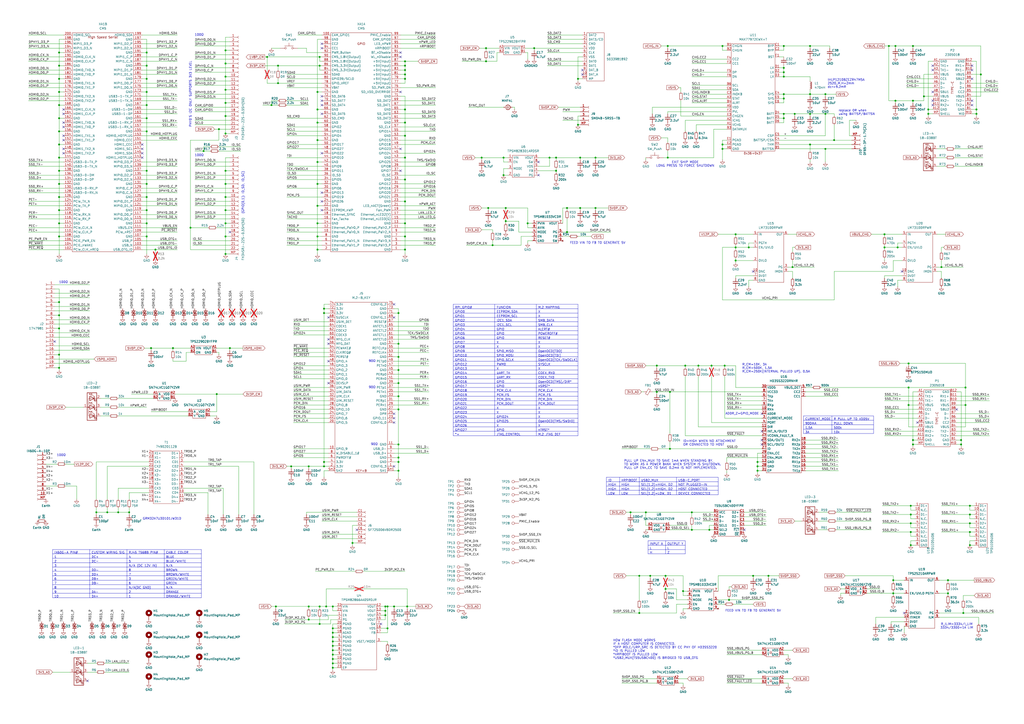
<source format=kicad_sch>
(kicad_sch (version 20250114) (generator "eeschema") (generator_version "9.0")
  (paper "A2")
  (lib_symbols
    (symbol "Connector:Conn_Coaxial_Small" (pin_numbers (hide yes)) (pin_names (offset 1.016) (hide yes))
      (property "Reference" "J" (at 0.254 3.048 0))
      (property "Value" "Conn_Coaxial_Small" (at 0 -3.81 0))
      (symbol "Conn_Coaxial_Small_1_1"
        (pin passive line (at -2.54 0 0) (length 1.27) (name "In") (number "1"))
        (pin passive line (at 2.54 0 180) (length 1.27) (name "Ext") (number "2"))
      )
    )
    (symbol "Connector:TestPoint" (pin_numbers (hide yes)) (pin_names (offset 0.762) (hide yes))
      (property "Reference" "TP" (at 0 6.858 0))
      (property "Value" "TestPoint" (at 0 5.08 0))
      (symbol "TestPoint_1_1"
        (pin passive line (at 0 0 90) (length 2.54) (name "1") (number "1"))
      )
    )
    (symbol "Device:C_Polarized_Small" (pin_numbers (hide yes)) (pin_names (offset 0.254) (hide yes))
      (property "Reference" "C" (at 0.254 1.778 0))
      (property "Value" "C_Polarized_Small" (at 0.254 -2.032 0))
      (symbol "C_Polarized_Small_1_1"
        (pin passive line (at 0 2.54 270) (length 1.8542) (name "~") (number "1"))
        (pin passive line (at 0 -2.54 90) (length 1.8542) (name "~") (number "2"))
      )
    )
    (symbol "Device:C_Small" (pin_numbers (hide yes)) (pin_names (offset 0.254) (hide yes))
      (property "Reference" "C" (at 0.254 1.778 0))
      (property "Value" "C_Small" (at 0.254 -2.032 0))
      (symbol "C_Small_1_1"
        (pin passive line (at 0 2.54 270) (length 2.032) (name "~") (number "1"))
        (pin passive line (at 0 -2.54 90) (length 2.032) (name "~") (number "2"))
      )
    )
    (symbol "Device:D_TVS_Small" (pin_numbers (hide yes)) (pin_names (offset 1.016) (hide yes))
      (property "Reference" "D" (at 0 2.54 0))
      (property "Value" "D_TVS_Small" (at 0 -2.54 0))
      (symbol "D_TVS_Small_1_1"
        (pin passive line (at -2.54 0 0) (length 1.27) (name "A1") (number "1"))
        (pin passive line (at 2.54 0 180) (length 1.27) (name "A2") (number "2"))
      )
    )
    (symbol "Device:FerriteBead_Small" (pin_numbers (hide yes)) (pin_names (offset 0))
      (property "Reference" "FB" (at 1.905 1.27 0))
      (property "Value" "FerriteBead_Small" (at 1.905 -1.27 0))
      (symbol "FerriteBead_Small_1_1"
        (pin passive line (at 0 2.54 270) (length 1.27) (name "~") (number "1"))
        (pin passive line (at 0 -2.54 90) (length 1.27) (name "~") (number "2"))
      )
    )
    (symbol "Device:L_Iron_Small" (pin_numbers (hide yes)) (pin_names (offset 0.254) (hide yes))
      (property "Reference" "L" (at 1.27 1.016 0))
      (property "Value" "L_Iron_Small" (at 1.27 -1.27 0))
      (symbol "L_Iron_Small_1_1"
        (pin passive line (at 0 2.54 270) (length 0.508) (name "~") (number "1"))
        (pin passive line (at 0 -2.54 90) (length 0.508) (name "~") (number "2"))
      )
    )
    (symbol "Device:R_Small" (pin_numbers (hide yes)) (pin_names (offset 0.254) (hide yes))
      (property "Reference" "R" (at 0 0 90))
      (property "Value" "R_Small" (at 1.778 0 90))
      (symbol "R_Small_1_1"
        (pin passive line (at 0 2.54 270) (length 0.762) (name "~") (number "1"))
        (pin passive line (at 0 -2.54 90) (length 0.762) (name "~") (number "2"))
      )
    )
    (symbol "Mechanical:MountingHole_Pad_MP" (pin_numbers (hide yes)) (pin_names (offset 1.016) (hide yes)) (in_bom no)
      (property "Reference" "H" (at 0 6.35 0))
      (property "Value" "MountingHole_Pad_MP" (at 0 4.445 0))
      (symbol "MountingHole_Pad_MP_1_1"
        (pin input line (at 0 -2.54 90) (length 2.54) (name "MP") (number "MP"))
      )
    )
    (symbol "Switch:SW_Push" (pin_numbers (hide yes)) (pin_names (offset 1.016) (hide yes))
      (property "Reference" "SW" (at 1.27 2.54 0))
      (property "Value" "SW_Push" (at 0 -1.524 0))
      (symbol "SW_Push_0_1"
        (pin passive line (at -5.08 0 0) (length 2.54) (name "1") (number "1"))
        (pin passive line (at 5.08 0 180) (length 2.54) (name "2") (number "2"))
      )
    )
    (symbol "_Library:1747981" (pin_names (offset 1.016) (hide yes))
      (property "Reference" "J" (at 1.27 0.0001 0))
      (property "Value" "1747981" (at 1.27 -2.5399 0))
      (symbol "1747981_1_1"
        (pin passive line (at -5.08 22.86 0) (length 3.81) (name "Pin_1") (number "1"))
        (pin passive line (at -5.08 20.32 0) (length 3.81) (name "Pin_2") (number "2"))
        (pin passive line (at -5.08 17.78 0) (length 3.81) (name "Pin_3") (number "3"))
        (pin passive line (at -5.08 15.24 0) (length 3.81) (name "Pin_4") (number "4"))
        (pin passive line (at -5.08 12.7 0) (length 3.81) (name "Pin_5") (number "5"))
        (pin passive line (at -5.08 10.16 0) (length 3.81) (name "Pin_6") (number "6"))
        (pin passive line (at -5.08 7.62 0) (length 3.81) (name "Pin_7") (number "7"))
        (pin passive line (at -5.08 5.08 0) (length 3.81) (name "Pin_8") (number "8"))
        (pin passive line (at -5.08 2.54 0) (length 3.81) (name "Pin_9") (number "9"))
        (pin passive line (at -5.08 0 0) (length 3.81) (name "Pin_10") (number "10"))
        (pin passive line (at -5.08 -2.54 0) (length 3.81) (name "Pin_11") (number "11"))
        (pin passive line (at -5.08 -5.08 0) (length 3.81) (name "Pin_12") (number "12"))
        (pin passive line (at -5.08 -7.62 0) (length 3.81) (name "Pin_13") (number "13"))
        (pin passive line (at -5.08 -10.16 0) (length 3.81) (name "Pin_14") (number "14"))
        (pin passive line (at -5.08 -12.7 0) (length 3.81) (name "Pin_15") (number "15"))
        (pin passive line (at -5.08 -15.24 0) (length 3.81) (name "Pin_16") (number "16"))
        (pin passive line (at -5.08 -17.78 0) (length 3.81) (name "Pin_17") (number "17"))
        (pin passive line (at -5.08 -20.32 0) (length 3.81) (name "Pin_18") (number "18"))
        (pin passive line (at -5.08 -22.86 0) (length 3.81) (name "Pin_19") (number "19"))
        (pin passive line (at -5.08 -25.4 0) (length 3.81) (name "Pin_20") (number "MP"))
      )
    )
    (symbol "_Library:18-038BT" (pin_names (offset 0) (hide yes))
      (property "Reference" "LED-3" (at 0 6.35 0))
      (property "Value" "18-038BT" (at 0 3.81 0))
      (symbol "18-038BT_0_0"
        (text "R" (at 2.032 -3.81 0) (effects (font (size 1.27 1.27))))
        (text "G" (at 2.032 -8.89 0) (effects (font (size 1.27 1.27))))
        (text "B" (at 2.032 -13.97 0) (effects (font (size 1.27 1.27))))
      )
      (symbol "18-038BT_1_1"
        (pin passive line (at -5.08 -7.62 0) (length 2.54) (name "A") (number "1"))
        (pin passive line (at 5.08 -2.54 180) (length 2.54) (name "RK") (number "2"))
        (pin passive line (at 5.08 -7.62 180) (length 2.54) (name "GK") (number "3"))
        (pin passive line (at 5.08 -12.7 180) (length 2.54) (name "BK") (number "4"))
      )
    )
    (symbol "_Library:2305018"
      (property "Reference" "P" (at 0 5.08 0))
      (property "Value" "2305018" (at 0 2.54 0))
      (symbol "2305018_0_0"
        (pin passive line (at -11.43 -1.27 0) (length 3.81) (name "GND") (number "A1"))
        (pin passive line (at -11.43 -3.81 0) (length 3.81) (name "TX1+") (number "A2"))
        (pin passive line (at -11.43 -6.35 0) (length 3.81) (name "TX1-") (number "A3"))
        (pin passive line (at -11.43 -8.89 0) (length 3.81) (name "VBUS") (number "A4"))
        (pin passive line (at -11.43 -11.43 0) (length 3.81) (name "CC1") (number "A5"))
        (pin passive line (at -11.43 -13.97 0) (length 3.81) (name "D+") (number "A6"))
        (pin passive line (at -11.43 -16.51 0) (length 3.81) (name "D-") (number "A7"))
        (pin passive line (at -11.43 -19.05 0) (length 3.81) (name "SBU1") (number "A8"))
        (pin passive line (at -11.43 -21.59 0) (length 3.81) (name "VBUS") (number "A9"))
        (pin passive line (at -11.43 -24.13 0) (length 3.81) (name "RX2-") (number "A10"))
        (pin passive line (at -11.43 -26.67 0) (length 3.81) (name "RX2+") (number "A11"))
        (pin passive line (at -11.43 -29.21 0) (length 3.81) (name "GND") (number "A12"))
        (pin passive line (at 11.43 -1.27 180) (length 3.81) (name "GND") (number "B12"))
        (pin passive line (at 11.43 -3.81 180) (length 3.81) (name "RX1+") (number "B11"))
        (pin passive line (at 11.43 -6.35 180) (length 3.81) (name "RX1-") (number "B10"))
        (pin passive line (at 11.43 -8.89 180) (length 3.81) (name "VBUS") (number "B9"))
        (pin passive line (at 11.43 -11.43 180) (length 3.81) (name "SBU2") (number "B8"))
        (pin passive line (at 11.43 -13.97 180) (length 3.81) (name "D-") (number "B7"))
        (pin passive line (at 11.43 -16.51 180) (length 3.81) (name "D+") (number "B6"))
        (pin passive line (at 11.43 -19.05 180) (length 3.81) (name "CC2") (number "B5"))
        (pin passive line (at 11.43 -21.59 180) (length 3.81) (name "VBUS") (number "B4"))
        (pin passive line (at 11.43 -24.13 180) (length 3.81) (name "TX2-") (number "B3"))
        (pin passive line (at 11.43 -26.67 180) (length 3.81) (name "TX2+") (number "B2"))
        (pin passive line (at 11.43 -29.21 180) (length 3.81) (name "GND") (number "B1"))
      )
      (symbol "2305018_1_0"
        (pin passive line (at -11.43 -31.75 0) (length 3.81) (name "SHELL") (number "MP"))
        (pin passive line (at 11.43 -31.75 180) (length 3.81) (name "MID") (number "MID"))
      )
      (symbol "2305018_1_1"
        (text "TYPE-C" (at 0 -16.51 900) (effects (font (size 1.27 1.27))))
      )
    )
    (symbol "_Library:5033981892" (pin_names (offset 1.016))
      (property "Reference" "J" (at 6.35 -12.6999 0))
      (property "Value" "5033981892" (at 6.35 -15.2399 0))
      (symbol "5033981892_1_1"
        (pin passive line (at -7.62 -1.27 0) (length 2.54) (name "DAT2") (number "1"))
        (pin passive line (at -7.62 -3.81 0) (length 2.54) (name "DAT3/CD") (number "2"))
        (pin passive line (at -7.62 -6.35 0) (length 2.54) (name "CMD") (number "3"))
        (pin passive line (at -7.62 -8.89 0) (length 2.54) (name "VDD") (number "4"))
        (pin passive line (at -7.62 -11.43 0) (length 2.54) (name "CLK") (number "5"))
        (pin passive line (at -7.62 -13.97 0) (length 2.54) (name "VSS") (number "6"))
        (pin passive line (at -7.62 -16.51 0) (length 2.54) (name "DAT0") (number "7"))
        (pin passive line (at -7.62 -19.05 0) (length 2.54) (name "DAT1") (number "8"))
        (pin passive line (at -7.62 -21.59 0) (length 2.54) (name "DAT_B") (number "9"))
        (pin passive line (at -7.62 -24.13 0) (length 2.54) (name "DAT_A") (number "10"))
        (pin passive line (at -7.62 -26.67 0) (length 2.54) (name "MP") (number "MP"))
      )
    )
    (symbol "_Library:749020112B"
      (property "Reference" "T" (at 0 5.08 0))
      (property "Value" "749020112B" (at 0 2.54 0))
      (symbol "749020112B_0_0"
        (pin passive line (at -10.16 -1.27 0) (length 2.54) (name "D1+") (number "1"))
        (pin passive line (at -10.16 -3.81 0) (length 2.54) (name "D1-") (number "2"))
        (pin passive line (at -10.16 -6.35 0) (length 2.54) (name "CD1") (number "3"))
        (pin passive line (at -10.16 -8.89 0) (length 2.54) (name "CD2") (number "4"))
        (pin passive line (at -10.16 -11.43 0) (length 2.54) (name "D2+") (number "5"))
        (pin passive line (at -10.16 -13.97 0) (length 2.54) (name "D2-") (number "6"))
        (pin passive line (at -10.16 -16.51 0) (length 2.54) (name "D3+") (number "7"))
        (pin passive line (at -10.16 -19.05 0) (length 2.54) (name "D3-") (number "8"))
        (pin passive line (at -10.16 -21.59 0) (length 2.54) (name "CD3") (number "9"))
        (pin passive line (at -10.16 -24.13 0) (length 2.54) (name "CD4") (number "10"))
        (pin passive line (at -10.16 -26.67 0) (length 2.54) (name "D4+") (number "11"))
        (pin passive line (at -10.16 -29.21 0) (length 2.54) (name "D4-") (number "12"))
        (pin passive line (at 10.16 -1.27 180) (length 2.54) (name "X1+") (number "24"))
        (pin passive line (at 10.16 -3.81 180) (length 2.54) (name "X1-") (number "23"))
        (pin passive line (at 10.16 -6.35 180) (length 2.54) (name "CX1") (number "22"))
        (pin passive line (at 10.16 -8.89 180) (length 2.54) (name "CX2") (number "21"))
        (pin passive line (at 10.16 -11.43 180) (length 2.54) (name "X2+") (number "20"))
        (pin passive line (at 10.16 -13.97 180) (length 2.54) (name "X2-") (number "19"))
        (pin passive line (at 10.16 -16.51 180) (length 2.54) (name "X3+") (number "18"))
        (pin passive line (at 10.16 -19.05 180) (length 2.54) (name "X3-") (number "17"))
        (pin passive line (at 10.16 -21.59 180) (length 2.54) (name "CX3") (number "16"))
        (pin passive line (at 10.16 -24.13 180) (length 2.54) (name "CX4") (number "15"))
        (pin passive line (at 10.16 -26.67 180) (length 2.54) (name "X4+") (number "14"))
        (pin passive line (at 10.16 -29.21 180) (length 2.54) (name "X4-") (number "13"))
      )
    )
    (symbol "_Library:CM5"
      (property "Reference" "XA" (at 0 5.08 0))
      (property "Value" "CM5" (at 0 2.54 0))
      (symbol "CM5_1_0"
        (text "GPIO" (at 0 -6.35 0) (effects (font (size 1.27 1.27))))
      )
      (symbol "CM5_1_1"
        (pin passive line (at -22.86 -1.27 0) (length 5.08) (name "CAM_GPIO1") (number "100"))
        (pin passive line (at -22.86 -3.81 0) (length 5.08) (name "GND") (number "98"))
        (pin passive line (at -22.86 -6.35 0) (length 5.08) (name "CC2") (number "96"))
        (pin passive line (at -22.86 -8.89 0) (length 5.08) (name "CC1") (number "94"))
        (pin passive line (at -22.86 -11.43 0) (length 5.08) (name "PWR_Button") (number "92"))
        (pin passive line (at -22.86 -13.97 0) (length 5.08) (name "CM5_1.8V(Output)") (number "90"))
        (pin passive line (at -22.86 -16.51 0) (length 5.08) (name "CM5_1.8V(Output)") (number "88"))
        (pin passive line (at -22.86 -19.05 0) (length 5.08) (name "CM5_3.3V(Output)") (number "86"))
        (pin passive line (at -22.86 -21.59 0) (length 5.08) (name "CM5_3.3V(Output)") (number "84"))
        (pin passive line (at -22.86 -24.13 0) (length 5.08) (name "SDA0") (number "82"))
        (pin passive line (at -22.86 -26.67 0) (length 5.08) (name "GPIO39/SCL0") (number "80"))
        (pin passive line (at -22.86 -29.21 0) (length 5.08) (name "GPIO_VREF") (number "78"))
        (pin passive line (at -22.86 -31.75 0) (length 5.08) (name "VBAT") (number "76"))
        (pin passive line (at -22.86 -34.29 0) (length 5.08) (name "GND") (number "74"))
        (pin passive line (at -22.86 -36.83 0) (length 5.08) (name "SD_DAT6") (number "72"))
        (pin passive line (at -22.86 -39.37 0) (length 5.08) (name "SD_DAT7") (number "70"))
        (pin passive line (at -22.86 -41.91 0) (length 5.08) (name "SD_DAT4") (number "68"))
        (pin passive line (at -22.86 -44.45 0) (length 5.08) (name "GND") (number "66"))
        (pin passive line (at -22.86 -46.99 0) (length 5.08) (name "SD_DAT5") (number "64"))
        (pin passive line (at -22.86 -49.53 0) (length 5.08) (name "SD_CMD") (number "62"))
        (pin passive line (at -22.86 -52.07 0) (length 5.08) (name "GND") (number "60"))
        (pin passive line (at -22.86 -54.61 0) (length 5.08) (name "GPIO2") (number "58"))
        (pin passive line (at -22.86 -57.15 0) (length 5.08) (name "GPIO3") (number "56"))
        (pin passive line (at -22.86 -59.69 0) (length 5.08) (name "GPIO4") (number "54"))
        (pin passive line (at -22.86 -62.23 0) (length 5.08) (name "GND") (number "52"))
        (pin passive line (at -22.86 -64.77 0) (length 5.08) (name "GPIO17") (number "50"))
        (pin passive line (at -22.86 -67.31 0) (length 5.08) (name "GPIO27") (number "48"))
        (pin passive line (at -22.86 -69.85 0) (length 5.08) (name "GPIO22") (number "46"))
        (pin passive line (at -22.86 -72.39 0) (length 5.08) (name "GPIO10") (number "44"))
        (pin passive line (at -22.86 -74.93 0) (length 5.08) (name "GND") (number "42"))
        (pin passive line (at -22.86 -77.47 0) (length 5.08) (name "GPIO9") (number "40"))
        (pin passive line (at -22.86 -80.01 0) (length 5.08) (name "GPIO11") (number "38"))
        (pin passive line (at -22.86 -82.55 0) (length 5.08) (name "ID_SD") (number "36"))
        (pin passive line (at -22.86 -85.09 0) (length 5.08) (name "GPIO5") (number "34"))
        (pin passive line (at -22.86 -87.63 0) (length 5.08) (name "GND") (number "32"))
        (pin passive line (at -22.86 -90.17 0) (length 5.08) (name "GPIO6") (number "30"))
        (pin passive line (at -22.86 -92.71 0) (length 5.08) (name "GPIO13") (number "28"))
        (pin passive line (at -22.86 -95.25 0) (length 5.08) (name "GPIO19") (number "26"))
        (pin passive line (at -22.86 -97.79 0) (length 5.08) (name "GPIO26") (number "24"))
        (pin passive line (at -22.86 -100.33 0) (length 5.08) (name "GND") (number "22"))
        (pin passive line (at -22.86 -102.87 0) (length 5.08) (name "EEPROM_nWP") (number "20"))
        (pin passive line (at -22.86 -105.41 0) (length 5.08) (name "Ethernet_SYNC") (number "18"))
        (pin passive line (at -22.86 -107.95 0) (length 5.08) (name "Fan_Tacho") (number "16"))
        (pin passive line (at -22.86 -110.49 0) (length 5.08) (name "GND") (number "14"))
        (pin passive line (at -22.86 -113.03 0) (length 5.08) (name "Ethernet_Pair0_P") (number "12"))
        (pin passive line (at -22.86 -115.57 0) (length 5.08) (name "Ethernet_Pair0_N") (number "10"))
        (pin passive line (at -22.86 -118.11 0) (length 5.08) (name "GND") (number "8"))
        (pin passive line (at -22.86 -120.65 0) (length 5.08) (name "Ethernet_Pair1_N") (number "6"))
        (pin passive line (at -22.86 -123.19 0) (length 5.08) (name "Ethernet_Pair1_P") (number "4"))
        (pin passive line (at -22.86 -125.73 0) (length 5.08) (name "GND") (number "2"))
        (pin passive line (at 22.86 -1.27 180) (length 5.08) (name "PMIC_Enable") (number "99"))
        (pin passive line (at 22.86 -3.81 180) (length 5.08) (name "CAM_GPIO0") (number "97"))
        (pin passive line (at 22.86 -6.35 180) (length 5.08) (name "LED_nPWR") (number "95"))
        (pin passive line (at 22.86 -8.89 180) (length 5.08) (name "nRPIBOOT") (number "93"))
        (pin passive line (at 22.86 -11.43 180) (length 5.08) (name "BT_nDisable") (number "91"))
        (pin passive line (at 22.86 -13.97 180) (length 5.08) (name "WL_nDisable") (number "89"))
        (pin passive line (at 22.86 -16.51 180) (length 5.08) (name "+5V(Input)") (number "87"))
        (pin passive line (at 22.86 -19.05 180) (length 5.08) (name "+5V(Input)") (number "85"))
        (pin passive line (at 22.86 -21.59 180) (length 5.08) (name "+5V(Input)") (number "83"))
        (pin passive line (at 22.86 -24.13 180) (length 5.08) (name "+5V(Input)") (number "81"))
        (pin passive line (at 22.86 -26.67 180) (length 5.08) (name "+5V(Input)") (number "79"))
        (pin passive line (at 22.86 -29.21 180) (length 5.08) (name "+5V(Input)") (number "77"))
        (pin passive line (at 22.86 -31.75 180) (length 5.08) (name "SD_PWR_ON") (number "75"))
        (pin passive line (at 22.86 -34.29 180) (length 5.08) (name "SD_VDD_OVERRIDE") (number "73"))
        (pin passive line (at 22.86 -36.83 180) (length 5.08) (name "GND") (number "71"))
        (pin passive line (at 22.86 -39.37 180) (length 5.08) (name "SD_DAT2") (number "69"))
        (pin passive line (at 22.86 -41.91 180) (length 5.08) (name "SD_DAT1") (number "67"))
        (pin passive line (at 22.86 -44.45 180) (length 5.08) (name "GND") (number "65"))
        (pin passive line (at 22.86 -46.99 180) (length 5.08) (name "SD_DAT0") (number "63"))
        (pin passive line (at 22.86 -49.53 180) (length 5.08) (name "SD_DAT3") (number "61"))
        (pin passive line (at 22.86 -52.07 180) (length 5.08) (name "GND") (number "59"))
        (pin passive line (at 22.86 -54.61 180) (length 5.08) (name "SD_CLK") (number "57"))
        (pin passive line (at 22.86 -57.15 180) (length 5.08) (name "GPIO14") (number "55"))
        (pin passive line (at 22.86 -59.69 180) (length 5.08) (name "GND") (number "53"))
        (pin passive line (at 22.86 -62.23 180) (length 5.08) (name "GPIO15") (number "51"))
        (pin passive line (at 22.86 -64.77 180) (length 5.08) (name "GPIO18") (number "49"))
        (pin passive line (at 22.86 -67.31 180) (length 5.08) (name "GPIO23") (number "47"))
        (pin passive line (at 22.86 -69.85 180) (length 5.08) (name "GPIO24") (number "45"))
        (pin passive line (at 22.86 -72.39 180) (length 5.08) (name "GND") (number "43"))
        (pin passive line (at 22.86 -74.93 180) (length 5.08) (name "GPIO25") (number "41"))
        (pin passive line (at 22.86 -77.47 180) (length 5.08) (name "GPIO8") (number "39"))
        (pin passive line (at 22.86 -80.01 180) (length 5.08) (name "GPIO7") (number "37"))
        (pin passive line (at 22.86 -82.55 180) (length 5.08) (name "ID_SC") (number "35"))
        (pin passive line (at 22.86 -85.09 180) (length 5.08) (name "GND") (number "33"))
        (pin passive line (at 22.86 -87.63 180) (length 5.08) (name "GPIO12") (number "31"))
        (pin passive line (at 22.86 -90.17 180) (length 5.08) (name "GPIO16") (number "29"))
        (pin passive line (at 22.86 -92.71 180) (length 5.08) (name "GPIO20") (number "27"))
        (pin passive line (at 22.86 -95.25 180) (length 5.08) (name "GPIO21") (number "25"))
        (pin passive line (at 22.86 -97.79 180) (length 5.08) (name "GND") (number "23"))
        (pin passive line (at 22.86 -100.33 180) (length 5.08) (name "LED_nACT(Green)") (number "21"))
        (pin passive line (at 22.86 -102.87 180) (length 5.08) (name "Fan_PWM") (number "19"))
        (pin passive line (at 22.86 -105.41 180) (length 5.08) (name "Ethernet_nLED2(Y)") (number "17"))
        (pin passive line (at 22.86 -107.95 180) (length 5.08) (name "Ethernet_nLED3(G)") (number "15"))
        (pin passive line (at 22.86 -110.49 180) (length 5.08) (name "GND") (number "13"))
        (pin passive line (at 22.86 -113.03 180) (length 5.08) (name "Ethernet_Pair2_P") (number "11"))
        (pin passive line (at 22.86 -115.57 180) (length 5.08) (name "Ethernet_Pair2_N") (number "9"))
        (pin passive line (at 22.86 -118.11 180) (length 5.08) (name "GND") (number "7"))
        (pin passive line (at 22.86 -120.65 180) (length 5.08) (name "Ethernet_Pair3_N") (number "5"))
        (pin passive line (at 22.86 -123.19 180) (length 5.08) (name "Ethernet_Pair3_P") (number "3"))
        (pin passive line (at 22.86 -125.73 180) (length 5.08) (name "GND") (number "1"))
      )
      (symbol "CM5_2_1"
        (text "High Speed Serial" (at 0 -2.54 0) (effects (font (size 1.27 1.27))))
        (pin passive line (at -22.86 -1.27 0) (length 5.08) (name "HDMI0_SCL") (number "200"))
        (pin passive line (at -22.86 -3.81 0) (length 5.08) (name "GND") (number "198"))
        (pin passive line (at -22.86 -6.35 0) (length 5.08) (name "MIPI1_D3_P") (number "196"))
        (pin passive line (at -22.86 -8.89 0) (length 5.08) (name "MIPI1_D3_N") (number "194"))
        (pin passive line (at -22.86 -11.43 0) (length 5.08) (name "GND") (number "192"))
        (pin passive line (at -22.86 -13.97 0) (length 5.08) (name "HDMI0_CLK_N") (number "190"))
        (pin passive line (at -22.86 -16.51 0) (length 5.08) (name "HDMI0_CLK_P") (number "188"))
        (pin passive line (at -22.86 -19.05 0) (length 5.08) (name "GND") (number "186"))
        (pin passive line (at -22.86 -21.59 0) (length 5.08) (name "HDMI0_TX0_N") (number "184"))
        (pin passive line (at -22.86 -24.13 0) (length 5.08) (name "HDMI0_TX0_P") (number "182"))
        (pin passive line (at -22.86 -26.67 0) (length 5.08) (name "GND") (number "180"))
        (pin passive line (at -22.86 -29.21 0) (length 5.08) (name "HDMI0_TX1_N") (number "178"))
        (pin passive line (at -22.86 -31.75 0) (length 5.08) (name "HDMI0_TX1_P") (number "176"))
        (pin passive line (at -22.86 -34.29 0) (length 5.08) (name "GND") (number "174"))
        (pin passive line (at -22.86 -36.83 0) (length 5.08) (name "HDMI0_TX2_N") (number "172"))
        (pin passive line (at -22.86 -39.37 0) (length 5.08) (name "HDMI0_TX2_P") (number "170"))
        (pin passive line (at -22.86 -41.91 0) (length 5.08) (name "GND") (number "168"))
        (pin passive line (at -22.86 -44.45 0) (length 5.08) (name "HDMI1_CLK_N") (number "166"))
        (pin passive line (at -22.86 -46.99 0) (length 5.08) (name "HDMI1_CLK_P") (number "164"))
        (pin passive line (at -22.86 -49.53 0) (length 5.08) (name "GND") (number "162"))
        (pin passive line (at -22.86 -52.07 0) (length 5.08) (name "HDMI1_TX0_N") (number "160"))
        (pin passive line (at -22.86 -54.61 0) (length 5.08) (name "HDMI1_TX0_P") (number "158"))
        (pin passive line (at -22.86 -57.15 0) (length 5.08) (name "GND") (number "156"))
        (pin passive line (at -22.86 -59.69 0) (length 5.08) (name "HDMI1_TX1_N") (number "154"))
        (pin passive line (at -22.86 -62.23 0) (length 5.08) (name "HDMI1_TX1_P") (number "152"))
        (pin passive line (at -22.86 -64.77 0) (length 5.08) (name "GND") (number "150"))
        (pin passive line (at -22.86 -67.31 0) (length 5.08) (name "HDMI1_TX2_N") (number "148"))
        (pin passive line (at -22.86 -69.85 0) (length 5.08) (name "HDMI1_TX2_P") (number "146"))
        (pin passive line (at -22.86 -72.39 0) (length 5.08) (name "GND") (number "144"))
        (pin passive line (at -22.86 -74.93 0) (length 5.08) (name "USB3-0-TX_P") (number "142"))
        (pin passive line (at -22.86 -77.47 0) (length 5.08) (name "USB3-0-TX_N") (number "140"))
        (pin passive line (at -22.86 -80.01 0) (length 5.08) (name "GND") (number "138"))
        (pin passive line (at -22.86 -82.55 0) (length 5.08) (name "USB3-0-DM") (number "136"))
        (pin passive line (at -22.86 -85.09 0) (length 5.08) (name "USB3-0-DP") (number "134"))
        (pin passive line (at -22.86 -87.63 0) (length 5.08) (name "GND") (number "132"))
        (pin passive line (at -22.86 -90.17 0) (length 5.08) (name "USB3-0-RX_P") (number "130"))
        (pin passive line (at -22.86 -92.71 0) (length 5.08) (name "USB3-0-RX_N") (number "128"))
        (pin passive line (at -22.86 -95.25 0) (length 5.08) (name "GND") (number "126"))
        (pin passive line (at -22.86 -97.79 0) (length 5.08) (name "PCIe_TX_N") (number "124"))
        (pin passive line (at -22.86 -100.33 0) (length 5.08) (name "PCIe_TX_P") (number "122"))
        (pin passive line (at -22.86 -102.87 0) (length 5.08) (name "GND") (number "120"))
        (pin passive line (at -22.86 -105.41 0) (length 5.08) (name "PCIe_RX_N") (number "118"))
        (pin passive line (at -22.86 -107.95 0) (length 5.08) (name "PCIe_RX_P") (number "116"))
        (pin passive line (at -22.86 -110.49 0) (length 5.08) (name "GND") (number "114"))
        (pin passive line (at -22.86 -113.03 0) (length 5.08) (name "PCIe_CLK_N") (number "112"))
        (pin passive line (at -22.86 -115.57 0) (length 5.08) (name "PCIe_CLK_P") (number "110"))
        (pin passive line (at -22.86 -118.11 0) (length 5.08) (name "GND") (number "108"))
        (pin passive line (at -22.86 -120.65 0) (length 5.08) (name "PCIE_PWR_EN") (number "106"))
        (pin passive line (at -22.86 -123.19 0) (length 5.08) (name "PCIE_nWAKE") (number "104"))
        (pin passive line (at -22.86 -125.73 0) (length 5.08) (name "PCIe_CLK_nREQ") (number "102"))
        (pin passive line (at 22.86 -1.27 180) (length 5.08) (name "HDMI0_SDA") (number "199"))
        (pin passive line (at 22.86 -3.81 180) (length 5.08) (name "GND") (number "197"))
        (pin passive line (at 22.86 -6.35 180) (length 5.08) (name "MIPI1_D2_P") (number "195"))
        (pin passive line (at 22.86 -8.89 180) (length 5.08) (name "MIPI1_D2_N") (number "193"))
        (pin passive line (at 22.86 -11.43 180) (length 5.08) (name "GND") (number "191"))
        (pin passive line (at 22.86 -13.97 180) (length 5.08) (name "MIPI1_C_P") (number "189"))
        (pin passive line (at 22.86 -16.51 180) (length 5.08) (name "MIPI1_C_N") (number "187"))
        (pin passive line (at 22.86 -19.05 180) (length 5.08) (name "GND") (number "185"))
        (pin passive line (at 22.86 -21.59 180) (length 5.08) (name "MIPI1_D1_P") (number "183"))
        (pin passive line (at 22.86 -24.13 180) (length 5.08) (name "MIPI1_D1_N") (number "181"))
        (pin passive line (at 22.86 -26.67 180) (length 5.08) (name "GND") (number "179"))
        (pin passive line (at 22.86 -29.21 180) (length 5.08) (name "MIPI1_D0_P") (number "177"))
        (pin passive line (at 22.86 -31.75 180) (length 5.08) (name "MIPI1_D0_N") (number "175"))
        (pin passive line (at 22.86 -34.29 180) (length 5.08) (name "GND") (number "173"))
        (pin passive line (at 22.86 -36.83 180) (length 5.08) (name "USB3-1-TX_P") (number "171"))
        (pin passive line (at 22.86 -39.37 180) (length 5.08) (name "USB3-1-TX_N") (number "169"))
        (pin passive line (at 22.86 -41.91 180) (length 5.08) (name "GND") (number "167"))
        (pin passive line (at 22.86 -44.45 180) (length 5.08) (name "USB3-1-DM") (number "165"))
        (pin passive line (at 22.86 -46.99 180) (length 5.08) (name "USB3-1-DP") (number "163"))
        (pin passive line (at 22.86 -49.53 180) (length 5.08) (name "GND") (number "161"))
        (pin passive line (at 22.86 -52.07 180) (length 5.08) (name "USB3-1-RX_P") (number "159"))
        (pin passive line (at 22.86 -54.61 180) (length 5.08) (name "USB3-1-RX_N") (number "157"))
        (pin passive line (at 22.86 -57.15 180) (length 5.08) (name "GND") (number "155"))
        (pin passive line (at 22.86 -59.69 180) (length 5.08) (name "HDMI0_HOTPLUG") (number "153"))
        (pin passive line (at 22.86 -62.23 180) (length 5.08) (name "HDMI0_CEC") (number "151"))
        (pin passive line (at 22.86 -64.77 180) (length 5.08) (name "HDMI1_CEC") (number "149"))
        (pin passive line (at 22.86 -67.31 180) (length 5.08) (name "HDMI1_SCL") (number "147"))
        (pin passive line (at 22.86 -69.85 180) (length 5.08) (name "HDMI1_SDA") (number "145"))
        (pin passive line (at 22.86 -72.39 180) (length 5.08) (name "HDMI1_HOTPLUG") (number "143"))
        (pin passive line (at 22.86 -74.93 180) (length 5.08) (name "MIPI0_D3_P") (number "141"))
        (pin passive line (at 22.86 -77.47 180) (length 5.08) (name "MIPI0_D3_N") (number "139"))
        (pin passive line (at 22.86 -80.01 180) (length 5.08) (name "GND") (number "137"))
        (pin passive line (at 22.86 -82.55 180) (length 5.08) (name "MIPI0_D2_P") (number "135"))
        (pin passive line (at 22.86 -85.09 180) (length 5.08) (name "MIPI0_D2_N") (number "133"))
        (pin passive line (at 22.86 -87.63 180) (length 5.08) (name "GND") (number "131"))
        (pin passive line (at 22.86 -90.17 180) (length 5.08) (name "MIPI0_C_P") (number "129"))
        (pin passive line (at 22.86 -92.71 180) (length 5.08) (name "MIPI0_C_N") (number "127"))
        (pin passive line (at 22.86 -95.25 180) (length 5.08) (name "GND") (number "125"))
        (pin passive line (at 22.86 -97.79 180) (length 5.08) (name "MIPI0_D1_P") (number "123"))
        (pin passive line (at 22.86 -100.33 180) (length 5.08) (name "MIPI0_D1_N") (number "121"))
        (pin passive line (at 22.86 -102.87 180) (length 5.08) (name "GND") (number "119"))
        (pin passive line (at 22.86 -105.41 180) (length 5.08) (name "MIPI0_D0_P") (number "117"))
        (pin passive line (at 22.86 -107.95 180) (length 5.08) (name "MIPI0_D0_N") (number "115"))
        (pin passive line (at 22.86 -110.49 180) (length 5.08) (name "GND") (number "113"))
        (pin passive line (at 22.86 -113.03 180) (length 5.08) (name "VBUS_EN") (number "111"))
        (pin passive line (at 22.86 -115.57 180) (length 5.08) (name "PCIe_nRST") (number "109"))
        (pin passive line (at 22.86 -118.11 180) (length 5.08) (name "GND") (number "107"))
        (pin passive line (at 22.86 -120.65 180) (length 5.08) (name "USB_P") (number "105"))
        (pin passive line (at 22.86 -123.19 180) (length 5.08) (name "USB_N") (number "103"))
        (pin passive line (at 22.86 -125.73 180) (length 5.08) (name "USB_OTG_ID") (number "101"))
      )
    )
    (symbol "_Library:DF65-3P-1.7V(21)" (pin_names (offset 1.016) (hide yes))
      (property "Reference" "J" (at 1.27 0.0001 0))
      (property "Value" "DF65-3P-1.7V(21)" (at 1.27 -2.5399 0))
      (symbol "DF65-3P-1.7V(21)_1_1"
        (pin passive line (at -5.08 2.54 0) (length 3.81) (name "Pin_1") (number "1"))
        (pin passive line (at -5.08 0 0) (length 3.81) (name "Pin_2") (number "2"))
        (pin passive line (at -5.08 -2.54 0) (length 3.81) (name "Pin_3") (number "3"))
        (pin passive line (at -5.08 -5.08 0) (length 3.81) (name "MP") (number "MP"))
      )
    )
    (symbol "_Library:FH34SRJ-22S-0.5SH(50)" (pin_names (offset 1.016) (hide yes))
      (property "Reference" "J3" (at 1.27 1.2701 0))
      (property "Value" "FH34SRJ-22S-0.5SH(50)" (at 1.27 -1.2699 0))
      (symbol "FH34SRJ-22S-0.5SH(50)_1_1"
        (pin passive line (at -5.08 27.94 0) (length 3.81) (name "Pin_1") (number "1"))
        (pin passive line (at -5.08 25.4 0) (length 3.81) (name "Pin_2") (number "2"))
        (pin passive line (at -5.08 22.86 0) (length 3.81) (name "Pin_3") (number "3"))
        (pin passive line (at -5.08 20.32 0) (length 3.81) (name "Pin_4") (number "4"))
        (pin passive line (at -5.08 17.78 0) (length 3.81) (name "Pin_5") (number "5"))
        (pin passive line (at -5.08 15.24 0) (length 3.81) (name "Pin_6") (number "6"))
        (pin passive line (at -5.08 12.7 0) (length 3.81) (name "Pin_7") (number "7"))
        (pin passive line (at -5.08 10.16 0) (length 3.81) (name "Pin_8") (number "8"))
        (pin passive line (at -5.08 7.62 0) (length 3.81) (name "Pin_9") (number "9"))
        (pin passive line (at -5.08 5.08 0) (length 3.81) (name "Pin_10") (number "10"))
        (pin passive line (at -5.08 2.54 0) (length 3.81) (name "Pin_11") (number "11"))
        (pin passive line (at -5.08 0 0) (length 3.81) (name "Pin_12") (number "12"))
        (pin passive line (at -5.08 -2.54 0) (length 3.81) (name "Pin_13") (number "13"))
        (pin passive line (at -5.08 -5.08 0) (length 3.81) (name "Pin_14") (number "14"))
        (pin passive line (at -5.08 -7.62 0) (length 3.81) (name "Pin_15") (number "15"))
        (pin passive line (at -5.08 -10.16 0) (length 3.81) (name "Pin_16") (number "16"))
        (pin passive line (at -5.08 -12.7 0) (length 3.81) (name "Pin_17") (number "17"))
        (pin passive line (at -5.08 -15.24 0) (length 3.81) (name "Pin_18") (number "18"))
        (pin passive line (at -5.08 -17.78 0) (length 3.81) (name "Pin_19") (number "19"))
        (pin passive line (at -5.08 -20.32 0) (length 3.81) (name "Pin_20") (number "20"))
        (pin passive line (at -5.08 -22.86 0) (length 3.81) (name "Pin_21") (number "21"))
        (pin passive line (at -5.08 -25.4 0) (length 3.81) (name "Pin_22") (number "22"))
        (pin passive line (at -5.08 -27.94 0) (length 3.81) (name "Pin_23") (number "MP"))
      )
    )
    (symbol "_Library:HD3SS3220RNHR"
      (property "Reference" "U" (at 0 5.08 0))
      (property "Value" "HD3SS3220RNHR" (at 0 2.54 0))
      (symbol "HD3SS3220RNHR_0_0"
        (pin passive line (at -12.7 -1.27 0) (length 2.54) (name "VDD5") (number "30"))
        (pin passive line (at -12.7 -3.81 0) (length 2.54) (name "VCC33") (number "8"))
        (pin passive line (at -12.7 -6.35 0) (length 2.54) (name "TXp") (number "6"))
        (pin passive line (at -12.7 -8.89 0) (length 2.54) (name "TXn") (number "7"))
        (pin passive line (at -12.7 -11.43 0) (length 2.54) (name "RXp") (number "9"))
        (pin passive line (at -12.7 -13.97 0) (length 2.54) (name "RXn") (number "10"))
        (pin passive line (at -12.7 -16.51 0) (length 2.54) (name "ADDR") (number "22"))
        (pin passive line (at -12.7 -19.05 0) (length 2.54) (name "CURRENT_MODE") (number "3"))
        (pin passive line (at -12.7 -21.59 0) (length 2.54) (name "PORT") (number "4"))
        (pin passive line (at -12.7 -24.13 0) (length 2.54) (name "DIR") (number "11"))
        (pin passive line (at -12.7 -26.67 0) (length 2.54) (name "INT_N/OUT3") (number "23"))
        (pin passive line (at -12.7 -29.21 0) (length 2.54) (name "VCONN_FAULT_N") (number "24"))
        (pin passive line (at -12.7 -31.75 0) (length 2.54) (name "SDA/OUT1") (number "25"))
        (pin passive line (at -12.7 -34.29 0) (length 2.54) (name "SCL/OUT2") (number "26"))
        (pin passive line (at -12.7 -36.83 0) (length 2.54) (name "ID") (number "27"))
        (pin passive line (at -12.7 -39.37 0) (length 2.54) (name "ENn_CC") (number "29"))
        (pin passive line (at -12.7 -41.91 0) (length 2.54) (name "ENn_MUX") (number "12"))
        (pin passive line (at -12.7 -44.45 0) (length 2.54) (name "GND") (number "13"))
        (pin passive line (at -12.7 -46.99 0) (length 2.54) (name "GND") (number "28"))
        (pin passive line (at -12.7 -49.53 0) (length 2.54) (name "EP") (number "31"))
        (pin passive line (at 12.7 -1.27 180) (length 2.54) (name "VBUS_DET") (number "5"))
        (pin passive line (at 12.7 -3.81 180) (length 2.54) (name "CC2") (number "1"))
        (pin passive line (at 12.7 -6.35 180) (length 2.54) (name "CC1") (number "2"))
        (pin passive line (at 12.7 -31.75 180) (length 2.54) (name "RX2n") (number "18"))
        (pin passive line (at 12.7 -34.29 180) (length 2.54) (name "RX2p") (number "19"))
        (pin passive line (at 12.7 -36.83 180) (length 2.54) (name "TX2n") (number "20"))
        (pin passive line (at 12.7 -39.37 180) (length 2.54) (name "TX2p") (number "21"))
        (pin passive line (at 12.7 -41.91 180) (length 2.54) (name "RX1n") (number "14"))
        (pin passive line (at 12.7 -44.45 180) (length 2.54) (name "RX1p") (number "15"))
        (pin passive line (at 12.7 -46.99 180) (length 2.54) (name "TX1n") (number "16"))
        (pin passive line (at 12.7 -49.53 180) (length 2.54) (name "TX1p") (number "17"))
      )
    )
    (symbol "_Library:IX60G-A-10P" (pin_names (offset 1.016) (hide yes))
      (property "Reference" "J" (at 1.27 1.2701 0))
      (property "Value" "IX60G-A-10P" (at 1.27 -1.2699 0))
      (symbol "IX60G-A-10P_1_1"
        (pin passive line (at -5.08 12.7 0) (length 3.81) (name "Pin_1") (number "1"))
        (pin passive line (at -5.08 10.16 0) (length 3.81) (name "Pin_2") (number "2"))
        (pin passive line (at -5.08 7.62 0) (length 3.81) (name "Pin_3") (number "3"))
        (pin passive line (at -5.08 5.08 0) (length 3.81) (name "Pin_4") (number "4"))
        (pin passive line (at -5.08 2.54 0) (length 3.81) (name "Pin_5") (number "5"))
        (pin passive line (at -5.08 0 0) (length 3.81) (name "Pin_6") (number "6"))
        (pin passive line (at -5.08 -2.54 0) (length 3.81) (name "Pin_7") (number "7"))
        (pin passive line (at -5.08 -5.08 0) (length 3.81) (name "Pin_8") (number "8"))
        (pin passive line (at -5.08 -7.62 0) (length 3.81) (name "Pin_9") (number "9"))
        (pin passive line (at -5.08 -10.16 0) (length 3.81) (name "Pin_10") (number "10"))
        (pin passive line (at -5.08 -12.7 0) (length 3.81) (name "Pin_11") (number "MP"))
      )
    )
    (symbol "_Library:LM73100RPWR"
      (property "Reference" "U" (at 0 5.08 0))
      (property "Value" "LM73100RPWR" (at 0 2.54 0))
      (symbol "LM73100RPWR_0_0"
        (pin passive line (at -10.16 -1.27 0) (length 2.54) (name "IN") (number "5"))
        (pin passive line (at -10.16 -6.35 0) (length 2.54) (name "PGTH") (number "4"))
        (pin passive line (at -10.16 -8.89 0) (length 2.54) (name "EN/UVLO") (number "1"))
        (pin passive line (at -10.16 -16.51 0) (length 2.54) (name "OVLO") (number "2"))
        (pin passive line (at -10.16 -22.86 0) (length 2.54) (name "DNC") (number "10"))
        (pin passive line (at -10.16 -25.4 0) (length 2.54) (name "DVDT") (number "7"))
        (pin passive line (at -10.16 -27.94 0) (length 2.54) (name "GND") (number "8"))
        (pin passive line (at 10.16 -1.27 180) (length 2.54) (name "OUT") (number "6"))
        (pin passive line (at 10.16 -20.32 180) (length 2.54) (name "PG") (number "3"))
        (pin passive line (at 10.16 -22.86 180) (length 2.54) (name "IMON") (number "9"))
      )
    )
    (symbol "_Library:M.2-B_KEY"
      (property "Reference" "J" (at 0 5.08 0))
      (property "Value" "M.2-B_KEY" (at 0 2.54 0))
      (symbol "M.2-B_KEY_0_0"
        (pin passive line (at -19.05 -1.27 0) (length 3.81) (name "3.3V") (number "74"))
        (pin passive line (at -19.05 -3.81 0) (length 3.81) (name "3.3V") (number "72"))
        (pin passive line (at -19.05 -92.71 0) (length 3.81) (name "3.3V") (number "4"))
        (pin passive line (at -19.05 -95.25 0) (length 3.81) (name "3.3V") (number "2"))
        (pin passive line (at 19.05 -24.13 180) (length 3.81) (name "GND") (number "57"))
        (pin passive line (at 19.05 -31.75 180) (length 3.81) (name "GND") (number "51"))
        (pin passive line (at 19.05 -39.37 180) (length 3.81) (name "GND") (number "45"))
        (pin passive line (at 19.05 -46.99 180) (length 3.81) (name "GND") (number "39"))
        (pin passive line (at 19.05 -54.61 180) (length 3.81) (name "GND") (number "33"))
      )
      (symbol "M.2-B_KEY_1_0"
        (pin passive line (at -19.05 -6.35 0) (length 3.81) (name "3.3V") (number "70"))
        (pin passive line (at -19.05 -8.89 0) (length 3.81) (name "SUSCLK") (number "68"))
        (pin passive line (at -19.05 -11.43 0) (length 3.81) (name "USIM_DET") (number "66"))
        (pin passive line (at -19.05 -13.97 0) (length 3.81) (name "COEX1") (number "64"))
        (pin passive line (at -19.05 -16.51 0) (length 3.81) (name "COEX2") (number "62"))
        (pin passive line (at -19.05 -19.05 0) (length 3.81) (name "COEX3") (number "60"))
        (pin passive line (at -19.05 -21.59 0) (length 3.81) (name "MFG_CLK") (number "58"))
        (pin passive line (at -19.05 -24.13 0) (length 3.81) (name "MFG_DAT") (number "56"))
        (pin passive line (at -19.05 -26.67 0) (length 3.81) (name "PEWAKE#") (number "54"))
        (pin passive line (at -19.05 -29.21 0) (length 3.81) (name "CLKREQ#") (number "52"))
        (pin passive line (at -19.05 -31.75 0) (length 3.81) (name "PERST#") (number "50"))
        (pin passive line (at -19.05 -34.29 0) (length 3.81) (name "GPIO_4") (number "48"))
        (pin passive line (at -19.05 -36.83 0) (length 3.81) (name "GPIO_3") (number "46"))
        (pin passive line (at -19.05 -39.37 0) (length 3.81) (name "GPIO_2") (number "44"))
        (pin passive line (at -19.05 -41.91 0) (length 3.81) (name "GPIO_1") (number "42"))
        (pin passive line (at -19.05 -44.45 0) (length 3.81) (name "GPIO_0") (number "40"))
        (pin passive line (at -19.05 -46.99 0) (length 3.81) (name "DEVSLP") (number "38"))
        (pin passive line (at -19.05 -49.53 0) (length 3.81) (name "UIM_PWR") (number "36"))
        (pin passive line (at -19.05 -52.07 0) (length 3.81) (name "UIM_DATA") (number "34"))
        (pin passive line (at -19.05 -54.61 0) (length 3.81) (name "UIM_CLK") (number "32"))
        (pin passive line (at -19.05 -57.15 0) (length 3.81) (name "UIM_RESET") (number "30"))
        (pin passive line (at -19.05 -59.69 0) (length 3.81) (name "GPIO_8") (number "28"))
        (pin passive line (at -19.05 -62.23 0) (length 3.81) (name "GPIO_10") (number "26"))
        (pin passive line (at -19.05 -64.77 0) (length 3.81) (name "GPIO_7") (number "24"))
        (pin passive line (at -19.05 -67.31 0) (length 3.81) (name "GPIO_6") (number "22"))
        (pin passive line (at -19.05 -69.85 0) (length 3.81) (name "GPIO_5") (number "20"))
        (pin passive line (at -19.05 -85.09 0) (length 3.81) (name "GPIO_9") (number "10"))
        (pin passive line (at -19.05 -87.63 0) (length 3.81) (name "W_DISABLE_1#") (number "8"))
        (pin passive line (at -19.05 -90.17 0) (length 3.81) (name "PWROFF#") (number "6"))
        (pin passive line (at -19.05 -97.79 0) (length 3.81) (name "SH2") (number "SH2"))
        (pin passive line (at 19.05 -1.27 180) (length 3.81) (name "CONFIG_2") (number "75"))
        (pin passive line (at 19.05 -3.81 180) (length 3.81) (name "GND") (number "73"))
        (pin passive line (at 19.05 -6.35 180) (length 3.81) (name "GND") (number "71"))
        (pin passive line (at 19.05 -8.89 180) (length 3.81) (name "CONFIG_1") (number "69"))
        (pin passive line (at 19.05 -11.43 180) (length 3.81) (name "RESET#") (number "67"))
        (pin passive line (at 19.05 -13.97 180) (length 3.81) (name "ANTCTL3") (number "65"))
        (pin passive line (at 19.05 -16.51 180) (length 3.81) (name "ANTCTL2") (number "63"))
        (pin passive line (at 19.05 -19.05 180) (length 3.81) (name "ANTCTL1") (number "61"))
        (pin passive line (at 19.05 -21.59 180) (length 3.81) (name "ANTCTL0") (number "59"))
        (pin passive line (at 19.05 -26.67 180) (length 3.81) (name "REFCLKp") (number "55"))
        (pin passive line (at 19.05 -29.21 180) (length 3.81) (name "REFCLKn") (number "53"))
        (pin passive line (at 19.05 -34.29 180) (length 3.81) (name "PETp0") (number "49"))
        (pin passive line (at 19.05 -36.83 180) (length 3.81) (name "PETn0") (number "47"))
        (pin passive line (at 19.05 -41.91 180) (length 3.81) (name "PERp0") (number "43"))
        (pin passive line (at 19.05 -44.45 180) (length 3.81) (name "PERn0") (number "41"))
        (pin passive line (at 19.05 -49.53 180) (length 3.81) (name "PETp1") (number "37"))
        (pin passive line (at 19.05 -52.07 180) (length 3.81) (name "PETn1") (number "35"))
        (pin passive line (at 19.05 -57.15 180) (length 3.81) (name "PERp1") (number "31"))
        (pin passive line (at 19.05 -59.69 180) (length 3.81) (name "PERn1") (number "29"))
        (pin passive line (at 19.05 -62.23 180) (length 3.81) (name "GND") (number "27"))
        (pin passive line (at 19.05 -64.77 180) (length 3.81) (name "DPR") (number "25"))
        (pin passive line (at 19.05 -67.31 180) (length 3.81) (name "GPIO_11") (number "23"))
        (pin passive line (at 19.05 -69.85 180) (length 3.81) (name "CONFIG_0") (number "21"))
        (pin passive line (at 19.05 -82.55 180) (length 3.81) (name "GND") (number "11"))
        (pin passive line (at 19.05 -85.09 180) (length 3.81) (name "USB_D-") (number "9"))
        (pin passive line (at 19.05 -87.63 180) (length 3.81) (name "USB_D+") (number "7"))
        (pin passive line (at 19.05 -90.17 180) (length 3.81) (name "GND") (number "5"))
        (pin passive line (at 19.05 -92.71 180) (length 3.81) (name "GND") (number "3"))
        (pin passive line (at 19.05 -95.25 180) (length 3.81) (name "CONFIG_3") (number "1"))
        (pin passive line (at 19.05 -97.79 180) (length 3.81) (name "SH1") (number "SH1"))
      )
      (symbol "M.2-B_KEY_1_1"
        (text "KEY=B" (at 0 -97.79 0) (effects (font (size 1.27 1.27))))
      )
    )
    (symbol "_Library:MAX77972EWX+T"
      (property "Reference" "U" (at 0 5.08 0))
      (property "Value" "MAX77972EWX+T" (at 0 2.54 0))
      (symbol "MAX77972EWX+T_0_0"
        (pin passive line (at -15.24 -1.27 0) (length 2.54) (name "CHGIN") (number "B1"))
        (pin passive line (at -15.24 -3.81 0) (length 2.54) (name "CHGIN") (number "B2"))
        (pin passive line (at -15.24 -8.89 0) (length 2.54) (name "CC2") (number "F4"))
        (pin passive line (at -15.24 -11.43 0) (length 2.54) (name "CC1") (number "F3"))
        (pin passive line (at -15.24 -16.51 0) (length 2.54) (name "DP") (number "F5"))
        (pin passive line (at -15.24 -19.05 0) (length 2.54) (name "DN") (number "F6"))
        (pin passive line (at -15.24 -24.13 0) (length 2.54) (name "SCL") (number "B6"))
        (pin passive line (at -15.24 -26.67 0) (length 2.54) (name "SDA") (number "C6"))
        (pin passive line (at -15.24 -29.21 0) (length 2.54) (name "INOKB") (number "C3"))
        (pin passive line (at -15.24 -31.75 0) (length 2.54) (name "STAT") (number "A3"))
        (pin passive line (at -15.24 -34.29 0) (length 2.54) (name "ALRT") (number "B4"))
        (pin passive line (at -15.24 -36.83 0) (length 2.54) (name "VDD") (number "A5"))
        (pin passive line (at -15.24 -39.37 0) (length 2.54) (name "PVL") (number "F2"))
        (pin passive line (at -15.24 -41.91 0) (length 2.54) (name "CHGEN") (number "E3"))
        (pin passive line (at -15.24 -44.45 0) (length 2.54) (name "ICHG") (number "A2"))
        (pin passive line (at -15.24 -46.99 0) (length 2.54) (name "VCHG") (number "A1"))
        (pin passive line (at -15.24 -49.53 0) (length 2.54) (name "DATAMUX") (number "B3"))
        (pin passive line (at -15.24 -55.88 0) (length 2.54) (name "PGND") (number "E1"))
        (pin passive line (at -15.24 -58.42 0) (length 2.54) (name "PGND") (number "E2"))
        (pin passive line (at -15.24 -60.96 0) (length 2.54) (name "GND") (number "A6"))
        (pin passive line (at 15.24 -1.27 180) (length 2.54) (name "BYP") (number "C1"))
        (pin passive line (at 15.24 -3.81 180) (length 2.54) (name "BYP") (number "C2"))
        (pin passive line (at 15.24 -7.62 180) (length 2.54) (name "BST") (number "F1"))
        (pin passive line (at 15.24 -13.97 180) (length 2.54) (name "LX") (number "D1"))
        (pin passive line (at 15.24 -16.51 180) (length 2.54) (name "LX") (number "D2"))
        (pin passive line (at 15.24 -19.05 180) (length 2.54) (name "LX") (number "D3"))
        (pin passive line (at 15.24 -29.21 180) (length 2.54) (name "SYS") (number "E4"))
        (pin passive line (at 15.24 -31.75 180) (length 2.54) (name "SYS") (number "E5"))
        (pin passive line (at 15.24 -34.29 180) (length 2.54) (name "SYS") (number "E6"))
        (pin passive line (at 15.24 -40.64 180) (length 2.54) (name "BATT") (number "D4"))
        (pin passive line (at 15.24 -43.18 180) (length 2.54) (name "BATT") (number "D5"))
        (pin passive line (at 15.24 -45.72 180) (length 2.54) (name "BATT") (number "D6"))
        (pin passive line (at 15.24 -53.34 180) (length 2.54) (name "CSP") (number "C5"))
        (pin passive line (at 15.24 -55.88 180) (length 2.54) (name "BATTSP/CSN") (number "C4"))
        (pin passive line (at 15.24 -58.42 180) (length 2.54) (name "THM") (number "A4"))
        (pin passive line (at 15.24 -60.96 180) (length 2.54) (name "BATTSN") (number "B5"))
      )
      (symbol "MAX77972EWX+T_1_1"
        (text "0x36+0x37" (at 0 -63.5 0) (effects (font (size 1.27 1.27))))
      )
    )
    (symbol "_Library:SF72S006VBDR2500" (pin_names (offset 1.016) (hide yes))
      (property "Reference" "J" (at 1.27 0.0001 0))
      (property "Value" "SF72S006VBDR2500" (at 1.27 -2.5399 0))
      (symbol "SF72S006VBDR2500_1_1"
        (pin passive line (at -5.08 7.62 0) (length 3.81) (name "VCC") (number "C1"))
        (pin passive line (at -5.08 5.08 0) (length 3.81) (name "RST") (number "C2"))
        (pin passive line (at -5.08 2.54 0) (length 3.81) (name "CLK") (number "C3"))
        (pin passive line (at -5.08 0 0) (length 3.81) (name "GND") (number "C5"))
        (pin passive line (at -5.08 -2.54 0) (length 3.81) (name "NC") (number "C6"))
        (pin passive line (at -5.08 -5.08 0) (length 3.81) (name "DATA") (number "C7"))
        (pin passive line (at -5.08 -7.62 0) (length 3.81) (name "SW") (number "C8"))
        (pin passive line (at -5.08 -10.16 0) (length 3.81) (name "MP") (number "MP"))
      )
    )
    (symbol "_Library:SM04B-SRSS-TB" (pin_names (offset 1.016) (hide yes))
      (property "Reference" "J" (at 1.27 1.2701 0))
      (property "Value" "SM04B-SRSS-TB" (at 1.27 -1.2699 0))
      (symbol "SM04B-SRSS-TB_1_1"
        (pin passive line (at -5.08 5.08 0) (length 3.81) (name "Pin_1") (number "1"))
        (pin passive line (at -5.08 2.54 0) (length 3.81) (name "Pin_2") (number "2"))
        (pin passive line (at -5.08 0 0) (length 3.81) (name "Pin_3") (number "3"))
        (pin passive line (at -5.08 -2.54 0) (length 3.81) (name "Pin_4") (number "4"))
        (pin passive line (at -5.08 -5.08 0) (length 3.81) (name "MP") (number "MP"))
      )
    )
    (symbol "_Library:SN74LVC1G06YZVR"
      (property "Reference" "U" (at 0 5.08 0))
      (property "Value" "SN74LVC1G06YZVR" (at 0 2.54 0))
      (symbol "SN74LVC1G06YZVR_0_0"
        (pin passive line (at -6.35 -1.27 0) (length 2.54) (name "A") (number "A1"))
        (pin passive line (at 6.35 -1.27 180) (length 2.54) (name "VDD") (number "A2"))
      )
      (symbol "SN74LVC1G06YZVR_1_0"
        (pin passive inverted (at -6.35 -3.81 0) (length 2.54) (name "~{Y}") (number "B2"))
        (pin passive line (at 6.35 -3.81 180) (length 2.54) (name "GND") (number "B1"))
      )
    )
    (symbol "_Library:SN74LVC1G07YZVR"
      (property "Reference" "U" (at 0 3.81 0))
      (property "Value" "SN74LVC1G07YZVR" (at 0 1.27 0))
      (symbol "SN74LVC1G07YZVR_0_0"
        (pin passive line (at -6.35 -1.27 0) (length 2.54) (name "A") (number "A1"))
        (pin passive line (at 6.35 -1.27 180) (length 2.54) (name "VDD") (number "A2"))
      )
      (symbol "SN74LVC1G07YZVR_1_0"
        (pin passive line (at -6.35 -3.81 0) (length 2.54) (name "Y") (number "B2"))
        (pin passive line (at 6.35 -3.81 180) (length 2.54) (name "GND") (number "B1"))
      )
    )
    (symbol "_Library:TPD1E05U06"
      (property "Reference" "U" (at 0 5.08 0))
      (property "Value" "TPD1E05U06" (at 0 2.54 0))
      (symbol "TPD1E05U06_0_0"
        (pin passive line (at -5.08 -1.27 0) (length 2.54) (name "D1+") (number "1"))
        (pin passive line (at -5.08 -3.81 0) (length 2.54) (name "N.C.") (number "10"))
        (pin passive line (at -5.08 -6.35 0) (length 2.54) (name "D1-") (number "2"))
        (pin passive line (at -5.08 -8.89 0) (length 2.54) (name "N.C.") (number "9"))
        (pin passive line (at -5.08 -11.43 0) (length 2.54) (name "D2+") (number "4"))
        (pin passive line (at -5.08 -13.97 0) (length 2.54) (name "N.C.") (number "7"))
        (pin passive line (at -5.08 -16.51 0) (length 2.54) (name "D2-") (number "5"))
        (pin passive line (at -5.08 -19.05 0) (length 2.54) (name "N.C.") (number "6"))
        (pin passive line (at -5.08 -21.59 0) (length 2.54) (name "GND") (number "3"))
        (pin passive line (at -5.08 -24.13 0) (length 2.54) (name "GND") (number "8"))
      )
    )
    (symbol "_Library:TPS22902BYFPR"
      (property "Reference" "U" (at 0 5.08 0))
      (property "Value" "TPS22902BYFPR" (at 0 2.54 0))
      (symbol "TPS22902BYFPR_0_0"
        (pin passive line (at -7.62 -1.27 0) (length 2.54) (name "VIN") (number "A2"))
        (pin passive line (at -7.62 -3.81 0) (length 2.54) (name "ON") (number "B2"))
        (pin passive line (at 7.62 -1.27 180) (length 2.54) (name "VOUT") (number "A1"))
        (pin passive line (at 7.62 -3.81 180) (length 2.54) (name "GND") (number "B1"))
      )
    )
    (symbol "_Library:TPS25210ARPWR"
      (property "Reference" "U" (at 0 5.08 0))
      (property "Value" "TPS25210ARPWR" (at 0 2.54 0))
      (symbol "TPS25210ARPWR_0_0"
        (pin passive line (at -10.16 -1.27 0) (length 2.54) (name "IN") (number "5"))
        (pin passive line (at -10.16 -8.89 0) (length 2.54) (name "EN/UVLO") (number "1"))
        (pin passive line (at -10.16 -20.32 0) (length 2.54) (name "OVCSEL") (number "2"))
        (pin passive line (at -10.16 -22.86 0) (length 2.54) (name "ITIMER") (number "10"))
        (pin passive line (at -10.16 -25.4 0) (length 2.54) (name "DVDT") (number "7"))
        (pin passive line (at -10.16 -27.94 0) (length 2.54) (name "GND") (number "8"))
        (pin passive line (at 10.16 -1.27 180) (length 2.54) (name "OUT") (number "6"))
        (pin passive line (at 10.16 -8.89 180) (length 2.54) (name "PGTH") (number "4"))
        (pin passive line (at 10.16 -20.32 180) (length 2.54) (name "PG") (number "3"))
        (pin passive line (at 10.16 -22.86 180) (length 2.54) (name "ILM") (number "9"))
      )
    )
    (symbol "_Library:TPSM81033VCDR"
      (property "Reference" "U" (at 0 5.08 0))
      (property "Value" "TPSM81033VCDR" (at 0 2.54 0))
      (symbol "TPSM81033VCDR_0_0"
        (pin passive line (at -8.89 -1.27 0) (length 2.54) (name "PVIN") (number "1"))
        (pin passive line (at -8.89 -3.81 0) (length 2.54) (name "AVIN") (number "8"))
        (pin passive line (at -8.89 -6.35 0) (length 2.54) (name "MODE") (number "4"))
        (pin passive line (at -8.89 -8.89 0) (length 2.54) (name "EN") (number "3"))
        (pin passive line (at -8.89 -11.43 0) (length 2.54) (name "GND") (number "2"))
        (pin passive line (at 8.89 -1.27 180) (length 2.54) (name "VOUT") (number "7"))
        (pin passive line (at 8.89 -6.35 180) (length 2.54) (name "PG") (number "5"))
        (pin passive line (at 8.89 -8.89 180) (length 2.54) (name "FB") (number "6"))
      )
      (symbol "TPSM81033VCDR_1_0"
        (pin no_connect line (at 8.89 -11.43 180) (length 2.54) (name "SW") (number "9"))
      )
    )
    (symbol "_Library:TPSM828301ARDSR"
      (property "Reference" "U" (at 0 5.08 0))
      (property "Value" "TPSM828301ARDSR" (at 0 2.54 0))
      (symbol "TPSM828301ARDSR_0_0"
        (pin passive line (at -8.89 -1.27 0) (length 2.54) (name "VIN") (number "1"))
        (pin passive line (at -8.89 -3.81 0) (length 2.54) (name "EN") (number "9"))
        (pin passive line (at -8.89 -7.62 0) (length 2.54) (name "MODE") (number "3"))
        (pin passive line (at -8.89 -11.43 0) (length 2.54) (name "GND") (number "2"))
        (pin passive line (at 8.89 -1.27 180) (length 2.54) (name "VOUT") (number "6"))
        (pin passive line (at 8.89 -3.81 180) (length 2.54) (name "SW") (number "8"))
        (pin passive line (at 8.89 -6.35 180) (length 2.54) (name "VOS") (number "5"))
        (pin passive line (at 8.89 -8.89 180) (length 2.54) (name "FB") (number "4"))
        (pin passive line (at 8.89 -11.43 180) (length 2.54) (name "PG") (number "7"))
      )
    )
    (symbol "_Library:TPSM82866AA0SRDJR"
      (property "Reference" "U" (at 0 5.08 0))
      (property "Value" "TPSM82866AA0SRDJR" (at 0 2.54 0))
      (symbol "TPSM82866AA0SRDJR_0_0"
        (pin passive line (at -12.7 -1.27 0) (length 2.54) (name "VIN") (number "22"))
        (pin passive line (at -12.7 -3.81 0) (length 2.54) (name "VIN") (number "21"))
        (pin passive line (at -12.7 -6.35 0) (length 2.54) (name "EN") (number "1"))
        (pin passive line (at -12.7 -8.89 0) (length 2.54) (name "PG") (number "2"))
        (pin passive line (at -12.7 -11.43 0) (length 2.54) (name "PGND") (number "20"))
        (pin passive line (at -12.7 -13.97 0) (length 2.54) (name "PGND") (number "19"))
        (pin passive line (at -12.7 -16.51 0) (length 2.54) (name "AGND") (number "18"))
        (pin passive line (at -12.7 -19.05 0) (length 2.54) (name "PGND") (number "4"))
        (pin passive line (at -12.7 -21.59 0) (length 2.54) (name "PGND") (number "5"))
        (pin passive line (at -12.7 -24.13 0) (length 2.54) (name "PGND") (number "6"))
        (pin passive line (at -12.7 -26.67 0) (length 2.54) (name "PGND") (number "8"))
        (pin passive line (at -12.7 -29.21 0) (length 2.54) (name "PGND") (number "9"))
        (pin passive line (at -12.7 -31.75 0) (length 2.54) (name "PGND") (number "10"))
        (pin passive line (at -12.7 -34.29 0) (length 2.54) (name "PGND") (number "11"))
        (pin passive line (at -12.7 -36.83 0) (length 2.54) (name "EP") (number "23"))
        (pin passive line (at 12.7 -1.27 180) (length 2.54) (name "VOUT") (number "12"))
        (pin passive line (at 12.7 -3.81 180) (length 2.54) (name "VOUT") (number "13"))
        (pin passive line (at 12.7 -6.35 180) (length 2.54) (name "VOUT") (number "14"))
        (pin passive line (at 12.7 -8.89 180) (length 2.54) (name "VOUT") (number "15"))
        (pin passive line (at 12.7 -11.43 180) (length 2.54) (name "SW") (number "7"))
        (pin passive line (at 12.7 -13.97 180) (length 2.54) (name "VOS") (number "16"))
        (pin passive line (at 12.7 -16.51 180) (length 2.54) (name "FB") (number "17"))
        (pin passive line (at 12.7 -21.59 180) (length 2.54) (name "VSET/MODE") (number "3"))
      )
    )
    (symbol "_Library:TS5USBC400YFPR"
      (property "Reference" "U" (at 0 5.08 0))
      (property "Value" "TS5USBC400YFPR" (at 0 2.54 0))
      (symbol "TS5USBC400YFPR_0_0"
        (pin passive line (at -8.89 -1.27 0) (length 2.54) (name "VCC") (number "B1"))
        (pin passive line (at -8.89 -3.81 0) (length 2.54) (name "D+") (number "A2"))
        (pin passive line (at -8.89 -6.35 0) (length 2.54) (name "D-") (number "A3"))
        (pin passive line (at -8.89 -8.89 0) (length 2.54) (name "SEL1") (number "A1"))
        (pin passive line (at -8.89 -11.43 0) (length 2.54) (name "SEL2") (number "B2"))
        (pin passive line (at -8.89 -13.97 0) (length 2.54) (name "GND") (number "B3"))
        (pin passive line (at 8.89 -1.27 180) (length 2.54) (name "D2+") (number "C1"))
        (pin passive line (at 8.89 -3.81 180) (length 2.54) (name "D2-") (number "C2"))
        (pin passive line (at 8.89 -6.35 180) (length 2.54) (name "D1+") (number "C3"))
        (pin passive line (at 8.89 -8.89 180) (length 2.54) (name "D1-") (number "C4"))
        (pin passive line (at 8.89 -11.43 180) (length 2.54) (name "~{FLT}") (number "A4"))
        (pin passive line (at 8.89 -13.97 180) (length 2.54) (name "~{OE}") (number "B4"))
      )
    )
    (symbol "power:Earth" (power) (pin_numbers (hide yes)) (pin_names (offset 0) (hide yes))
      (property "Value" "Earth" (at 0 -3.81 0))
      (symbol "Earth_1_1"
        (pin power_in line (at 0 0 270) (length 0) (name "~") (number "1"))
      )
    )
    (symbol "power:GND" (power) (pin_numbers (hide yes)) (pin_names (offset 0) (hide yes))
      (property "Value" "GND" (at 0 -3.81 0))
      (symbol "GND_1_1"
        (pin power_in line (at 0 0 270) (length 0) (name "~") (number "1"))
      )
    )
  )
  (text "ADDR_Z=GPIO_MODE" (at 430.53 240.03 0) (effects (font (size 1.27 1.27))))
  (text "100Ω" (at 35.56 264.16 0) (effects (font (size 1.27 1.27))))
  (text "R_ILIM=3334/I_LIM\n3334/3300=1A LIM" (at 554.99 363.22 0) (effects (font (size 1.27 1.27))))
  (text "replace 0R when \nusing BATTSP/BATTSN" (at 486.41 63.5 0) (effects (font (size 1.27 1.27)) (justify left top)))
  (text "HOW FLASH MODE WORKS\nIF A HOST COMPUTER IS CONNECTED, \n*DFP ROLE/URP_SRC IS DETECTED BY CC PHY OF HD3SS3220\n*ID IS PULLED LOW\n*nRPIBOOT IS PULLED LOW\n*USB2_MUX(TS5USBC400) IS BRIDGED TO USB_OTG" (at 355.6 370.84 0) (effects (font (size 1.27 1.27)) (justify left top)))
  (text "R_CM=10K, 3A\nR_CM=500K, 1.5A\nR_CM=250K(INTERNAL PULLED UP), 0.5A" (at 430.53 210.82 0) (effects (font (size 1.27 1.27)) (justify left top)))
  (text "GRM32A7U3D101JW31D" (at 93.98 300.99 0) (effects (font (size 1.27 1.27))))
  (text "100Ω" (at 36.83 163.83 0) (effects (font (size 1.27 1.27))))
  (text "100Ω" (at 115.57 90.17 0) (effects (font (size 1.27 1.27))))
  (text "FEED VIN TO FB TO GENERATE 5V" (at 346.71 140.97 0) (effects (font (size 1.27 1.27))))
  (text "90Ω" (at 217.17 257.81 0) (effects (font (size 1.27 1.27))))
  (text "PHY0'S I2C ONLY SUPPORTS 3V3 LEVEL" (at 110.49 54.61 90) (effects (font (size 1.27 1.27))))
  (text "IHLP1210BZEZR47M5A\n2520_M,H=2mm\ndcr=9.2mR" (at 480.06 45.72 0) (effects (font (size 1.27 1.27)) (justify left top)))
  (text "90Ω" (at 215.9 209.55 0) (effects (font (size 1.27 1.27))))
  (text "FEED VIN TO FB TO GENERATE 5V" (at 436.88 354.33 0) (effects (font (size 1.27 1.27))))
  (text "EXIT SHIP MODE\nLONG PRESS TO FORCE SHUTDOWN" (at 397.51 95.25 0) (effects (font (size 1.27 1.27))))
  (text "100Ω" (at 115.57 20.32 0) (effects (font (size 1.27 1.27))))
  (text "(GPIO[0,1]: ID_SD, ID_SC)" (at 140.97 111.76 90) (effects (font (size 1.27 1.27))))
  (text "ID=HIGH WHEN NO ATTACHMENT\nOR CONNECTED TO HOST" (at 396.24 255.27 0) (effects (font (size 1.27 1.27)) (justify left top)))
  (text "90Ω" (at 215.9 224.79 0) (effects (font (size 1.27 1.27))))
  (text "PULL UP ENn_MUX TO SAVE 1mA WHEN STANDING BY,\nTO WORK AS A POWER BANK WHEN SYSTEM IS SHUTDOWN.\nPULL UP ENn_CC TO SAVE 0.2mA IS NOT IMPLEMENTED." (at 361.95 266.7 0) (effects (font (size 1.27 1.27)) (justify left top)))
  (junction (at 454.66 68.58))
  (junction (at 529.59 255.27))
  (junction (at 187.96 179.07))
  (junction (at 439.42 270.51))
  (junction (at 34.29 121.92))
  (junction (at 118.11 87.63))
  (junction (at 529.59 26.67))
  (junction (at 85.09 121.92))
  (junction (at 231.14 267.97))
  (junction (at 160.02 351.79))
  (junction (at 426.72 135.89))
  (junction (at 130.81 29.21))
  (junction (at 469.9 66.04))
  (junction (at 365.76 297.18))
  (junction (at 454.66 57.15))
  (junction (at 85.09 99.06))
  (junction (at 231.14 207.01))
  (junction (at 478.79 86.36))
  (junction (at 469.9 26.67))
  (junction (at 562.61 308.61))
  (junction (at 345.44 120.65))
  (junction (at 187.96 181.61))
  (junction (at 335.28 72.39))
  (junction (at 193.04 384.81))
  (junction (at 454.66 66.04))
  (junction (at 62.23 297.18))
  (junction (at 381 212.09))
  (junction (at 236.22 351.79))
  (junction (at 234.95 40.64))
  (junction (at 560.07 224.79))
  (junction (at 90.17 144.78))
  (junction (at 228.6 351.79))
  (junction (at 454.66 54.61))
  (junction (at 388.62 260.35))
  (junction (at 386.08 334.01))
  (junction (at 292.1 91.44))
  (junction (at 557.53 255.27))
  (junction (at 234.95 35.56))
  (junction (at 528.32 293.37))
  (junction (at 370.84 355.6))
  (junction (at 336.55 120.65))
  (junction (at 396.24 342.9))
  (junction (at 85.09 129.54))
  (junction (at 34.29 30.48))
  (junction (at 322.58 91.44))
  (junction (at 193.04 369.57))
  (junction (at 454.66 41.91))
  (junction (at 34.29 137.16))
  (junction (at 513.08 143.51))
  (junction (at 345.44 91.44))
  (junction (at 293.37 128.27))
  (junction (at 34.29 38.1))
  (junction (at 420.37 212.09))
  (junction (at 130.81 52.07))
  (junction (at 223.52 351.79))
  (junction (at 184.15 53.34))
  (junction (at 231.14 222.25))
  (junction (at 528.32 303.53))
  (junction (at 459.74 154.94))
  (junction (at 234.95 104.14))
  (junction (at 224.79 364.49))
  (junction (at 234.95 116.84))
  (junction (at 529.59 257.81))
  (junction (at 184.15 81.28))
  (junction (at 422.91 347.98))
  (junction (at 528.32 308.61))
  (junction (at 306.07 129.54))
  (junction (at 130.81 106.68))
  (junction (at 279.4 91.44))
  (junction (at 85.09 30.48))
  (junction (at 568.96 43.18))
  (junction (at 130.81 44.45))
  (junction (at 558.8 355.6))
  (junction (at 322.58 99.06))
  (junction (at 231.14 265.43))
  (junction (at 374.65 297.18))
  (junction (at 529.59 58.42))
  (junction (at 549.91 344.17))
  (junction (at 224.79 351.79))
  (junction (at 285.75 142.24))
  (junction (at 85.09 38.1))
  (junction (at 234.95 71.12))
  (junction (at 130.81 36.83))
  (junction (at 34.29 175.26))
  (junction (at 130.81 147.32))
  (junction (at 520.7 143.51))
  (junction (at 130.81 99.06))
  (junction (at 401.32 297.18))
  (junction (at 204.47 314.96))
  (junction (at 436.88 334.01))
  (junction (at 85.09 137.16))
  (junction (at 168.91 270.51))
  (junction (at 74.93 297.18))
  (junction (at 161.29 48.26))
  (junction (at 130.81 137.16))
  (junction (at 419.1 83.82))
  (junction (at 562.61 303.53))
  (junction (at 193.04 379.73))
  (junction (at 234.95 137.16))
  (junction (at 231.14 214.63))
  (junction (at 34.29 129.54))
  (junction (at 426.72 151.13))
  (junction (at 179.07 359.41))
  (junction (at 434.34 143.51))
  (junction (at 34.29 76.2))
  (junction (at 397.51 212.09))
  (junction (at 234.95 78.74))
  (junction (at 193.04 377.19))
  (junction (at 469.9 54.61))
  (junction (at 234.95 63.5))
  (junction (at 184.15 144.78))
  (junction (at 519.43 58.42))
  (junction (at 566.42 66.04))
  (junction (at 130.81 121.92))
  (junction (at 370.84 334.01))
  (junction (at 454.66 26.67))
  (junction (at 454.66 39.37))
  (junction (at 519.43 26.67))
  (junction (at 513.08 135.89))
  (junction (at 234.95 91.44))
  (junction (at 528.32 316.23))
  (junction (at 34.29 60.96))
  (junction (at 179.07 351.79))
  (junction (at 518.16 336.55))
  (junction (at 184.15 119.38))
  (junction (at 125.73 228.6))
  (junction (at 527.05 224.79))
  (junction (at 483.87 81.28))
  (junction (at 34.29 213.36))
  (junction (at 133.35 201.93))
  (junction (at 562.61 293.37))
  (junction (at 184.15 106.68))
  (junction (at 185.42 361.95))
  (junction (at 318.77 91.44))
  (junction (at 68.58 297.18))
  (junction (at 562.61 298.45))
  (junction (at 34.29 182.88))
  (junction (at 231.14 181.61))
  (junction (at 293.37 120.65))
  (junction (at 34.29 45.72))
  (junction (at 234.95 45.72))
  (junction (at 184.15 63.5))
  (junction (at 85.09 45.72))
  (junction (at 34.29 83.82))
  (junction (at 85.09 60.96))
  (junction (at 189.23 351.79))
  (junction (at 193.04 382.27))
  (junction (at 387.35 91.44))
  (junction (at 223.52 356.87))
  (junction (at 193.04 387.35))
  (junction (at 34.29 68.58))
  (junction (at 419.1 86.36))
  (junction (at 549.91 336.55))
  (junction (at 566.42 63.5))
  (junction (at 184.15 71.12))
  (junction (at 130.81 114.3))
  (junction (at 185.42 38.1))
  (junction (at 518.16 344.17))
  (junction (at 478.79 66.04))
  (junction (at 454.66 44.45))
  (junction (at 412.75 212.09))
  (junction (at 381 227.33))
  (junction (at 388.62 227.33))
  (junction (at 527.05 210.82))
  (junction (at 469.9 83.82))
  (junction (at 34.29 53.34))
  (junction (at 562.61 316.23))
  (junction (at 157.48 60.96))
  (junction (at 85.09 68.58))
  (junction (at 100.33 201.93))
  (junction (at 193.04 372.11))
  (junction (at 193.04 351.79))
  (junction (at 234.95 144.78))
  (junction (at 283.21 120.65))
  (junction (at 546.1 154.94))
  (junction (at 187.96 267.97))
  (junction (at 34.29 91.44))
  (junction (at 55.88 297.18))
  (junction (at 335.28 45.72))
  (junction (at 187.96 270.51))
  (junction (at 439.42 267.97))
  (junction (at 34.29 190.5))
  (junction (at 560.07 234.95))
  (junction (at 557.53 257.81))
  (junction (at 461.01 66.04))
  (junction (at 184.15 93.98))
  (junction (at 223.52 354.33))
  (junction (at 234.95 43.18))
  (junction (at 161.29 38.1))
  (junction (at 515.62 26.67))
  (junction (at 110.49 132.08))
  (junction (at 185.42 351.79))
  (junction (at 184.15 137.16))
  (junction (at 387.35 26.67))
  (junction (at 328.93 134.62))
  (junction (at 130.81 67.31))
  (junction (at 234.95 129.54))
  (junction (at 154.94 33.02))
  (junction (at 85.09 114.3))
  (junction (at 478.79 54.61))
  (junction (at 231.14 229.87))
  (junction (at 445.77 334.01))
  (junction (at 231.14 237.49))
  (junction (at 185.42 33.02))
  (junction (at 184.15 129.54))
  (junction (at 281.94 35.56))
  (junction (at 85.09 106.68))
  (junction (at 527.05 234.95))
  (junction (at 528.32 298.45))
  (junction (at 411.48 307.34))
  (junction (at 234.95 38.1))
  (junction (at 130.81 129.54))
  (junction (at 231.14 199.39))
  (junction (at 179.07 270.51))
  (junction (at 85.09 53.34))
  (junction (at 130.81 59.69))
  (junction (at 419.1 26.67))
  (junction (at 405.13 212.09))
  (junction (at 231.14 257.81))
  (junction (at 538.48 63.5))
  (junction (at 292.1 101.6))
  (junction (at 127 74.93))
  (junction (at 34.29 99.06))
  (junction (at 426.72 143.51))
  (junction (at 193.04 374.65))
  (junction (at 401.32 307.34))
  (junction (at 34.29 114.3))
  (junction (at 377.19 334.01))
  (junction (at 34.29 205.74))
  (junction (at 386.08 341.63))
  (junction (at 538.48 66.04))
  (junction (at 328.93 120.65))
  (junction (at 281.94 27.94))
  (junction (at 87.63 201.93))
  (junction (at 535.94 55.88))
  (junction (at 130.81 77.47))
  (junction (at 309.88 27.94))
  (junction (at 439.42 273.05))
  (junction (at 193.04 364.49))
  (junction (at 231.14 273.05))
  (junction (at 193.04 367.03))
  (junction (at 34.29 106.68))
  (junction (at 336.55 91.44))
  (junction (at 85.09 76.2))
  (no_connect (at 190.5 196.85))
  (no_connect (at 190.5 209.55))
  (no_connect (at 228.6 245.11))
  (no_connect (at 31.75 198.12))
  (no_connect (at 232.41 30.48))
  (no_connect (at 50.8 394.97))
  (no_connect (at 541.02 40.64))
  (no_connect (at 232.41 86.36))
  (no_connect (at 36.83 88.9))
  (no_connect (at 312.42 101.6))
  (no_connect (at 541.02 38.1))
  (no_connect (at 186.69 66.04))
  (no_connect (at 337.82 40.64))
  (no_connect (at 82.55 86.36))
  (no_connect (at 186.69 116.84))
  (no_connect (at 563.88 60.96))
  (no_connect (at 36.83 86.36))
  (no_connect (at 232.41 53.34))
  (no_connect (at 190.5 199.39))
  (no_connect (at 436.88 157.48))
  (no_connect (at 232.41 99.06))
  (no_connect (at 186.69 25.4))
  (no_connect (at 36.83 78.74))
  (no_connect (at 554.99 237.49))
  (no_connect (at 36.83 66.04))
  (no_connect (at 228.6 176.53))
  (no_connect (at 36.83 63.5))
  (no_connect (at 220.98 361.95))
  (no_connect (at 186.69 60.96))
  (no_connect (at 441.96 255.27))
  (no_connect (at 541.02 58.42))
  (no_connect (at 232.41 33.02))
  (no_connect (at 524.51 355.6))
  (no_connect (at 228.6 184.15))
  (no_connect (at 82.55 83.82))
  (no_connect (at 541.02 53.34))
  (no_connect (at 36.83 71.12))
  (no_connect (at 541.02 60.96))
  (no_connect (at 186.69 55.88))
  (no_connect (at 82.55 91.44))
  (no_connect (at 186.69 88.9))
  (no_connect (at 207.01 307.34))
  (no_connect (at 190.5 222.25))
  (no_connect (at 228.6 240.03))
  (no_connect (at 563.88 58.42))
  (no_connect (at 563.88 45.72))
  (no_connect (at 523.24 157.48))
  (no_connect (at 133.35 134.62))
  (no_connect (at 431.8 307.34))
  (no_connect (at 532.13 245.11))
  (no_connect (at 441.96 257.81))
  (no_connect (at 186.69 121.92))
  (no_connect (at 82.55 88.9))
  (no_connect (at 441.96 240.03))
  (no_connect (at 186.69 111.76))
  (no_connect (at 186.69 58.42))
  (no_connect (at 228.6 242.57))
  (no_connect (at 36.83 73.66))
  (no_connect (at 337.82 43.18))
  (no_connect (at 36.83 81.28))
  (no_connect (at 312.42 93.98))
  (no_connect (at 190.5 184.15))
  (no_connect (at 186.69 27.94))
  (no_connect (at 563.88 40.64))
  (no_connect (at 441.96 250.19))
  (no_connect (at 563.88 38.1))
  (no_connect (at 228.6 270.51))
  (wire (pts (xy 513.08 142.24) (xy 513.08 143.51)))
  (wire (pts (xy 236.22 353.06) (xy 236.22 351.79)))
  (wire (pts (xy 34.29 129.54) (xy 34.29 137.16)))
  (wire (pts (xy 529.59 58.42) (xy 529.59 59.69)))
  (wire (pts (xy 454.66 54.61) (xy 469.9 54.61)))
  (wire (pts (xy 193.04 369.57) (xy 195.58 369.57)))
  (wire (pts (xy 322.58 92.71) (xy 322.58 91.44)))
  (wire (pts (xy 187.96 179.07) (xy 190.5 179.07)))
  (wire (pts (xy 184.15 71.12) (xy 184.15 63.5)))
  (wire (pts (xy 328.93 120.65) (xy 336.55 120.65)))
  (wire (pts (xy 335.28 45.72) (xy 335.28 46.99)))
  (wire (pts (xy 401.32 49.53) (xy 421.64 49.53)))
  (wire (pts (xy 234.95 48.26) (xy 232.41 48.26)))
  (wire (pts (xy 306.07 129.54) (xy 308.61 129.54)))
  (wire (pts (xy 515.62 26.67) (xy 519.43 26.67)))
  (wire (pts (xy 523.24 140.97) (xy 520.7 140.97)))
  (wire (pts (xy 336.55 121.92) (xy 336.55 120.65)))
  (wire (pts (xy 562.61 300.99) (xy 562.61 298.45)))
  (wire (pts (xy 444.5 302.26) (xy 431.8 302.26)))
  (wire (pts (xy 478.79 66.04) (xy 483.87 66.04)))
  (wire (pts (xy 207.01 302.26) (xy 186.69 302.26)))
  (wire (pts (xy 34.29 205.74) (xy 34.29 213.36)))
  (wire (pts (xy 326.39 137.16) (xy 330.2 137.16)))
  (wire (pts (xy 318.77 91.44) (xy 322.58 91.44)))
  (wire (pts (xy 388.62 256.54) (xy 388.62 260.35)))
  (wire (pts (xy 528.32 308.61) (xy 530.86 308.61)))
  (wire (pts (xy 271.78 62.23) (xy 292.1 62.23)))
  (wire (pts (xy 553.72 86.36) (xy 570.23 86.36)))
  (wire (pts (xy 452.12 29.21) (xy 454.66 29.21)))
  (wire (pts (xy 248.92 232.41) (xy 228.6 232.41)))
  (wire (pts (xy 469.9 26.67) (xy 481.33 26.67)))
  (wire (pts (xy 36.83 25.4) (xy 16.51 25.4)))
  (wire (pts (xy 82.55 116.84) (xy 102.87 116.84)))
  (wire (pts (xy 34.29 83.82) (xy 36.83 83.82)))
  (wire (pts (xy 52.07 172.72) (xy 31.75 172.72)))
  (wire (pts (xy 461.01 143.51) (xy 459.74 143.51)))
  (wire (pts (xy 360.68 393.7) (xy 381 393.7)))
  (wire (pts (xy 279.4 91.44) (xy 292.1 91.44)))
  (wire (pts (xy 483.87 72.39) (xy 483.87 81.28)))
  (wire (pts (xy 82.55 38.1) (xy 85.09 38.1)))
  (wire (pts (xy 549.91 336.55) (xy 565.15 336.55)))
  (wire (pts (xy 528.32 306.07) (xy 528.32 303.53)))
  (wire (pts (xy 34.29 182.88) (xy 31.75 182.88)))
  (wire (pts (xy 557.53 259.08) (xy 557.53 257.81)))
  (wire (pts (xy 85.09 129.54) (xy 85.09 137.16)))
  (wire (pts (xy 16.51 124.46) (xy 36.83 124.46)))
  (wire (pts (xy 228.6 209.55) (xy 248.92 209.55)))
  (wire (pts (xy 232.41 91.44) (xy 234.95 91.44)))
  (wire (pts (xy 525.78 48.26) (xy 541.02 48.26)))
  (wire (pts (xy 248.92 262.89) (xy 228.6 262.89)))
  (wire (pts (xy 190.5 212.09) (xy 170.18 212.09)))
  (wire (pts (xy 444.5 304.8) (xy 431.8 304.8)))
  (wire (pts (xy 107.95 204.47) (xy 110.49 204.47)))
  (wire (pts (xy 388.62 307.34) (xy 401.32 307.34)))
  (wire (pts (xy 166.37 45.72) (xy 186.69 45.72)))
  (wire (pts (xy 193.04 367.03) (xy 193.04 369.57)))
  (wire (pts (xy 393.7 50.8) (xy 394.97 50.8)))
  (wire (pts (xy 426.72 151.13) (xy 436.88 151.13)))
  (wire (pts (xy 228.6 222.25) (xy 231.14 222.25)))
  (wire (pts (xy 54.61 208.28) (xy 31.75 208.28)))
  (wire (pts (xy 232.41 20.32) (xy 252.73 20.32)))
  (wire (pts (xy 232.41 101.6) (xy 252.73 101.6)))
  (wire (pts (xy 566.42 66.04) (xy 566.42 63.5)))
  (wire (pts (xy 166.37 109.22) (xy 186.69 109.22)))
  (wire (pts (xy 486.41 267.97) (xy 467.36 267.97)))
  (wire (pts (xy 82.55 93.98) (xy 102.87 93.98)))
  (wire (pts (xy 224.79 367.03) (xy 224.79 364.49)))
  (wire (pts (xy 574.04 229.87) (xy 554.99 229.87)))
  (wire (pts (xy 184.15 63.5) (xy 186.69 63.5)))
  (wire (pts (xy 490.22 344.17) (xy 487.68 344.17)))
  (wire (pts (xy 528.32 293.37) (xy 530.86 293.37)))
  (wire (pts (xy 543.56 157.48) (xy 546.1 157.48)))
  (wire (pts (xy 439.42 270.51) (xy 439.42 273.05)))
  (wire (pts (xy 394.97 67.31) (xy 421.64 67.31)))
  (wire (pts (xy 184.15 22.86) (xy 186.69 22.86)))
  (wire (pts (xy 363.22 297.18) (xy 365.76 297.18)))
  (wire (pts (xy 228.6 351.79) (xy 228.6 353.06)))
  (wire (pts (xy 170.18 234.95) (xy 190.5 234.95)))
  (wire (pts (xy 228.6 214.63) (xy 231.14 214.63)))
  (wire (pts (xy 377.19 335.28) (xy 377.19 334.01)))
  (wire (pts (xy 16.51 40.64) (xy 36.83 40.64)))
  (wire (pts (xy 193.04 379.73) (xy 193.04 382.27)))
  (wire (pts (xy 431.8 299.72) (xy 444.5 299.72)))
  (wire (pts (xy 439.42 273.05) (xy 439.42 274.32)))
  (wire (pts (xy 419.1 81.28) (xy 421.64 81.28)))
  (wire (pts (xy 248.92 227.33) (xy 228.6 227.33)))
  (wire (pts (xy 85.09 68.58) (xy 85.09 60.96)))
  (wire (pts (xy 232.41 78.74) (xy 234.95 78.74)))
  (wire (pts (xy 170.18 229.87) (xy 190.5 229.87)))
  (wire (pts (xy 519.43 59.69) (xy 519.43 58.42)))
  (wire (pts (xy 397.51 212.09) (xy 405.13 212.09)))
  (wire (pts (xy 426.72 161.29) (xy 426.72 160.02)))
  (wire (pts (xy 234.95 40.64) (xy 234.95 43.18)))
  (wire (pts (xy 530.86 311.15) (xy 528.32 311.15)))
  (wire (pts (xy 228.6 207.01) (xy 231.14 207.01)))
  (wire (pts (xy 426.72 142.24) (xy 426.72 143.51)))
  (wire (pts (xy 528.32 295.91) (xy 528.32 293.37)))
  (wire (pts (xy 248.92 204.47) (xy 228.6 204.47)))
  (wire (pts (xy 153.67 38.1) (xy 161.29 38.1)))
  (wire (pts (xy 210.82 331.47) (xy 234.95 331.47)))
  (wire (pts (xy 421.64 29.21) (xy 419.1 29.21)))
  (wire (pts (xy 558.8 345.44) (xy 558.8 347.98)))
  (wire (pts (xy 360.68 396.24) (xy 381 396.24)))
  (wire (pts (xy 236.22 351.79) (xy 228.6 351.79)))
  (wire (pts (xy 421.64 229.87) (xy 441.96 229.87)))
  (wire (pts (xy 421.64 393.7) (xy 441.96 393.7)))
  (wire (pts (xy 231.14 199.39) (xy 231.14 207.01)))
  (wire (pts (xy 401.32 52.07) (xy 421.64 52.07)))
  (wire (pts (xy 90.17 144.78) (xy 90.17 146.05)))
  (wire (pts (xy 58.42 236.22) (xy 63.5 236.22)))
  (wire (pts (xy 565.15 345.44) (xy 558.8 345.44)))
  (wire (pts (xy 454.66 393.7) (xy 459.74 393.7)))
  (wire (pts (xy 232.41 142.24) (xy 252.73 142.24)))
  (wire (pts (xy 133.35 31.75) (xy 113.03 31.75)))
  (wire (pts (xy 193.04 382.27) (xy 195.58 382.27)))
  (wire (pts (xy 421.64 265.43) (xy 441.96 265.43)))
  (wire (pts (xy 16.51 93.98) (xy 36.83 93.98)))
  (wire (pts (xy 401.32 307.34) (xy 411.48 307.34)))
  (wire (pts (xy 394.97 58.42) (xy 394.97 67.31)))
  (wire (pts (xy 416.56 334.01) (xy 436.88 334.01)))
  (wire (pts (xy 309.88 27.94) (xy 337.82 27.94)))
  (wire (pts (xy 445.77 335.28) (xy 445.77 334.01)))
  (wire (pts (xy 232.41 121.92) (xy 252.73 121.92)))
  (wire (pts (xy 281.94 27.94) (xy 289.56 27.94)))
  (wire (pts (xy 502.92 344.17) (xy 518.16 344.17)))
  (wire (pts (xy 184.15 53.34) (xy 184.15 22.86)))
  (wire (pts (xy 546.1 298.45) (xy 562.61 298.45)))
  (wire (pts (xy 16.51 20.32) (xy 36.83 20.32)))
  (wire (pts (xy 162.56 27.94) (xy 157.48 27.94)))
  (wire (pts (xy 562.61 298.45) (xy 565.15 298.45)))
  (wire (pts (xy 34.29 182.88) (xy 34.29 190.5)))
  (wire (pts (xy 193.04 361.95) (xy 193.04 364.49)))
  (wire (pts (xy 68.58 289.56) (xy 68.58 283.21)))
  (wire (pts (xy 454.66 41.91) (xy 454.66 39.37)))
  (wire (pts (xy 374.65 304.8) (xy 374.65 297.18)))
  (wire (pts (xy 532.13 250.19) (xy 513.08 250.19)))
  (wire (pts (xy 228.6 199.39) (xy 231.14 199.39)))
  (wire (pts (xy 232.41 50.8) (xy 252.73 50.8)))
  (wire (pts (xy 232.41 60.96) (xy 252.73 60.96)))
  (wire (pts (xy 511.81 308.61) (xy 528.32 308.61)))
  (wire (pts (xy 518.16 336.55) (xy 524.51 336.55)))
  (wire (pts (xy 52.07 180.34) (xy 31.75 180.34)))
  (wire (pts (xy 184.15 106.68) (xy 186.69 106.68)))
  (wire (pts (xy 528.32 300.99) (xy 528.32 298.45)))
  (wire (pts (xy 166.37 86.36) (xy 186.69 86.36)))
  (wire (pts (xy 127 204.47) (xy 125.73 204.47)))
  (wire (pts (xy 520.7 140.97) (xy 520.7 143.51)))
  (wire (pts (xy 232.41 124.46) (xy 252.73 124.46)))
  (wire (pts (xy 133.35 119.38) (xy 113.03 119.38)))
  (wire (pts (xy 228.6 212.09) (xy 248.92 212.09)))
  (wire (pts (xy 426.72 224.79) (xy 441.96 224.79)))
  (wire (pts (xy 124.46 74.93) (xy 127 74.93)))
  (wire (pts (xy 232.41 139.7) (xy 252.73 139.7)))
  (wire (pts (xy 34.29 38.1) (xy 34.29 45.72)))
  (wire (pts (xy 392.43 350.52) (xy 398.78 350.52)))
  (wire (pts (xy 170.18 186.69) (xy 190.5 186.69)))
  (wire (pts (xy 469.9 26.67) (xy 469.9 27.94)))
  (wire (pts (xy 562.61 306.07) (xy 562.61 303.53)))
  (wire (pts (xy 82.55 119.38) (xy 102.87 119.38)))
  (wire (pts (xy 544.83 358.14) (xy 567.69 358.14)))
  (wire (pts (xy 452.12 41.91) (xy 454.66 41.91)))
  (wire (pts (xy 177.8 30.48) (xy 186.69 30.48)))
  (wire (pts (xy 166.37 76.2) (xy 186.69 76.2)))
  (wire (pts (xy 419.1 83.82) (xy 419.1 81.28)))
  (wire (pts (xy 562.61 308.61) (xy 565.15 308.61)))
  (wire (pts (xy 223.52 354.33) (xy 223.52 351.79)))
  (wire (pts (xy 454.66 71.12) (xy 454.66 68.58)))
  (wire (pts (xy 326.39 120.65) (xy 326.39 129.54)))
  (wire (pts (xy 336.55 120.65) (xy 345.44 120.65)))
  (wire (pts (xy 381 228.6) (xy 381 227.33)))
  (wire (pts (xy 130.81 36.83) (xy 130.81 44.45)))
  (wire (pts (xy 34.29 68.58) (xy 36.83 68.58)))
  (wire (pts (xy 120.65 285.75) (xy 106.68 285.75)))
  (wire (pts (xy 478.79 54.61) (xy 485.14 54.61)))
  (wire (pts (xy 127 81.28) (xy 127 74.93)))
  (wire (pts (xy 546.1 154.94) (xy 558.8 154.94)))
  (wire (pts (xy 82.55 78.74) (xy 102.87 78.74)))
  (wire (pts (xy 426.72 137.16) (xy 426.72 135.89)))
  (wire (pts (xy 436.88 335.28) (xy 436.88 334.01)))
  (wire (pts (xy 170.18 204.47) (xy 190.5 204.47)))
  (wire (pts (xy 228.6 186.69) (xy 248.92 186.69)))
  (wire (pts (xy 452.12 83.82) (xy 469.9 83.82)))
  (wire (pts (xy 36.83 27.94) (xy 16.51 27.94)))
  (wire (pts (xy 58.42 241.3) (xy 63.5 241.3)))
  (wire (pts (xy 34.29 114.3) (xy 34.29 121.92)))
  (wire (pts (xy 386.08 341.63) (xy 392.43 341.63)))
  (wire (pts (xy 565.15 306.07) (xy 562.61 306.07)))
  (wire (pts (xy 147.32 267.97) (xy 147.32 298.45)))
  (wire (pts (xy 560.07 234.95) (xy 560.07 224.79)))
  (wire (pts (xy 231.14 237.49) (xy 231.14 257.81)))
  (wire (pts (xy 234.95 116.84) (xy 234.95 129.54)))
  (wire (pts (xy 529.59 257.81) (xy 529.59 255.27)))
  (wire (pts (xy 513.08 161.29) (xy 513.08 160.02)))
  (wire (pts (xy 401.32 59.69) (xy 421.64 59.69)))
  (wire (pts (xy 557.53 257.81) (xy 557.53 255.27)))
  (wire (pts (xy 228.6 237.49) (xy 231.14 237.49)))
  (wire (pts (xy 457.2 379.73) (xy 454.66 379.73)))
  (wire (pts (xy 547.37 143.51) (xy 546.1 143.51)))
  (wire (pts (xy 234.95 104.14) (xy 234.95 116.84)))
  (wire (pts (xy 231.14 229.87) (xy 231.14 237.49)))
  (wire (pts (xy 419.1 173.99) (xy 483.87 173.99)))
  (wire (pts (xy 82.55 106.68) (xy 85.09 106.68)))
  (wire (pts (xy 133.35 101.6) (xy 113.03 101.6)))
  (wire (pts (xy 85.09 53.34) (xy 85.09 45.72)))
  (wire (pts (xy 82.55 50.8) (xy 102.87 50.8)))
  (wire (pts (xy 82.55 27.94) (xy 102.87 27.94)))
  (wire (pts (xy 224.79 351.79) (xy 228.6 351.79)))
  (wire (pts (xy 285.75 142.24) (xy 302.26 142.24)))
  (wire (pts (xy 234.95 63.5) (xy 234.95 71.12)))
  (wire (pts (xy 161.29 40.64) (xy 161.29 38.1)))
  (wire (pts (xy 326.39 64.77) (xy 336.55 64.77)))
  (wire (pts (xy 130.81 147.32) (xy 133.35 147.32)))
  (wire (pts (xy 568.96 55.88) (xy 568.96 43.18)))
  (wire (pts (xy 529.59 257.81) (xy 532.13 257.81)))
  (wire (pts (xy 524.51 363.22) (xy 524.51 367.03)))
  (wire (pts (xy 82.55 124.46) (xy 102.87 124.46)))
  (wire (pts (xy 452.12 26.67) (xy 454.66 26.67)))
  (wire (pts (xy 190.5 356.87) (xy 195.58 356.87)))
  (wire (pts (xy 565.15 313.69) (xy 562.61 313.69)))
  (wire (pts (xy 323.85 62.23) (xy 336.55 62.23)))
  (wire (pts (xy 110.49 132.08) (xy 120.65 132.08)))
  (wire (pts (xy 513.08 229.87) (xy 532.13 229.87)))
  (wire (pts (xy 306.07 120.65) (xy 306.07 129.54)))
  (wire (pts (xy 186.69 119.38) (xy 184.15 119.38)))
  (wire (pts (xy 85.09 106.68) (xy 85.09 99.06)))
  (wire (pts (xy 34.29 76.2) (xy 36.83 76.2)))
  (wire (pts (xy 166.37 132.08) (xy 186.69 132.08)))
  (wire (pts (xy 185.42 358.14) (xy 185.42 361.95)))
  (wire (pts (xy 191.77 361.95) (xy 191.77 359.41)))
  (wire (pts (xy 43.18 269.24) (xy 38.1 269.24)))
  (wire (pts (xy 386.08 334.01) (xy 386.08 335.28)))
  (wire (pts (xy 452.12 39.37) (xy 454.66 39.37)))
  (wire (pts (xy 474.98 302.26) (xy 480.06 302.26)))
  (wire (pts (xy 426.72 143.51) (xy 434.34 143.51)))
  (wire (pts (xy 421.64 274.32) (xy 421.64 273.05)))
  (wire (pts (xy 82.55 121.92) (xy 85.09 121.92)))
  (wire (pts (xy 102.87 66.04) (xy 82.55 66.04)))
  (wire (pts (xy 467.36 227.33) (xy 486.41 227.33)))
  (wire (pts (xy 306.07 132.08) (xy 306.07 129.54)))
  (wire (pts (xy 130.81 29.21) (xy 130.81 36.83)))
  (wire (pts (xy 518.16 337.82) (xy 518.16 336.55)))
  (wire (pts (xy 457.2 381) (xy 457.2 379.73)))
  (wire (pts (xy 74.93 297.18) (xy 74.93 298.45)))
  (wire (pts (xy 529.59 27.94) (xy 529.59 26.67)))
  (wire (pts (xy 34.29 99.06) (xy 36.83 99.06)))
  (wire (pts (xy 519.43 58.42) (xy 529.59 58.42)))
  (wire (pts (xy 127 205.74) (xy 127 204.47)))
  (wire (pts (xy 179.07 351.79) (xy 179.07 353.06)))
  (wire (pts (xy 528.32 316.23) (xy 530.86 316.23)))
  (wire (pts (xy 34.29 83.82) (xy 34.29 91.44)))
  (wire (pts (xy 232.41 81.28) (xy 252.73 81.28)))
  (wire (pts (xy 401.32 57.15) (xy 421.64 57.15)))
  (wire (pts (xy 34.29 190.5) (xy 34.29 205.74)))
  (wire (pts (xy 34.29 76.2) (xy 34.29 83.82)))
  (wire (pts (xy 130.81 121.92) (xy 130.81 129.54)))
  (wire (pts (xy 133.35 96.52) (xy 113.03 96.52)))
  (wire (pts (xy 513.08 143.51) (xy 520.7 143.51)))
  (wire (pts (xy 228.6 219.71) (xy 248.92 219.71)))
  (wire (pts (xy 34.29 45.72) (xy 36.83 45.72)))
  (wire (pts (xy 396.24 334.01) (xy 396.24 342.9)))
  (wire (pts (xy 248.92 234.95) (xy 228.6 234.95)))
  (wire (pts (xy 16.51 119.38) (xy 36.83 119.38)))
  (wire (pts (xy 234.95 129.54) (xy 234.95 137.16)))
  (wire (pts (xy 293.37 128.27) (xy 293.37 127)))
  (wire (pts (xy 527.05 247.65) (xy 532.13 247.65)))
  (wire (pts (xy 326.39 134.62) (xy 328.93 134.62)))
  (wire (pts (xy 184.15 53.34) (xy 186.69 53.34)))
  (wire (pts (xy 328.93 134.62) (xy 354.33 134.62)))
  (wire (pts (xy 288.29 35.56) (xy 288.29 30.48)))
  (wire (pts (xy 528.32 313.69) (xy 528.32 316.23)))
  (wire (pts (xy 281.94 35.56) (xy 288.29 35.56)))
  (wire (pts (xy 454.66 54.61) (xy 454.66 57.15)))
  (wire (pts (xy 337.82 38.1) (xy 317.5 38.1)))
  (wire (pts (xy 574.04 240.03) (xy 554.99 240.03)))
  (wire (pts (xy 546.1 151.13) (xy 546.1 154.94)))
  (wire (pts (xy 161.29 38.1) (xy 185.42 38.1)))
  (wire (pts (xy 419.1 83.82) (xy 421.64 83.82)))
  (wire (pts (xy 419.1 92.71) (xy 419.1 86.36)))
  (wire (pts (xy 220.98 364.49) (xy 224.79 364.49)))
  (wire (pts (xy 82.55 132.08) (xy 102.87 132.08)))
  (wire (pts (xy 232.41 119.38) (xy 252.73 119.38)))
  (wire (pts (xy 467.36 255.27) (xy 486.41 255.27)))
  (wire (pts (xy 102.87 55.88) (xy 82.55 55.88)))
  (wire (pts (xy 161.29 48.26) (xy 186.69 48.26)))
  (wire (pts (xy 454.66 44.45) (xy 454.66 41.91)))
  (wire (pts (xy 335.28 72.39) (xy 335.28 67.31)))
  (wire (pts (xy 184.15 129.54) (xy 186.69 129.54)))
  (wire (pts (xy 386.08 334.01) (xy 396.24 334.01)))
  (wire (pts (xy 220.98 354.33) (xy 223.52 354.33)))
  (wire (pts (xy 397.51 252.73) (xy 397.51 218.44)))
  (wire (pts (xy 454.66 66.04) (xy 461.01 66.04)))
  (wire (pts (xy 441.96 242.57) (xy 420.37 242.57)))
  (wire (pts (xy 411.48 304.8) (xy 411.48 307.34)))
  (wire (pts (xy 375.92 307.34) (xy 374.65 307.34)))
  (wire (pts (xy 434.34 162.56) (xy 436.88 162.56)))
  (wire (pts (xy 82.55 30.48) (xy 85.09 30.48)))
  (wire (pts (xy 553.72 91.44) (xy 570.23 91.44)))
  (wire (pts (xy 312.42 99.06) (xy 322.58 99.06)))
  (wire (pts (xy 133.35 109.22) (xy 113.03 109.22)))
  (wire (pts (xy 193.04 382.27) (xy 193.04 384.81)))
  (wire (pts (xy 505.46 135.89) (xy 513.08 135.89)))
  (wire (pts (xy 130.81 129.54) (xy 133.35 129.54)))
  (wire (pts (xy 527.05 234.95) (xy 527.05 247.65)))
  (wire (pts (xy 36.83 22.86) (xy 34.29 22.86)))
  (wire (pts (xy 560.07 247.65) (xy 560.07 234.95)))
  (wire (pts (xy 85.09 129.54) (xy 85.09 121.92)))
  (wire (pts (xy 130.81 52.07) (xy 130.81 59.69)))
  (wire (pts (xy 278.13 27.94) (xy 281.94 27.94)))
  (wire (pts (xy 566.42 35.56) (xy 566.42 63.5)))
  (wire (pts (xy 365.76 297.18) (xy 365.76 298.45)))
  (wire (pts (xy 381 212.09) (xy 397.51 212.09)))
  (wire (pts (xy 191.77 359.41) (xy 195.58 359.41)))
  (wire (pts (xy 33.02 269.24) (xy 26.67 269.24)))
  (wire (pts (xy 106.68 283.21) (xy 129.54 283.21)))
  (wire (pts (xy 416.56 135.89) (xy 426.72 135.89)))
  (wire (pts (xy 469.9 83.82) (xy 469.9 87.63)))
  (wire (pts (xy 529.59 26.67) (xy 568.96 26.67)))
  (wire (pts (xy 83.82 201.93) (xy 87.63 201.93)))
  (wire (pts (xy 467.36 270.51) (xy 486.41 270.51)))
  (wire (pts (xy 232.41 71.12) (xy 234.95 71.12)))
  (wire (pts (xy 161.29 58.42) (xy 157.48 58.42)))
  (wire (pts (xy 232.41 114.3) (xy 252.73 114.3)))
  (wire (pts (xy 111.76 142.24) (xy 133.35 142.24)))
  (wire (pts (xy 328.93 121.92) (xy 328.93 120.65)))
  (wire (pts (xy 186.69 137.16) (xy 184.15 137.16)))
  (wire (pts (xy 452.12 57.15) (xy 454.66 57.15)))
  (wire (pts (xy 505.46 297.18) (xy 485.14 297.18)))
  (wire (pts (xy 452.12 71.12) (xy 454.66 71.12)))
  (wire (pts (xy 107.95 204.47) (xy 107.95 209.55)))
  (wire (pts (xy 454.66 66.04) (xy 454.66 68.58)))
  (wire (pts (xy 82.55 144.78) (xy 90.17 144.78)))
  (wire (pts (xy 231.14 181.61) (xy 231.14 199.39)))
  (wire (pts (xy 100.33 201.93) (xy 110.49 201.93)))
  (wire (pts (xy 125.73 201.93) (xy 133.35 201.93)))
  (wire (pts (xy 549.91 342.9) (xy 549.91 344.17)))
  (wire (pts (xy 204.47 314.96) (xy 204.47 316.23)))
  (wire (pts (xy 459.74 151.13) (xy 459.74 154.94)))
  (wire (pts (xy 232.41 27.94) (xy 252.73 27.94)))
  (wire (pts (xy 52.07 200.66) (xy 31.75 200.66)))
  (wire (pts (xy 34.29 175.26) (xy 34.29 182.88)))
  (wire (pts (xy 85.09 99.06) (xy 85.09 76.2)))
  (wire (pts (xy 412.75 218.44) (xy 412.75 245.11)))
  (wire (pts (xy 381 227.33) (xy 388.62 227.33)))
  (wire (pts (xy 170.18 240.03) (xy 190.5 240.03)))
  (wire (pts (xy 34.29 30.48) (xy 34.29 38.1)))
  (wire (pts (xy 207.01 314.96) (xy 204.47 314.96)))
  (wire (pts (xy 486.41 229.87) (xy 467.36 229.87)))
  (wire (pts (xy 133.35 116.84) (xy 113.03 116.84)))
  (wire (pts (xy 543.56 86.36) (xy 548.64 86.36)))
  (wire (pts (xy 476.25 224.79) (xy 527.05 224.79)))
  (wire (pts (xy 469.9 46.99) (xy 469.9 44.45)))
  (wire (pts (xy 44.45 281.94) (xy 44.45 289.56)))
  (wire (pts (xy 232.41 66.04) (xy 252.73 66.04)))
  (wire (pts (xy 193.04 377.19) (xy 195.58 377.19)))
  (wire (pts (xy 532.13 232.41) (xy 513.08 232.41)))
  (wire (pts (xy 554.99 257.81) (xy 557.53 257.81)))
  (wire (pts (xy 566.42 63.5) (xy 563.88 63.5)))
  (wire (pts (xy 378.46 227.33) (xy 381 227.33)))
  (wire (pts (xy 182.88 331.47) (xy 205.74 331.47)))
  (wire (pts (xy 130.81 67.31) (xy 133.35 67.31)))
  (wire (pts (xy 166.37 96.52) (xy 186.69 96.52)))
  (wire (pts (xy 374.65 212.09) (xy 381 212.09)))
  (wire (pts (xy 16.51 109.22) (xy 36.83 109.22)))
  (wire (pts (xy 387.35 66.04) (xy 387.35 64.77)))
  (wire (pts (xy 515.62 58.42) (xy 519.43 58.42)))
  (wire (pts (xy 457.2 154.94) (xy 459.74 154.94)))
  (wire (pts (xy 82.55 60.96) (xy 85.09 60.96)))
  (wire (pts (xy 130.81 44.45) (xy 133.35 44.45)))
  (wire (pts (xy 34.29 106.68) (xy 36.83 106.68)))
  (wire (pts (xy 422.91 346.71) (xy 422.91 347.98)))
  (wire (pts (xy 387.35 64.77) (xy 421.64 64.77)))
  (wire (pts (xy 74.93 289.56) (xy 74.93 285.75)))
  (wire (pts (xy 154.94 48.26) (xy 154.94 45.72)))
  (wire (pts (xy 85.09 137.16) (xy 85.09 147.32)))
  (wire (pts (xy 228.6 194.31) (xy 248.92 194.31)))
  (wire (pts (xy 121.92 238.76) (xy 125.73 238.76)))
  (wire (pts (xy 193.04 372.11) (xy 193.04 374.65)))
  (wire (pts (xy 34.29 190.5) (xy 31.75 190.5)))
  (wire (pts (xy 306.07 34.29) (xy 306.07 30.48)))
  (wire (pts (xy 401.32 36.83) (xy 421.64 36.83)))
  (wire (pts (xy 125.73 228.6) (xy 140.97 228.6)))
  (wire (pts (xy 452.12 86.36) (xy 478.79 86.36)))
  (wire (pts (xy 228.6 181.61) (xy 231.14 181.61)))
  (wire (pts (xy 34.29 45.72) (xy 34.29 53.34)))
  (wire (pts (xy 184.15 93.98) (xy 184.15 81.28)))
  (wire (pts (xy 185.42 351.79) (xy 179.07 351.79)))
  (wire (pts (xy 416.56 347.98) (xy 422.91 347.98)))
  (wire (pts (xy 228.6 265.43) (xy 231.14 265.43)))
  (wire (pts (xy 538.48 35.56) (xy 538.48 63.5)))
  (wire (pts (xy 529.59 259.08) (xy 529.59 257.81)))
  (wire (pts (xy 34.29 205.74) (xy 31.75 205.74)))
  (wire (pts (xy 231.14 214.63) (xy 231.14 222.25)))
  (wire (pts (xy 454.66 57.15) (xy 454.66 59.69)))
  (wire (pts (xy 190.5 270.51) (xy 187.96 270.51)))
  (wire (pts (xy 485.14 302.26) (xy 505.46 302.26)))
  (wire (pts (xy 530.86 295.91) (xy 528.32 295.91)))
  (wire (pts (xy 562.61 303.53) (xy 565.15 303.53)))
  (wire (pts (xy 292.1 93.98) (xy 294.64 93.98)))
  (wire (pts (xy 518.16 344.17) (xy 524.51 344.17)))
  (wire (pts (xy 528.32 298.45) (xy 530.86 298.45)))
  (wire (pts (xy 133.35 127) (xy 113.03 127)))
  (wire (pts (xy 267.97 35.56) (xy 281.94 35.56)))
  (wire (pts (xy 306.07 30.48) (xy 304.8 30.48)))
  (wire (pts (xy 36.83 129.54) (xy 34.29 129.54)))
  (wire (pts (xy 166.37 43.18) (xy 186.69 43.18)))
  (wire (pts (xy 130.81 137.16) (xy 130.81 147.32)))
  (wire (pts (xy 87.63 203.2) (xy 87.63 201.93)))
  (wire (pts (xy 231.14 257.81) (xy 231.14 265.43)))
  (wire (pts (xy 223.52 351.79) (xy 224.79 351.79)))
  (wire (pts (xy 234.95 43.18) (xy 234.95 45.72)))
  (wire (pts (xy 228.6 273.05) (xy 231.14 273.05)))
  (wire (pts (xy 193.04 387.35) (xy 193.04 384.81)))
  (wire (pts (xy 412.75 212.09) (xy 412.75 213.36)))
  (wire (pts (xy 85.09 60.96) (xy 85.09 53.34)))
  (wire (pts (xy 396.24 397.51) (xy 396.24 396.24)))
  (wire (pts (xy 419.1 173.99) (xy 419.1 143.51)))
  (wire (pts (xy 419.1 86.36) (xy 419.1 83.82)))
  (wire (pts (xy 113.03 64.77) (xy 133.35 64.77)))
  (wire (pts (xy 189.23 341.63) (xy 189.23 351.79)))
  (wire (pts (xy 377.19 334.01) (xy 386.08 334.01)))
  (wire (pts (xy 16.51 48.26) (xy 36.83 48.26)))
  (wire (pts (xy 232.41 96.52) (xy 252.73 96.52)))
  (wire (pts (xy 223.52 356.87) (xy 223.52 354.33)))
  (wire (pts (xy 304.8 27.94) (xy 309.88 27.94)))
  (wire (pts (xy 130.81 114.3) (xy 130.81 121.92)))
  (wire (pts (xy 574.04 252.73) (xy 554.99 252.73)))
  (wire (pts (xy 544.83 355.6) (xy 558.8 355.6)))
  (wire (pts (xy 34.29 53.34) (xy 36.83 53.34)))
  (wire (pts (xy 302.26 137.16) (xy 308.61 137.16)))
  (wire (pts (xy 207.01 304.8) (xy 204.47 304.8)))
  (wire (pts (xy 82.55 48.26) (xy 102.87 48.26)))
  (wire (pts (xy 478.79 86.36) (xy 494.03 86.36)))
  (wire (pts (xy 16.51 116.84) (xy 36.83 116.84)))
  (wire (pts (xy 189.23 351.79) (xy 185.42 351.79)))
  (wire (pts (xy 461.01 66.04) (xy 469.9 66.04)))
  (wire (pts (xy 154.94 48.26) (xy 161.29 48.26)))
  (wire (pts (xy 414.02 74.93) (xy 414.02 91.44)))
  (wire (pts (xy 223.52 359.41) (xy 223.52 356.87)))
  (wire (pts (xy 469.9 52.07) (xy 469.9 54.61)))
  (wire (pts (xy 170.18 242.57) (xy 190.5 242.57)))
  (wire (pts (xy 133.35 104.14) (xy 113.03 104.14)))
  (wire (pts (xy 396.24 342.9) (xy 398.78 342.9)))
  (wire (pts (xy 511.81 293.37) (xy 528.32 293.37)))
  (wire (pts (xy 434.34 166.37) (xy 434.34 162.56)))
  (wire (pts (xy 513.08 240.03) (xy 532.13 240.03)))
  (wire (pts (xy 292.1 91.44) (xy 294.64 91.44)))
  (wire (pts (xy 563.88 43.18) (xy 568.96 43.18)))
  (wire (pts (xy 133.35 54.61) (xy 113.03 54.61)))
  (wire (pts (xy 518.16 345.44) (xy 518.16 344.17)))
  (wire (pts (xy 469.9 83.82) (xy 494.03 83.82)))
  (wire (pts (xy 232.41 129.54) (xy 234.95 129.54)))
  (wire (pts (xy 452.12 78.74) (xy 478.79 78.74)))
  (wire (pts (xy 16.51 127) (xy 36.83 127)))
  (wire (pts (xy 232.41 109.22) (xy 252.73 109.22)))
  (wire (pts (xy 554.99 247.65) (xy 560.07 247.65)))
  (wire (pts (xy 82.55 25.4) (xy 102.87 25.4)))
  (wire (pts (xy 421.64 74.93) (xy 414.02 74.93)))
  (wire (pts (xy 16.51 139.7) (xy 36.83 139.7)))
  (wire (pts (xy 293.37 120.65) (xy 293.37 121.92)))
  (wire (pts (xy 511.81 303.53) (xy 528.32 303.53)))
  (wire (pts (xy 565.15 300.99) (xy 562.61 300.99)))
  (wire (pts (xy 397.51 213.36) (xy 397.51 212.09)))
  (wire (pts (xy 426.72 152.4) (xy 426.72 151.13)))
  (wire (pts (xy 543.56 96.52) (xy 548.64 96.52)))
  (wire (pts (xy 90.17 144.78) (xy 102.87 144.78)))
  (wire (pts (xy 184.15 106.68) (xy 184.15 93.98)))
  (wire (pts (xy 68.58 236.22) (xy 85.09 236.22)))
  (wire (pts (xy 436.88 140.97) (xy 434.34 140.97)))
  (wire (pts (xy 62.23 297.18) (xy 55.88 297.18)))
  (wire (pts (xy 179.07 358.14) (xy 179.07 359.41)))
  (wire (pts (xy 365.76 297.18) (xy 374.65 297.18)))
  (wire (pts (xy 62.23 270.51) (xy 86.36 270.51)))
  (wire (pts (xy 326.39 120.65) (xy 328.93 120.65)))
  (wire (pts (xy 74.93 294.64) (xy 74.93 297.18)))
  (wire (pts (xy 16.51 101.6) (xy 36.83 101.6)))
  (wire (pts (xy 85.09 30.48) (xy 85.09 22.86)))
  (wire (pts (xy 52.07 187.96) (xy 31.75 187.96)))
  (wire (pts (xy 232.41 88.9) (xy 252.73 88.9)))
  (wire (pts (xy 553.72 96.52) (xy 570.23 96.52)))
  (wire (pts (xy 82.55 20.32) (xy 102.87 20.32)))
  (wire (pts (xy 170.18 224.79) (xy 190.5 224.79)))
  (wire (pts (xy 452.12 54.61) (xy 454.66 54.61)))
  (wire (pts (xy 186.69 35.56) (xy 185.42 35.56)))
  (wire (pts (xy 538.48 67.31) (xy 538.48 66.04)))
  (wire (pts (xy 326.39 69.85) (xy 336.55 69.85)))
  (wire (pts (xy 87.63 201.93) (xy 100.33 201.93)))
  (wire (pts (xy 31.75 167.64) (xy 34.29 167.64)))
  (wire (pts (xy 16.51 111.76) (xy 36.83 111.76)))
  (wire (pts (xy 421.64 396.24) (xy 441.96 396.24)))
  (wire (pts (xy 231.14 273.05) (xy 231.14 276.86)))
  (wire (pts (xy 82.55 134.62) (xy 102.87 134.62)))
  (wire (pts (xy 306.07 139.7) (xy 306.07 140.97)))
  (wire (pts (xy 231.14 179.07) (xy 231.14 181.61)))
  (wire (pts (xy 412.75 245.11) (xy 441.96 245.11)))
  (wire (pts (xy 387.35 87.63) (xy 387.35 91.44)))
  (wire (pts (xy 220.98 367.03) (xy 224.79 367.03)))
  (wire (pts (xy 405.13 218.44) (xy 405.13 247.65)))
  (wire (pts (xy 62.23 289.56) (xy 62.23 270.51)))
  (wire (pts (xy 387.35 80.01) (xy 387.35 82.55)))
  (wire (pts (xy 525.78 50.8) (xy 541.02 50.8)))
  (wire (pts (xy 560.07 210.82) (xy 560.07 224.79)))
  (wire (pts (xy 170.18 214.63) (xy 190.5 214.63)))
  (wire (pts (xy 133.35 93.98) (xy 113.03 93.98)))
  (wire (pts (xy 530.86 300.99) (xy 528.32 300.99)))
  (wire (pts (xy 125.73 132.08) (xy 133.35 132.08)))
  (wire (pts (xy 82.55 139.7) (xy 102.87 139.7)))
  (wire (pts (xy 554.99 250.19) (xy 574.04 250.19)))
  (wire (pts (xy 82.55 129.54) (xy 85.09 129.54)))
  (wire (pts (xy 172.72 27.94) (xy 177.8 27.94)))
  (wire (pts (xy 454.66 29.21) (xy 454.66 26.67)))
  (wire (pts (xy 102.87 63.5) (xy 82.55 63.5)))
  (wire (pts (xy 34.29 22.86) (xy 34.29 30.48)))
  (wire (pts (xy 421.64 72.39) (xy 403.86 72.39)))
  (wire (pts (xy 121.92 85.09) (xy 118.11 85.09)))
  (wire (pts (xy 166.37 91.44) (xy 186.69 91.44)))
  (wire (pts (xy 528.32 303.53) (xy 530.86 303.53)))
  (wire (pts (xy 336.55 91.44) (xy 336.55 92.71)))
  (wire (pts (xy 82.55 33.02) (xy 102.87 33.02)))
  (wire (pts (xy 454.66 26.67) (xy 469.9 26.67)))
  (wire (pts (xy 439.42 270.51) (xy 441.96 270.51)))
  (wire (pts (xy 454.66 59.69) (xy 452.12 59.69)))
  (wire (pts (xy 133.35 91.44) (xy 130.81 91.44)))
  (wire (pts (xy 383.54 26.67) (xy 387.35 26.67)))
  (wire (pts (xy 407.67 302.26) (xy 414.02 302.26)))
  (wire (pts (xy 34.29 213.36) (xy 34.29 214.63)))
  (wire (pts (xy 292.1 97.79) (xy 292.1 101.6)))
  (wire (pts (xy 279.4 120.65) (xy 283.21 120.65)))
  (wire (pts (xy 355.6 355.6) (xy 370.84 355.6)))
  (wire (pts (xy 424.18 340.36) (xy 422.91 340.36)))
  (wire (pts (xy 426.72 212.09) (xy 420.37 212.09)))
  (wire (pts (xy 283.21 121.92) (xy 283.21 120.65)))
  (wire (pts (xy 153.67 33.02) (xy 154.94 33.02)))
  (wire (pts (xy 422.91 340.36) (xy 422.91 341.63)))
  (wire (pts (xy 562.61 293.37) (xy 565.15 293.37)))
  (wire (pts (xy 396.24 345.44) (xy 396.24 342.9)))
  (wire (pts (xy 412.75 212.09) (xy 420.37 212.09)))
  (wire (pts (xy 529.59 227.33) (xy 532.13 227.33)))
  (wire (pts (xy 518.16 151.13) (xy 518.16 157.48)))
  (wire (pts (xy 16.51 132.08) (xy 36.83 132.08)))
  (wire (pts (xy 166.37 139.7) (xy 186.69 139.7)))
  (wire (pts (xy 120.65 298.45) (xy 120.65 285.75)))
  (wire (pts (xy 190.5 181.61) (xy 187.96 181.61)))
  (wire (pts (xy 543.56 91.44) (xy 548.64 91.44)))
  (wire (pts (xy 232.41 22.86) (xy 252.73 22.86)))
  (wire (pts (xy 510.54 341.63) (xy 502.92 341.63)))
  (wire (pts (xy 459.74 143.51) (xy 459.74 146.05)))
  (wire (pts (xy 170.18 217.17) (xy 190.5 217.17)))
  (wire (pts (xy 543.56 135.89) (xy 548.64 135.89)))
  (wire (pts (xy 549.91 345.44) (xy 549.91 344.17)))
  (wire (pts (xy 133.35 46.99) (xy 113.03 46.99)))
  (wire (pts (xy 232.41 93.98) (xy 252.73 93.98)))
  (wire (pts (xy 546.1 157.48) (xy 546.1 161.29)))
  (wire (pts (xy 102.87 81.28) (xy 82.55 81.28)))
  (wire (pts (xy 378.46 62.23) (xy 378.46 66.04)))
  (wire (pts (xy 416.56 350.52) (xy 420.37 350.52)))
  (wire (pts (xy 170.18 227.33) (xy 190.5 227.33)))
  (wire (pts (xy 544.83 344.17) (xy 549.91 344.17)))
  (wire (pts (xy 127 74.93) (xy 133.35 74.93)))
  (wire (pts (xy 487.68 344.17) (xy 487.68 345.44)))
  (wire (pts (xy 34.29 60.96) (xy 34.29 68.58)))
  (wire (pts (xy 322.58 99.06) (xy 322.58 100.33)))
  (wire (pts (xy 513.08 237.49) (xy 532.13 237.49)))
  (wire (pts (xy 454.66 33.02) (xy 452.12 33.02)))
  (wire (pts (xy 312.42 91.44) (xy 318.77 91.44)))
  (wire (pts (xy 170.18 219.71) (xy 190.5 219.71)))
  (wire (pts (xy 82.55 114.3) (xy 85.09 114.3)))
  (wire (pts (xy 529.59 255.27) (xy 529.59 227.33)))
  (wire (pts (xy 467.36 265.43) (xy 486.41 265.43)))
  (wire (pts (xy 82.55 101.6) (xy 102.87 101.6)))
  (wire (pts (xy 236.22 341.63) (xy 236.22 351.79)))
  (wire (pts (xy 220.98 359.41) (xy 223.52 359.41)))
  (wire (pts (xy 335.28 72.39) (xy 336.55 72.39)))
  (wire (pts (xy 102.87 58.42) (xy 82.55 58.42)))
  (wire (pts (xy 220.98 351.79) (xy 223.52 351.79)))
  (wire (pts (xy 234.95 55.88) (xy 234.95 63.5)))
  (wire (pts (xy 387.35 26.67) (xy 419.1 26.67)))
  (wire (pts (xy 50.8 389.89) (xy 55.88 389.89)))
  (wire (pts (xy 386.08 341.63) (xy 386.08 340.36)))
  (wire (pts (xy 416.56 334.01) (xy 416.56 342.9)))
  (wire (pts (xy 483.87 81.28) (xy 494.03 81.28)))
  (wire (pts (xy 34.29 167.64) (xy 34.29 175.26)))
  (wire (pts (xy 360.68 260.35) (xy 377.19 260.35)))
  (wire (pts (xy 541.02 66.04) (xy 538.48 66.04)))
  (wire (pts (xy 374.65 91.44) (xy 374.65 92.71)))
  (wire (pts (xy 133.35 203.2) (xy 133.35 201.93)))
  (wire (pts (xy 483.87 157.48) (xy 483.87 173.99)))
  (wire (pts (xy 294.64 97.79) (xy 292.1 97.79)))
  (wire (pts (xy 130.81 99.06) (xy 130.81 106.68)))
  (wire (pts (xy 232.41 25.4) (xy 252.73 25.4)))
  (wire (pts (xy 436.88 334.01) (xy 445.77 334.01)))
  (wire (pts (xy 110.49 132.08) (xy 110.49 81.28)))
  (wire (pts (xy 322.58 91.44) (xy 336.55 91.44)))
  (wire (pts (xy 16.51 134.62) (xy 36.83 134.62)))
  (wire (pts (xy 133.35 39.37) (xy 113.03 39.37)))
  (wire (pts (xy 34.29 91.44) (xy 34.29 99.06)))
  (wire (pts (xy 82.55 99.06) (xy 85.09 99.06)))
  (wire (pts (xy 345.44 120.65) (xy 353.06 120.65)))
  (wire (pts (xy 234.95 35.56) (xy 242.57 35.56)))
  (wire (pts (xy 281.94 29.21) (xy 281.94 27.94)))
  (wire (pts (xy 82.55 76.2) (xy 85.09 76.2)))
  (wire (pts (xy 111.76 139.7) (xy 133.35 139.7)))
  (wire (pts (xy 193.04 388.62) (xy 193.04 387.35)))
  (wire (pts (xy 232.41 134.62) (xy 252.73 134.62)))
  (wire (pts (xy 76.2 228.6) (xy 88.9 228.6)))
  (wire (pts (xy 34.29 99.06) (xy 34.29 106.68)))
  (wire (pts (xy 388.62 227.33) (xy 388.62 251.46)))
  (wire (pts (xy 179.07 270.51) (xy 187.96 270.51)))
  (wire (pts (xy 530.86 306.07) (xy 528.32 306.07)))
  (wire (pts (xy 186.69 144.78) (xy 184.15 144.78)))
  (wire (pts (xy 563.88 66.04) (xy 566.42 66.04)))
  (wire (pts (xy 133.35 201.93) (xy 140.97 201.93)))
  (wire (pts (xy 34.29 30.48) (xy 36.83 30.48)))
  (wire (pts (xy 405.13 212.09) (xy 405.13 213.36)))
  (wire (pts (xy 478.79 78.74) (xy 478.79 66.04)))
  (wire (pts (xy 170.18 245.11) (xy 190.5 245.11)))
  (wire (pts (xy 529.59 255.27) (xy 532.13 255.27)))
  (wire (pts (xy 322.58 97.79) (xy 322.58 99.06)))
  (wire (pts (xy 431.8 297.18) (xy 444.5 297.18)))
  (wire (pts (xy 513.08 26.67) (xy 515.62 26.67)))
  (wire (pts (xy 439.42 267.97) (xy 441.96 267.97)))
  (wire (pts (xy 513.08 252.73) (xy 532.13 252.73)))
  (wire (pts (xy 133.35 34.29) (xy 113.03 34.29)))
  (wire (pts (xy 474.98 297.18) (xy 480.06 297.18)))
  (wire (pts (xy 231.14 265.43) (xy 231.14 267.97)))
  (wire (pts (xy 170.18 189.23) (xy 190.5 189.23)))
  (wire (pts (xy 554.99 234.95) (xy 560.07 234.95)))
  (wire (pts (xy 457.2 397.51) (xy 457.2 396.24)))
  (wire (pts (xy 439.42 267.97) (xy 439.42 270.51)))
  (wire (pts (xy 187.96 270.51) (xy 187.96 267.97)))
  (wire (pts (xy 285.75 142.24) (xy 285.75 139.7)))
  (wire (pts (xy 518.16 344.17) (xy 518.16 342.9)))
  (wire (pts (xy 483.87 66.04) (xy 483.87 67.31)))
  (wire (pts (xy 515.62 58.42) (xy 515.62 26.67)))
  (wire (pts (xy 228.6 257.81) (xy 231.14 257.81)))
  (wire (pts (xy 187.96 276.86) (xy 187.96 273.05)))
  (wire (pts (xy 130.81 59.69) (xy 133.35 59.69)))
  (wire (pts (xy 420.37 218.44) (xy 420.37 242.57)))
  (wire (pts (xy 82.55 111.76) (xy 102.87 111.76)))
  (wire (pts (xy 345.44 91.44) (xy 353.06 91.44)))
  (wire (pts (xy 129.54 283.21) (xy 129.54 298.45)))
  (wire (pts (xy 184.15 81.28) (xy 186.69 81.28)))
  (wire (pts (xy 519.43 26.67) (xy 529.59 26.67)))
  (wire (pts (xy 546.1 308.61) (xy 562.61 308.61)))
  (wire (pts (xy 335.28 67.31) (xy 336.55 67.31)))
  (wire (pts (xy 411.48 304.8) (xy 414.02 304.8)))
  (wire (pts (xy 193.04 364.49) (xy 193.04 367.03)))
  (wire (pts (xy 457.2 157.48) (xy 459.74 157.48)))
  (wire (pts (xy 441.96 247.65) (xy 405.13 247.65)))
  (wire (pts (xy 527.05 224.79) (xy 560.07 224.79)))
  (wire (pts (xy 232.41 106.68) (xy 252.73 106.68)))
  (wire (pts (xy 513.08 135.89) (xy 523.24 135.89)))
  (wire (pts (xy 170.18 191.77) (xy 190.5 191.77)))
  (wire (pts (xy 36.83 114.3) (xy 34.29 114.3)))
  (wire (pts (xy 130.81 106.68) (xy 130.81 114.3)))
  (wire (pts (xy 292.1 101.6) (xy 294.64 101.6)))
  (wire (pts (xy 232.41 38.1) (xy 234.95 38.1)))
  (wire (pts (xy 478.79 93.98) (xy 478.79 86.36)))
  (wire (pts (xy 166.37 270.51) (xy 168.91 270.51)))
  (wire (pts (xy 549.91 337.82) (xy 549.91 336.55)))
  (wire (pts (xy 55.88 298.45) (xy 55.88 297.18)))
  (wire (pts (xy 110.49 81.28) (xy 127 81.28)))
  (wire (pts (xy 186.69 20.32) (xy 172.72 20.32)))
  (wire (pts (xy 100.33 201.93) (xy 100.33 203.2)))
  (wire (pts (xy 516.89 360.68) (xy 516.89 361.95)))
  (wire (pts (xy 220.98 372.11) (xy 224.79 372.11)))
  (wire (pts (xy 68.58 294.64) (xy 68.58 297.18)))
  (wire (pts (xy 184.15 129.54) (xy 184.15 137.16)))
  (wire (pts (xy 36.83 121.92) (xy 34.29 121.92)))
  (wire (pts (xy 232.41 68.58) (xy 252.73 68.58)))
  (wire (pts (xy 521.97 210.82) (xy 527.05 210.82)))
  (wire (pts (xy 486.41 262.89) (xy 467.36 262.89)))
  (wire (pts (xy 538.48 66.04) (xy 538.48 63.5)))
  (wire (pts (xy 275.59 91.44) (xy 279.4 91.44)))
  (wire (pts (xy 336.55 91.44) (xy 345.44 91.44)))
  (wire (pts (xy 193.04 364.49) (xy 195.58 364.49)))
  (wire (pts (xy 554.99 227.33) (xy 557.53 227.33)))
  (wire (pts (xy 186.69 299.72) (xy 207.01 299.72)))
  (wire (pts (xy 186.69 312.42) (xy 207.01 312.42)))
  (wire (pts (xy 293.37 128.27) (xy 293.37 129.54)))
  (wire (pts (xy 44.45 281.94) (xy 38.1 281.94)))
  (wire (pts (xy 426.72 135.89) (xy 436.88 135.89)))
  (wire (pts (xy 170.18 237.49) (xy 190.5 237.49)))
  (wire (pts (xy 166.37 83.82) (xy 186.69 83.82)))
  (wire (pts (xy 370.84 334.01) (xy 370.84 347.98)))
  (wire (pts (xy 541.02 35.56) (xy 538.48 35.56)))
  (wire (pts (xy 232.41 137.16) (xy 234.95 137.16)))
  (wire (pts (xy 16.51 55.88) (xy 36.83 55.88)))
  (wire (pts (xy 130.81 129.54) (xy 130.81 137.16)))
  (wire (pts (xy 170.18 194.31) (xy 190.5 194.31)))
  (wire (pts (xy 193.04 367.03) (xy 195.58 367.03)))
  (wire (pts (xy 85.09 121.92) (xy 85.09 114.3)))
  (wire (pts (xy 87.63 238.76) (xy 109.22 238.76)))
  (wire (pts (xy 52.07 165.1) (xy 31.75 165.1)))
  (wire (pts (xy 419.1 26.67) (xy 421.64 26.67)))
  (wire (pts (xy 113.03 62.23) (xy 133.35 62.23)))
  (wire (pts (xy 166.37 124.46) (xy 186.69 124.46)))
  (wire (pts (xy 133.35 24.13) (xy 113.03 24.13)))
  (wire (pts (xy 193.04 372.11) (xy 195.58 372.11)))
  (wire (pts (xy 168.91 270.51) (xy 179.07 270.51)))
  (wire (pts (xy 397.51 69.85) (xy 421.64 69.85)))
  (wire (pts (xy 184.15 144.78) (xy 184.15 147.32)))
  (wire (pts (xy 392.43 347.98) (xy 398.78 347.98)))
  (wire (pts (xy 486.41 257.81) (xy 467.36 257.81)))
  (wire (pts (xy 231.14 267.97) (xy 231.14 273.05)))
  (wire (pts (xy 231.14 207.01) (xy 231.14 214.63)))
  (wire (pts (xy 481.33 26.67) (xy 481.33 27.94)))
  (wire (pts (xy 184.15 71.12) (xy 186.69 71.12)))
  (wire (pts (xy 419.1 143.51) (xy 426.72 143.51)))
  (wire (pts (xy 382.27 260.35) (xy 388.62 260.35)))
  (wire (pts (xy 527.05 210.82) (xy 527.05 212.09)))
  (wire (pts (xy 177.8 297.18) (xy 207.01 297.18)))
  (wire (pts (xy 185.42 361.95) (xy 191.77 361.95)))
  (wire (pts (xy 419.1 26.67) (xy 419.1 29.21)))
  (wire (pts (xy 157.48 351.79) (xy 160.02 351.79)))
  (wire (pts (xy 309.88 29.21) (xy 309.88 27.94)))
  (wire (pts (xy 34.29 68.58) (xy 34.29 76.2)))
  (wire (pts (xy 166.37 134.62) (xy 186.69 134.62)))
  (wire (pts (xy 34.29 106.68) (xy 34.29 114.3)))
  (wire (pts (xy 392.43 341.63) (xy 392.43 347.98)))
  (wire (pts (xy 563.88 53.34) (xy 579.12 53.34)))
  (wire (pts (xy 193.04 369.57) (xy 193.04 372.11)))
  (wire (pts (xy 234.95 144.78) (xy 232.41 144.78)))
  (wire (pts (xy 543.56 154.94) (xy 546.1 154.94)))
  (wire (pts (xy 193.04 387.35) (xy 195.58 387.35)))
  (wire (pts (xy 85.09 76.2) (xy 85.09 68.58)))
  (wire (pts (xy 130.81 121.92) (xy 133.35 121.92)))
  (wire (pts (xy 220.98 356.87) (xy 223.52 356.87)))
  (wire (pts (xy 370.84 355.6) (xy 392.43 355.6)))
  (wire (pts (xy 558.8 355.6) (xy 576.58 355.6)))
  (wire (pts (xy 184.15 119.38) (xy 184.15 129.54)))
  (wire (pts (xy 318.77 96.52) (xy 318.77 91.44)))
  (wire (pts (xy 398.78 345.44) (xy 396.24 345.44)))
  (wire (pts (xy 234.95 71.12) (xy 234.95 78.74)))
  (wire (pts (xy 574.04 242.57) (xy 554.99 242.57)))
  (wire (pts (xy 469.9 44.45) (xy 454.66 44.45)))
  (wire (pts (xy 82.55 40.64) (xy 102.87 40.64)))
  (wire (pts (xy 557.53 227.33) (xy 557.53 255.27)))
  (wire (pts (xy 234.95 78.74) (xy 234.95 91.44)))
  (wire (pts (xy 387.35 91.44) (xy 414.02 91.44)))
  (wire (pts (xy 421.64 265.43) (xy 421.64 267.97)))
  (wire (pts (xy 434.34 140.97) (xy 434.34 143.51)))
  (wire (pts (xy 177.8 27.94) (xy 177.8 30.48)))
  (wire (pts (xy 520.7 166.37) (xy 520.7 162.56)))
  (wire (pts (xy 121.92 241.3) (xy 125.73 241.3)))
  (wire (pts (xy 110.49 144.78) (xy 133.35 144.78)))
  (wire (pts (xy 527.05 210.82) (xy 560.07 210.82)))
  (wire (pts (xy 186.69 309.88) (xy 207.01 309.88)))
  (wire (pts (xy 118.11 85.09) (xy 118.11 87.63)))
  (wire (pts (xy 452.12 81.28) (xy 483.87 81.28)))
  (wire (pts (xy 224.79 373.38) (xy 224.79 372.11)))
  (wire (pts (xy 562.61 316.23) (xy 565.15 316.23)))
  (wire (pts (xy 113.03 87.63) (xy 118.11 87.63)))
  (wire (pts (xy 445.77 334.01) (xy 452.12 334.01)))
  (wire (pts (xy 562.61 311.15) (xy 562.61 308.61)))
  (wire (pts (xy 179.07 359.41) (xy 190.5 359.41)))
  (wire (pts (xy 85.09 114.3) (xy 85.09 106.68)))
  (wire (pts (xy 511.81 298.45) (xy 528.32 298.45)))
  (wire (pts (xy 160.02 353.06) (xy 160.02 351.79)))
  (wire (pts (xy 166.37 68.58) (xy 186.69 68.58)))
  (wire (pts (xy 55.88 289.56) (xy 55.88 267.97)))
  (wire (pts (xy 457.2 396.24) (xy 454.66 396.24)))
  (wire (pts (xy 133.35 49.53) (xy 113.03 49.53)))
  (wire (pts (xy 106.68 270.51) (xy 138.43 270.51)))
  (wire (pts (xy 523.24 151.13) (xy 518.16 151.13)))
  (wire (pts (xy 170.18 260.35) (xy 190.5 260.35)))
  (wire (pts (xy 160.02 351.79) (xy 179.07 351.79)))
  (wire (pts (xy 113.03 72.39) (xy 133.35 72.39)))
  (wire (pts (xy 60.96 389.89) (xy 74.93 389.89)))
  (wire (pts (xy 34.29 175.26) (xy 31.75 175.26)))
  (wire (pts (xy 554.99 232.41) (xy 574.04 232.41)))
  (wire (pts (xy 546.1 303.53) (xy 562.61 303.53)))
  (wire (pts (xy 185.42 40.64) (xy 185.42 38.1)))
  (wire (pts (xy 422.91 347.98) (xy 443.23 347.98)))
  (wire (pts (xy 519.43 27.94) (xy 519.43 26.67)))
  (wire (pts (xy 232.41 83.82) (xy 252.73 83.82)))
  (wire (pts (xy 16.51 58.42) (xy 36.83 58.42)))
  (wire (pts (xy 469.9 55.88) (xy 469.9 54.61)))
  (wire (pts (xy 234.95 38.1) (xy 234.95 40.64)))
  (wire (pts (xy 82.55 109.22) (xy 102.87 109.22)))
  (wire (pts (xy 388.62 304.8) (xy 398.78 304.8)))
  (wire (pts (xy 426.72 143.51) (xy 426.72 144.78)))
  (wire (pts (xy 337.82 20.32) (xy 317.5 20.32)))
  (wire (pts (xy 185.42 33.02) (xy 186.69 33.02)))
  (wire (pts (xy 554.99 245.11) (xy 574.04 245.11)))
  (wire (pts (xy 535.94 55.88) (xy 535.94 58.42)))
  (wire (pts (xy 228.6 196.85) (xy 248.92 196.85)))
  (wire (pts (xy 82.55 96.52) (xy 102.87 96.52)))
  (wire (pts (xy 544.83 336.55) (xy 549.91 336.55)))
  (wire (pts (xy 228.6 191.77) (xy 248.92 191.77)))
  (wire (pts (xy 161.29 48.26) (xy 161.29 45.72)))
  (wire (pts (xy 170.18 207.01) (xy 190.5 207.01)))
  (wire (pts (xy 231.14 222.25) (xy 231.14 229.87)))
  (wire (pts (xy 52.07 193.04) (xy 31.75 193.04)))
  (wire (pts (xy 384.81 91.44) (xy 387.35 91.44)))
  (wire (pts (xy 535.94 55.88) (xy 535.94 43.18)))
  (wire (pts (xy 474.98 307.34) (xy 480.06 307.34)))
  (wire (pts (xy 520.7 162.56) (xy 523.24 162.56)))
  (wire (pts (xy 401.32 297.18) (xy 401.32 299.72)))
  (wire (pts (xy 538.48 63.5) (xy 541.02 63.5)))
  (wire (pts (xy 185.42 35.56) (xy 185.42 33.02)))
  (wire (pts (xy 82.55 68.58) (xy 85.09 68.58)))
  (wire (pts (xy 177.8 297.18) (xy 177.8 298.45)))
  (wire (pts (xy 302.26 142.24) (xy 302.26 137.16)))
  (wire (pts (xy 378.46 62.23) (xy 421.64 62.23)))
  (wire (pts (xy 168.91 271.78) (xy 168.91 270.51)))
  (wire (pts (xy 187.96 181.61) (xy 187.96 179.07)))
  (wire (pts (xy 298.45 62.23) (xy 298.45 63.5)))
  (wire (pts (xy 232.41 73.66) (xy 252.73 73.66)))
  (wire (pts (xy 426.72 151.13) (xy 426.72 149.86)))
  (wire (pts (xy 370.84 355.6) (xy 370.84 353.06)))
  (wire (pts (xy 100.33 209.55) (xy 100.33 208.28)))
  (wire (pts (xy 133.35 41.91) (xy 113.03 41.91)))
  (wire (pts (xy 562.61 313.69) (xy 562.61 316.23)))
  (wire (pts (xy 193.04 361.95) (xy 195.58 361.95)))
  (wire (pts (xy 68.58 283.21) (xy 86.36 283.21)))
  (wire (pts (xy 85.09 22.86) (xy 82.55 22.86)))
  (wire (pts (xy 335.28 33.02) (xy 335.28 45.72)))
  (wire (pts (xy 154.94 40.64) (xy 154.94 33.02)))
  (wire (pts (xy 557.53 255.27) (xy 554.99 255.27)))
  (wire (pts (xy 372.11 227.33) (xy 373.38 227.33)))
  (wire (pts (xy 185.42 351.79) (xy 185.42 353.06)))
  (wire (pts (xy 193.04 384.81) (xy 195.58 384.81)))
  (wire (pts (xy 34.29 121.92) (xy 34.29 129.54)))
  (wire (pts (xy 130.81 29.21) (xy 133.35 29.21)))
  (wire (pts (xy 248.92 260.35) (xy 228.6 260.35)))
  (wire (pts (xy 157.48 60.96) (xy 161.29 60.96)))
  (wire (pts (xy 300.99 134.62) (xy 308.61 134.62)))
  (wire (pts (xy 193.04 351.79) (xy 193.04 354.33)))
  (wire (pts (xy 328.93 127) (xy 328.93 134.62)))
  (wire (pts (xy 457.2 135.89) (xy 462.28 135.89)))
  (wire (pts (xy 393.7 393.7) (xy 398.78 393.7)))
  (wire (pts (xy 337.82 35.56) (xy 317.5 35.56)))
  (wire (pts (xy 187.96 179.07) (xy 187.96 176.53)))
  (wire (pts (xy 138.43 270.51) (xy 138.43 298.45)))
  (wire (pts (xy 546.1 293.37) (xy 562.61 293.37)))
  (wire (pts (xy 439.42 273.05) (xy 441.96 273.05)))
  (wire (pts (xy 55.88 267.97) (xy 86.36 267.97)))
  (wire (pts (xy 26.67 281.94) (xy 33.02 281.94)))
  (wire (pts (xy 184.15 81.28) (xy 184.15 71.12)))
  (wire (pts (xy 383.54 80.01) (xy 387.35 80.01)))
  (wire (pts (xy 232.41 40.64) (xy 234.95 40.64)))
  (wire (pts (xy 565.15 295.91) (xy 562.61 295.91)))
  (wire (pts (xy 232.41 127) (xy 252.73 127)))
  (wire (pts (xy 525.78 45.72) (xy 541.02 45.72)))
  (wire (pts (xy 248.92 201.93) (xy 228.6 201.93)))
  (wire (pts (xy 454.66 38.1) (xy 454.66 39.37)))
  (wire (pts (xy 397.51 76.2) (xy 397.51 69.85)))
  (wire (pts (xy 186.69 50.8) (xy 166.37 50.8)))
  (wire (pts (xy 513.08 242.57) (xy 532.13 242.57)))
  (wire (pts (xy 16.51 96.52) (xy 36.83 96.52)))
  (wire (pts (xy 394.97 50.8) (xy 394.97 53.34)))
  (wire (pts (xy 527.05 224.79) (xy 527.05 234.95)))
  (wire (pts (xy 345.44 91.44) (xy 345.44 92.71)))
  (wire (pts (xy 236.22 351.79) (xy 241.3 351.79)))
  (wire (pts (xy 82.55 53.34) (xy 85.09 53.34)))
  (wire (pts (xy 82.55 142.24) (xy 102.87 142.24)))
  (wire (pts (xy 166.37 73.66) (xy 186.69 73.66)))
  (wire (pts (xy 508 361.95) (xy 508 358.14)))
  (wire (pts (xy 374.65 297.18) (xy 401.32 297.18)))
  (wire (pts (xy 232.41 43.18) (xy 234.95 43.18)))
  (wire (pts (xy 467.36 260.35) (xy 486.41 260.35)))
  (wire (pts (xy 401.32 44.45) (xy 421.64 44.45)))
  (wire (pts (xy 195.58 354.33) (xy 193.04 354.33)))
  (wire (pts (xy 16.51 35.56) (xy 36.83 35.56)))
  (wire (pts (xy 411.48 307.34) (xy 414.02 307.34)))
  (wire (pts (xy 52.07 210.82) (xy 31.75 210.82)))
  (wire (pts (xy 130.81 114.3) (xy 133.35 114.3)))
  (wire (pts (xy 228.6 267.97) (xy 231.14 267.97)))
  (wire (pts (xy 130.81 67.31) (xy 130.81 77.47)))
  (wire (pts (xy 439.42 262.89) (xy 439.42 267.97)))
  (wire (pts (xy 461.01 302.26) (xy 464.82 302.26)))
  (wire (pts (xy 363.22 334.01) (xy 370.84 334.01)))
  (wire (pts (xy 439.42 262.89) (xy 441.96 262.89)))
  (wire (pts (xy 487.68 341.63) (xy 490.22 341.63)))
  (wire (pts (xy 546.1 143.51) (xy 546.1 146.05)))
  (wire (pts (xy 527.05 234.95) (xy 532.13 234.95)))
  (wire (pts (xy 232.41 104.14) (xy 234.95 104.14)))
  (wire (pts (xy 133.35 111.76) (xy 113.03 111.76)))
  (wire (pts (xy 297.18 62.23) (xy 298.45 62.23)))
  (wire (pts (xy 419.1 86.36) (xy 421.64 86.36)))
  (wire (pts (xy 68.58 231.14) (xy 88.9 231.14)))
  (wire (pts (xy 370.84 334.01) (xy 377.19 334.01)))
  (wire (pts (xy 130.81 99.06) (xy 133.35 99.06)))
  (wire (pts (xy 133.35 21.59) (xy 130.81 21.59)))
  (wire (pts (xy 186.69 40.64) (xy 185.42 40.64)))
  (wire (pts (xy 193.04 374.65) (xy 195.58 374.65)))
  (wire (pts (xy 210.82 341.63) (xy 236.22 341.63)))
  (wire (pts (xy 459.74 157.48) (xy 459.74 161.29)))
  (wire (pts (xy 492.76 78.74) (xy 494.03 78.74)))
  (wire (pts (xy 335.28 137.16) (xy 342.9 137.16)))
  (wire (pts (xy 388.62 227.33) (xy 441.96 227.33)))
  (wire (pts (xy 459.74 154.94) (xy 472.44 154.94)))
  (wire (pts (xy 403.86 72.39) (xy 403.86 76.2)))
  (wire (pts (xy 184.15 93.98) (xy 186.69 93.98)))
  (wire (pts (xy 421.64 237.49) (xy 441.96 237.49)))
  (wire (pts (xy 563.88 55.88) (xy 568.96 55.88)))
  (wire (pts (xy 281.94 34.29) (xy 281.94 35.56)))
  (wire (pts (xy 34.29 38.1) (xy 36.83 38.1)))
  (wire (pts (xy 568.96 43.18) (xy 568.96 26.67)))
  (wire (pts (xy 205.74 341.63) (xy 189.23 341.63)))
  (wire (pts (xy 300.99 128.27) (xy 300.99 134.62)))
  (wire (pts (xy 292.1 93.98) (xy 292.1 91.44)))
  (wire (pts (xy 485.14 307.34) (xy 505.46 307.34)))
  (wire (pts (xy 300.99 128.27) (xy 293.37 128.27)))
  (wire (pts (xy 232.41 58.42) (xy 252.73 58.42)))
  (wire (pts (xy 118.11 87.63) (xy 121.92 87.63)))
  (wire (pts (xy 337.82 30.48) (xy 317.5 30.48)))
  (wire (pts (xy 308.61 132.08) (xy 306.07 132.08)))
  (wire (pts (xy 166.37 60.96) (xy 179.07 60.96)))
  (wire (pts (xy 166.37 99.06) (xy 186.69 99.06)))
  (wire (pts (xy 170.18 201.93) (xy 190.5 201.93)))
  (wire (pts (xy 52.07 170.18) (xy 31.75 170.18)))
  (wire (pts (xy 401.32 304.8) (xy 401.32 307.34)))
  (wire (pts (xy 187.96 176.53) (xy 190.5 176.53)))
  (wire (pts (xy 513.08 149.86) (xy 513.08 151.13)))
  (wire (pts (xy 337.82 45.72) (xy 335.28 45.72)))
  (wire (pts (xy 312.42 96.52) (xy 318.77 96.52)))
  (wire (pts (xy 130.81 91.44) (xy 130.81 99.06)))
  (wire (pts (xy 288.29 30.48) (xy 289.56 30.48)))
  (wire (pts (xy 52.07 185.42) (xy 31.75 185.42)))
  (wire (pts (xy 421.64 234.95) (xy 441.96 234.95)))
  (wire (pts (xy 55.88 294.64) (xy 55.88 297.18)))
  (wire (pts (xy 16.51 50.8) (xy 36.83 50.8)))
  (wire (pts (xy 524.51 360.68) (xy 516.89 360.68)))
  (wire (pts (xy 388.62 260.35) (xy 441.96 260.35)))
  (wire (pts (xy 558.8 353.06) (xy 558.8 355.6)))
  (wire (pts (xy 166.37 142.24) (xy 186.69 142.24)))
  (wire (pts (xy 34.29 60.96) (xy 36.83 60.96)))
  (wire (pts (xy 528.32 311.15) (xy 528.32 308.61)))
  (wire (pts (xy 82.55 35.56) (xy 102.87 35.56)))
  (wire (pts (xy 130.81 59.69) (xy 130.81 67.31)))
  (wire (pts (xy 478.79 55.88) (xy 478.79 54.61)))
  (wire (pts (xy 469.9 66.04) (xy 478.79 66.04)))
  (wire (pts (xy 396.24 396.24) (xy 393.7 396.24)))
  (wire (pts (xy 34.29 137.16) (xy 36.83 137.16)))
  (wire (pts (xy 234.95 45.72) (xy 234.95 48.26)))
  (wire (pts (xy 38.1 236.22) (xy 48.26 236.22)))
  (wire (pts (xy 190.5 359.41) (xy 190.5 356.87)))
  (wire (pts (xy 401.32 54.61) (xy 421.64 54.61)))
  (wire (pts (xy 130.81 21.59) (xy 130.81 29.21)))
  (wire (pts (xy 396.24 353.06) (xy 396.24 354.33)))
  (wire (pts (xy 165.1 359.41) (xy 179.07 359.41)))
  (wire (pts (xy 52.07 195.58) (xy 31.75 195.58)))
  (wire (pts (xy 52.07 203.2) (xy 31.75 203.2)))
  (wire (pts (xy 283.21 120.65) (xy 293.37 120.65)))
  (wire (pts (xy 387.35 27.94) (xy 387.35 26.67)))
  (wire (pts (xy 165.1 361.95) (xy 185.42 361.95)))
  (wire (pts (xy 113.03 69.85) (xy 133.35 69.85)))
  (wire (pts (xy 224.79 364.49) (xy 224.79 351.79)))
  (wire (pts (xy 130.81 36.83) (xy 133.35 36.83)))
  (wire (pts (xy 337.82 33.02) (xy 335.28 33.02)))
  (wire (pts (xy 425.45 350.52) (xy 436.88 350.52)))
  (wire (pts (xy 407.67 299.72) (xy 414.02 299.72)))
  (wire (pts (xy 541.02 55.88) (xy 535.94 55.88)))
  (wire (pts (xy 193.04 377.19) (xy 193.04 379.73)))
  (wire (pts (xy 34.29 91.44) (xy 36.83 91.44)))
  (wire (pts (xy 563.88 35.56) (xy 566.42 35.56)))
  (wire (pts (xy 232.41 76.2) (xy 252.73 76.2)))
  (wire (pts (xy 157.48 58.42) (xy 157.48 60.96)))
  (wire (pts (xy 52.07 177.8) (xy 31.75 177.8)))
  (wire (pts (xy 82.55 43.18) (xy 102.87 43.18)))
  (wire (pts (xy 490.22 334.01) (xy 518.16 334.01)))
  (wire (pts (xy 193.04 374.65) (xy 193.04 377.19)))
  (wire (pts (xy 421.64 379.73) (xy 441.96 379.73)))
  (wire (pts (xy 179.07 271.78) (xy 179.07 270.51)))
  (wire (pts (xy 130.81 52.07) (xy 133.35 52.07)))
  (wire (pts (xy 133.35 57.15) (xy 113.03 57.15)))
  (wire (pts (xy 513.08 137.16) (xy 513.08 135.89)))
  (wire (pts (xy 130.81 77.47) (xy 133.35 77.47)))
  (wire (pts (xy 469.9 67.31) (xy 469.9 66.04)))
  (wire (pts (xy 204.47 304.8) (xy 204.47 314.96)))
  (wire (pts (xy 426.72 212.09) (xy 426.72 224.79)))
  (wire (pts (xy 187.96 273.05) (xy 190.5 273.05)))
  (wire (pts (xy 110.49 144.78) (xy 110.49 132.08)))
  (wire (pts (xy 170.18 262.89) (xy 190.5 262.89)))
  (wire (pts (xy 127 87.63) (xy 139.7 87.63)))
  (wire (pts (xy 337.82 22.86) (xy 317.5 22.86)))
  (wire (pts (xy 234.95 91.44) (xy 234.95 104.14)))
  (wire (pts (xy 381 213.36) (xy 381 212.09)))
  (wire (pts (xy 397.51 252.73) (xy 441.96 252.73)))
  (wire (pts (xy 50.8 384.81) (xy 55.88 384.81)))
  (wire (pts (xy 234.95 35.56) (xy 234.95 38.1)))
  (wire (pts (xy 228.6 229.87) (xy 231.14 229.87)))
  (wire (pts (xy 152.4 60.96) (xy 157.48 60.96)))
  (wire (pts (xy 16.51 144.78) (xy 36.83 144.78)))
  (wire (pts (xy 166.37 127) (xy 186.69 127)))
  (wire (pts (xy 486.41 273.05) (xy 467.36 273.05)))
  (wire (pts (xy 421.64 232.41) (xy 441.96 232.41)))
  (wire (pts (xy 518.16 334.01) (xy 518.16 336.55)))
  (wire (pts (xy 82.55 127) (xy 102.87 127)))
  (wire (pts (xy 34.29 213.36) (xy 31.75 213.36)))
  (wire (pts (xy 232.41 63.5) (xy 234.95 63.5)))
  (wire (pts (xy 130.81 137.16) (xy 133.35 137.16)))
  (wire (pts (xy 190.5 267.97) (xy 187.96 267.97)))
  (wire (pts (xy 454.66 377.19) (xy 459.74 377.19)))
  (wire (pts (xy 130.81 106.68) (xy 133.35 106.68)))
  (wire (pts (xy 187.96 181.61) (xy 187.96 267.97)))
  (wire (pts (xy 133.35 26.67) (xy 113.03 26.67)))
  (wire (pts (xy 496.57 69.85) (xy 492.76 69.85)))
  (wire (pts (xy 232.41 111.76) (xy 252.73 111.76)))
  (wire (pts (xy 184.15 119.38) (xy 184.15 106.68)))
  (wire (pts (xy 469.9 54.61) (xy 478.79 54.61)))
  (wire (pts (xy 133.35 124.46) (xy 113.03 124.46)))
  (wire (pts (xy 130.81 44.45) (xy 130.81 52.07)))
  (wire (pts (xy 401.32 41.91) (xy 421.64 41.91)))
  (wire (pts (xy 452.12 44.45) (xy 454.66 44.45)))
  (wire (pts (xy 434.34 143.51) (xy 436.88 143.51)))
  (wire (pts (xy 184.15 137.16) (xy 184.15 144.78)))
  (wire (pts (xy 184.15 63.5) (xy 184.15 53.34)))
  (wire (pts (xy 154.94 33.02) (xy 185.42 33.02)))
  (wire (pts (xy 270.51 142.24) (xy 285.75 142.24)))
  (wire (pts (xy 166.37 114.3) (xy 186.69 114.3)))
  (wire (pts (xy 166.37 104.14) (xy 186.69 104.14)))
  (wire (pts (xy 58.42 231.14) (xy 63.5 231.14)))
  (wire (pts (xy 232.41 45.72) (xy 234.95 45.72)))
  (wire (pts (xy 513.08 143.51) (xy 513.08 144.78)))
  (wire (pts (xy 125.73 228.6) (xy 101.6 228.6)))
  (wire (pts (xy 30.48 389.89) (xy 40.64 389.89)))
  (wire (pts (xy 85.09 38.1) (xy 85.09 30.48)))
  (wire (pts (xy 34.29 137.16) (xy 34.29 147.32)))
  (wire (pts (xy 421.64 377.19) (xy 441.96 377.19)))
  (wire (pts (xy 166.37 78.74) (xy 186.69 78.74)))
  (wire (pts (xy 170.18 232.41) (xy 190.5 232.41)))
  (wire (pts (xy 401.32 297.18) (xy 414.02 297.18)))
  (wire (pts (xy 102.87 71.12) (xy 82.55 71.12)))
  (wire (pts (xy 386.08 341.63) (xy 386.08 342.9)))
  (wire (pts (xy 401.32 34.29) (xy 421.64 34.29)))
  (wire (pts (xy 513.08 160.02) (xy 523.24 160.02)))
  (wire (pts (xy 34.29 53.34) (xy 34.29 60.96)))
  (wire (pts (xy 285.75 134.62) (xy 285.75 133.35)))
  (wire (pts (xy 60.96 384.81) (xy 74.93 384.81)))
  (wire (pts (xy 518.16 157.48) (xy 483.87 157.48)))
  (wire (pts (xy 74.93 285.75) (xy 86.36 285.75)))
  (wire (pts (xy 308.61 139.7) (xy 306.07 139.7)))
  (wire (pts (xy 375.92 304.8) (xy 374.65 304.8)))
  (wire (pts (xy 234.95 147.32) (xy 234.95 144.78)))
  (wire (pts (xy 166.37 101.6) (xy 186.69 101.6)))
  (wire (pts (xy 62.23 294.64) (xy 62.23 297.18)))
  (wire (pts (xy 74.93 297.18) (xy 68.58 297.18)))
  (wire (pts (xy 492.76 69.85) (xy 492.76 78.74)))
  (wire (pts (xy 234.95 137.16) (xy 234.95 144.78)))
  (wire (pts (xy 82.55 104.14) (xy 102.87 104.14)))
  (wire (pts (xy 420.37 212.09) (xy 420.37 213.36)))
  (wire (pts (xy 82.55 137.16) (xy 85.09 137.16)))
  (wire (pts (xy 228.6 179.07) (xy 231.14 179.07)))
  (wire (pts (xy 85.09 45.72) (xy 85.09 38.1)))
  (wire (pts (xy 293.37 120.65) (xy 306.07 120.65)))
  (wire (pts (xy 565.15 311.15) (xy 562.61 311.15)))
  (wire (pts (xy 228.6 217.17) (xy 248.92 217.17)))
  (wire (pts (xy 279.4 92.71) (xy 279.4 91.44)))
  (wire (pts (xy 16.51 142.24) (xy 36.83 142.24)))
  (wire (pts (xy 166.37 58.42) (xy 179.07 58.42)))
  (wire (pts (xy 285.75 133.35) (xy 279.4 133.35)))
  (wire (pts (xy 68.58 297.18) (xy 62.23 297.18)))
  (wire (pts (xy 398.78 353.06) (xy 396.24 353.06)))
  (wire (pts (xy 193.04 379.73) (xy 195.58 379.73)))
  (wire (pts (xy 68.58 241.3) (xy 109.22 241.3)))
  (wire (pts (xy 189.23 351.79) (xy 193.04 351.79)))
  (wire (pts (xy 337.82 25.4) (xy 317.5 25.4)))
  (wire (pts (xy 392.43 355.6) (xy 392.43 350.52)))
  (wire (pts (xy 566.42 67.31) (xy 566.42 66.04)))
  (wire (pts (xy 170.18 265.43) (xy 190.5 265.43)))
  (wire (pts (xy 232.41 55.88) (xy 234.95 55.88)))
  (wire (pts (xy 567.69 358.14) (xy 567.69 361.95)))
  (wire (pts (xy 461.01 66.04) (xy 461.01 67.31)))
  (wire (pts (xy 125.73 238.76) (xy 125.73 228.6)))
  (wire (pts (xy 228.6 189.23) (xy 248.92 189.23)))
  (wire (pts (xy 232.41 132.08) (xy 252.73 132.08)))
  (wire (pts (xy 541.02 43.18) (xy 535.94 43.18)))
  (wire (pts (xy 520.7 143.51) (xy 523.24 143.51)))
  (wire (pts (xy 185.42 38.1) (xy 186.69 38.1)))
  (wire (pts (xy 16.51 104.14) (xy 36.83 104.14)))
  (wire (pts (xy 405.13 212.09) (xy 412.75 212.09)))
  (wire (pts (xy 562.61 295.91) (xy 562.61 293.37)))
  (wire (pts (xy 508 358.14) (xy 524.51 358.14)))
  (wire (pts (xy 535.94 58.42) (xy 529.59 58.42)))
  (wire (pts (xy 16.51 33.02) (xy 36.83 33.02)))
  (wire (pts (xy 107.95 209.55) (xy 100.33 209.55)))
  (wire (pts (xy 530.86 313.69) (xy 528.32 313.69)))
  (wire (pts (xy 469.9 92.71) (xy 469.9 93.98)))
  (wire (pts (xy 345.44 121.92) (xy 345.44 120.65)))
  (wire (pts (xy 563.88 48.26) (xy 579.12 48.26)))
  (wire (pts (xy 232.41 116.84) (xy 234.95 116.84)))
  (wire (pts (xy 106.68 267.97) (xy 147.32 267.97)))
  (wire (pts (xy 452.12 66.04) (xy 454.66 66.04)))
  (wire (pts (xy 16.51 43.18) (xy 36.83 43.18)))
  (wire (pts (xy 563.88 50.8) (xy 579.12 50.8)))
  (wire (pts (xy 467.36 224.79) (xy 471.17 224.79)))
  (wire (pts (xy 193.04 351.79) (xy 195.58 351.79)))
  (wire (pts (xy 102.87 73.66) (xy 82.55 73.66)))
  (wire (pts (xy 452.12 68.58) (xy 454.66 68.58)))
  (wire (pts (xy 248.92 224.79) (xy 228.6 224.79)))
  (wire (pts (xy 426.72 160.02) (xy 436.88 160.02)))
  (wire (pts (xy 127 85.09) (xy 139.7 85.09)))
  (wire (pts (xy 82.55 45.72) (xy 85.09 45.72)))
  (wire (pts (xy 232.41 35.56) (xy 234.95 35.56)))
  (table (column_count 2) (border (external yes) (header yes)) (separators (rows yes) (cols yes)) (column_widths 10.16 11.43) (row_heights 2.54 2.54 2.54) (cells (table_cell "INPUT A" (at 375.92 313.69 0) (size 10.16 2.54) (margins 0.9525 0.9525 0.9525 0.9525) (span 1 1)) (table_cell "OUTPUT Y" (at 386.08 313.69 0) (size 11.43 2.54) (margins 0.9525 0.9525 0.9525 0.9525) (span 1 1)) (table_cell "L" (at 375.92 316.23 0) (size 10.16 2.54) (margins 0.9525 0.9525 0.9525 0.9525) (span 1 1)) (table_cell "L" (at 386.08 316.23 0) (size 11.43 2.54) (margins 0.9525 0.9525 0.9525 0.9525) (span 1 1)) (table_cell "H" (at 375.92 318.77 0) (size 10.16 2.54) (margins 0.9525 0.9525 0.9525 0.9525) (span 1 1)) (table_cell "Z" (at 386.08 318.77 0) (size 11.43 2.54) (margins 0.9525 0.9525 0.9525 0.9525) (span 1 1))))
  (table (column_count 2) (border (external yes) (header yes)) (separators (rows yes) (cols yes)) (column_widths 16.51 24.13) (row_heights 2.54 2.54 2.54 2.54) (cells (table_cell "CURRENT_MODE" (at 466.09 241.3 0) (size 16.51 2.54) (margins 0.9525 0.9525 0.9525 0.9525) (span 1 1)) (table_cell "R PULL UP TO VDD5V" (at 482.6 241.3 0) (size 24.13 2.54) (margins 0.9525 0.9525 0.9525 0.9525) (span 1 1)) (table_cell "900mA" (at 466.09 243.84 0) (size 16.51 2.54) (margins 0.9525 0.9525 0.9525 0.9525) (span 1 1)) (table_cell "PULL DOWN" (at 482.6 243.84 0) (size 24.13 2.54) (margins 0.9525 0.9525 0.9525 0.9525) (span 1 1)) (table_cell "1.5A" (at 466.09 246.38 0) (size 16.51 2.54) (margins 0.9525 0.9525 0.9525 0.9525) (span 1 1)) (table_cell "500k" (at 482.6 246.38 0) (size 24.13 2.54) (margins 0.9525 0.9525 0.9525 0.9525) (span 1 1)) (table_cell "3A" (at 466.09 248.92 0) (size 16.51 2.54) (margins 0.9525 0.9525 0.9525 0.9525) (span 1 1)) (table_cell "10k" (at 482.6 248.92 0) (size 24.13 2.54) (margins 0.9525 0.9525 0.9525 0.9525) (span 1 1))))
  (table (column_count 3) (border (external yes) (header yes)) (separators (rows yes) (cols yes)) (column_widths 24.13 24.13 24.13) (row_heights 2.54 2.54 2.54 2.54 2.54 2.54 2.54 2.54 2.54 2.54 2.54 2.54 2.54 2.54 2.54 2.54 2.54 2.54 2.54 2.54 2.54 2.54 2.54 2.54 2.54 2.54 2.54 2.54 2.54 2.54) (cells (table_cell "RPI_GPIO#" (at 262.89 176.53 0) (size 24.13 2.54) (margins 0.9525 0.9525 0.9525 0.9525) (span 1 1)) (table_cell "FUNCION" (at 287.02 176.53 0) (size 24.13 2.54) (margins 0.9525 0.9525 0.9525 0.9525) (span 1 1)) (table_cell "M.2 MAPPING" (at 311.15 176.53 0) (size 24.13 2.54) (margins 0.9525 0.9525 0.9525 0.9525) (span 1 1)) (table_cell "GPIO0" (at 262.89 179.07 0) (size 24.13 2.54) (margins 0.9525 0.9525 0.9525 0.9525) (span 1 1)) (table_cell "EEPROM_SDA" (at 287.02 179.07 0) (size 24.13 2.54) (margins 0.9525 0.9525 0.9525 0.9525) (span 1 1)) (table_cell "X" (at 311.15 179.07 0) (size 24.13 2.54) (margins 0.9525 0.9525 0.9525 0.9525) (span 1 1)) (table_cell "GPIO1" (at 262.89 181.61 0) (size 24.13 2.54) (margins 0.9525 0.9525 0.9525 0.9525) (span 1 1)) (table_cell "EEPROM_SCL" (at 287.02 181.61 0) (size 24.13 2.54) (margins 0.9525 0.9525 0.9525 0.9525) (span 1 1)) (table_cell "X" (at 311.15 181.61 0) (size 24.13 2.54) (margins 0.9525 0.9525 0.9525 0.9525) (span 1 1)) (table_cell "GPIO2" (at 262.89 184.15 0) (size 24.13 2.54) (margins 0.9525 0.9525 0.9525 0.9525) (span 1 1)) (table_cell "I2C1_SDA" (at 287.02 184.15 0) (size 24.13 2.54) (margins 0.9525 0.9525 0.9525 0.9525) (span 1 1)) (table_cell "SMB_DATA" (at 311.15 184.15 0) (size 24.13 2.54) (margins 0.9525 0.9525 0.9525 0.9525) (span 1 1)) (table_cell "GPIO3" (at 262.89 186.69 0) (size 24.13 2.54) (margins 0.9525 0.9525 0.9525 0.9525) (span 1 1)) (table_cell "I2C1_SCL" (at 287.02 186.69 0) (size 24.13 2.54) (margins 0.9525 0.9525 0.9525 0.9525) (span 1 1)) (table_cell "SMB_CLK" (at 311.15 186.69 0) (size 24.13 2.54) (margins 0.9525 0.9525 0.9525 0.9525) (span 1 1)) (table_cell "GPIO4" (at 262.89 189.23 0) (size 24.13 2.54) (margins 0.9525 0.9525 0.9525 0.9525) (span 1 1)) (table_cell "GPIO" (at 287.02 189.23 0) (size 24.13 2.54) (margins 0.9525 0.9525 0.9525 0.9525) (span 1 1)) (table_cell "ALERT#" (at 311.15 189.23 0) (size 24.13 2.54) (margins 0.9525 0.9525 0.9525 0.9525) (span 1 1)) (table_cell "GPIO5" (at 262.89 191.77 0) (size 24.13 2.54) (margins 0.9525 0.9525 0.9525 0.9525) (span 1 1)) (table_cell "GPIO" (at 287.02 191.77 0) (size 24.13 2.54) (margins 0.9525 0.9525 0.9525 0.9525) (span 1 1)) (table_cell "POWEROFF#" (at 311.15 191.77 0) (size 24.13 2.54) (margins 0.9525 0.9525 0.9525 0.9525) (span 1 1)) (table_cell "GPIO6" (at 262.89 194.31 0) (size 24.13 2.54) (margins 0.9525 0.9525 0.9525 0.9525) (span 1 1)) (table_cell "GPIO" (at 287.02 194.31 0) (size 24.13 2.54) (margins 0.9525 0.9525 0.9525 0.9525) (span 1 1)) (table_cell "RESET#" (at 311.15 194.31 0) (size 24.13 2.54) (margins 0.9525 0.9525 0.9525 0.9525) (span 1 1)) (table_cell "GPIO7" (at 262.89 196.85 0) (size 24.13 2.54) (margins 0.9525 0.9525 0.9525 0.9525) (span 1 1)) (table_cell "X" (at 287.02 196.85 0) (size 24.13 2.54) (margins 0.9525 0.9525 0.9525 0.9525) (span 1 1)) (table_cell "X" (at 311.15 196.85 0) (size 24.13 2.54) (margins 0.9525 0.9525 0.9525 0.9525) (span 1 1)) (table_cell "GPIO8" (at 262.89 199.39 0) (size 24.13 2.54) (margins 0.9525 0.9525 0.9525 0.9525) (span 1 1)) (table_cell "X" (at 287.02 199.39 0) (size 24.13 2.54) (margins 0.9525 0.9525 0.9525 0.9525) (span 1 1)) (table_cell "X" (at 311.15 199.39 0) (size 24.13 2.54) (margins 0.9525 0.9525 0.9525 0.9525) (span 1 1)) (table_cell "GPIO9" (at 262.89 201.93 0) (size 24.13 2.54) (margins 0.9525 0.9525 0.9525 0.9525) (span 1 1)) (table_cell "SPI0_MISO" (at 287.02 201.93 0) (size 24.13 2.54) (margins 0.9525 0.9525 0.9525 0.9525) (span 1 1)) (table_cell "OpenOCD[TDO]" (at 311.15 201.93 0) (size 24.13 2.54) (margins 0.9525 0.9525 0.9525 0.9525) (span 1 1)) (table_cell "GPIO10" (at 262.89 204.47 0) (size 24.13 2.54) (margins 0.9525 0.9525 0.9525 0.9525) (span 1 1)) (table_cell "SPI0_MOSI" (at 287.02 204.47 0) (size 24.13 2.54) (margins 0.9525 0.9525 0.9525 0.9525) (span 1 1)) (table_cell "OpenOCD[TDI]" (at 311.15 204.47 0) (size 24.13 2.54) (margins 0.9525 0.9525 0.9525 0.9525) (span 1 1)) (table_cell "GPIO11" (at 262.89 207.01 0) (size 24.13 2.54) (margins 0.9525 0.9525 0.9525 0.9525) (span 1 1)) (table_cell "SPI0_SCLK" (at 287.02 207.01 0) (size 24.13 2.54) (margins 0.9525 0.9525 0.9525 0.9525) (span 1 1)) (table_cell "OpenOCD[TCK/SWDCLK]" (at 311.15 207.01 0) (size 24.13 2.54) (margins 0.9525 0.9525 0.9525 0.9525) (span 1 1)) (table_cell "GPIO12" (at 262.89 209.55 0) (size 24.13 2.54) (margins 0.9525 0.9525 0.9525 0.9525) (span 1 1)) (table_cell "PWM0" (at 287.02 209.55 0) (size 24.13 2.54) (margins 0.9525 0.9525 0.9525 0.9525) (span 1 1)) (table_cell "SYSCLK" (at 311.15 209.55 0) (size 24.13 2.54) (margins 0.9525 0.9525 0.9525 0.9525) (span 1 1)) (table_cell "GPIO13" (at 262.89 212.09 0) (size 24.13 2.54) (margins 0.9525 0.9525 0.9525 0.9525) (span 1 1)) (table_cell "X" (at 287.02 212.09 0) (size 24.13 2.54) (margins 0.9525 0.9525 0.9525 0.9525) (span 1 1)) (table_cell "X" (at 311.15 212.09 0) (size 24.13 2.54) (margins 0.9525 0.9525 0.9525 0.9525) (span 1 1)) (table_cell "GPIO14" (at 262.89 214.63 0) (size 24.13 2.54) (margins 0.9525 0.9525 0.9525 0.9525) (span 1 1)) (table_cell "UART_TX" (at 287.02 214.63 0) (size 24.13 2.54) (margins 0.9525 0.9525 0.9525 0.9525) (span 1 1)) (table_cell "COEX_RXD" (at 311.15 214.63 0) (size 24.13 2.54) (margins 0.9525 0.9525 0.9525 0.9525) (span 1 1)) (table_cell "GPIO15" (at 262.89 217.17 0) (size 24.13 2.54) (margins 0.9525 0.9525 0.9525 0.9525) (span 1 1)) (table_cell "UART_RX" (at 287.02 217.17 0) (size 24.13 2.54) (margins 0.9525 0.9525 0.9525 0.9525) (span 1 1)) (table_cell "COEX_TXD" (at 311.15 217.17 0) (size 24.13 2.54) (margins 0.9525 0.9525 0.9525 0.9525) (span 1 1)) (table_cell "GPIO16" (at 262.89 219.71 0) (size 24.13 2.54) (margins 0.9525 0.9525 0.9525 0.9525) (span 1 1)) (table_cell "GPIO" (at 287.02 219.71 0) (size 24.13 2.54) (margins 0.9525 0.9525 0.9525 0.9525) (span 1 1)) (table_cell "OpenOCD[TMS]/DIR*" (at 311.15 219.71 0) (size 24.13 2.54) (margins 0.9525 0.9525 0.9525 0.9525) (span 1 1)) (table_cell "GPIO17" (at 262.89 222.25 0) (size 24.13 2.54) (margins 0.9525 0.9525 0.9525 0.9525) (span 1 1)) (table_cell "GPIO" (at 287.02 222.25 0) (size 24.13 2.54) (margins 0.9525 0.9525 0.9525 0.9525) (span 1 1)) (table_cell "nSRST*" (at 311.15 222.25 0) (size 24.13 2.54) (margins 0.9525 0.9525 0.9525 0.9525) (span 1 1)) (table_cell "GPIO18" (at 262.89 224.79 0) (size 24.13 2.54) (margins 0.9525 0.9525 0.9525 0.9525) (span 1 1)) (table_cell "PCM_CLK" (at 287.02 224.79 0) (size 24.13 2.54) (margins 0.9525 0.9525 0.9525 0.9525) (span 1 1)) (table_cell "PCM_CLK" (at 311.15 224.79 0) (size 24.13 2.54) (margins 0.9525 0.9525 0.9525 0.9525) (span 1 1)) (table_cell "GPIO19" (at 262.89 227.33 0) (size 24.13 2.54) (margins 0.9525 0.9525 0.9525 0.9525) (span 1 1)) (table_cell "PCM_FS" (at 287.02 227.33 0) (size 24.13 2.54) (margins 0.9525 0.9525 0.9525 0.9525) (span 1 1)) (table_cell "PCM_FS" (at 311.15 227.33 0) (size 24.13 2.54) (margins 0.9525 0.9525 0.9525 0.9525) (span 1 1)) (table_cell "GPIO20" (at 262.89 229.87 0) (size 24.13 2.54) (margins 0.9525 0.9525 0.9525 0.9525) (span 1 1)) (table_cell "PCM_DIN" (at 287.02 229.87 0) (size 24.13 2.54) (margins 0.9525 0.9525 0.9525 0.9525) (span 1 1)) (table_cell "PCM_DIN" (at 311.15 229.87 0) (size 24.13 2.54) (margins 0.9525 0.9525 0.9525 0.9525) (span 1 1)) (table_cell "GPIO21" (at 262.89 232.41 0) (size 24.13 2.54) (margins 0.9525 0.9525 0.9525 0.9525) (span 1 1)) (table_cell "PCM_DOUT" (at 287.02 232.41 0) (size 24.13 2.54) (margins 0.9525 0.9525 0.9525 0.9525) (span 1 1)) (table_cell "PCM_DOUT" (at 311.15 232.41 0) (size 24.13 2.54) (margins 0.9525 0.9525 0.9525 0.9525) (span 1 1)) (table_cell "GPIO22" (at 262.89 234.95 0) (size 24.13 2.54) (margins 0.9525 0.9525 0.9525 0.9525) (span 1 1)) (table_cell "X" (at 287.02 234.95 0) (size 24.13 2.54) (margins 0.9525 0.9525 0.9525 0.9525) (span 1 1)) (table_cell "X" (at 311.15 234.95 0) (size 24.13 2.54) (margins 0.9525 0.9525 0.9525 0.9525) (span 1 1)) (table_cell "GPIO23" (at 262.89 237.49 0) (size 24.13 2.54) (margins 0.9525 0.9525 0.9525 0.9525) (span 1 1)) (table_cell "X" (at 287.02 237.49 0) (size 24.13 2.54) (margins 0.9525 0.9525 0.9525 0.9525) (span 1 1)) (table_cell "X" (at 311.15 237.49 0) (size 24.13 2.54) (margins 0.9525 0.9525 0.9525 0.9525) (span 1 1)) (table_cell "GPIO24" (at 262.89 240.03 0) (size 24.13 2.54) (margins 0.9525 0.9525 0.9525 0.9525) (span 1 1)) (table_cell "GPIO24" (at 287.02 240.03 0) (size 24.13 2.54) (margins 0.9525 0.9525 0.9525 0.9525) (span 1 1)) (table_cell "X" (at 311.15 240.03 0) (size 24.13 2.54) (margins 0.9525 0.9525 0.9525 0.9525) (span 1 1)) (table_cell "GPIO25" (at 262.89 242.57 0) (size 24.13 2.54) (margins 0.9525 0.9525 0.9525 0.9525) (span 1 1)) (table_cell "GPIO25" (at 287.02 242.57 0) (size 24.13 2.54) (margins 0.9525 0.9525 0.9525 0.9525) (span 1 1)) (table_cell "OpenOCD[TMS/SWDIO]" (at 311.15 242.57 0) (size 24.13 2.54) (margins 0.9525 0.9525 0.9525 0.9525) (span 1 1)) (table_cell "GPIO26" (at 262.89 245.11 0) (size 24.13 2.54) (margins 0.9525 0.9525 0.9525 0.9525) (span 1 1)) (table_cell "X" (at 287.02 245.11 0) (size 24.13 2.54) (margins 0.9525 0.9525 0.9525 0.9525) (span 1 1)) (table_cell "X" (at 311.15 245.11 0) (size 24.13 2.54) (margins 0.9525 0.9525 0.9525 0.9525) (span 1 1)) (table_cell "GPIO27" (at 262.89 247.65 0) (size 24.13 2.54) (margins 0.9525 0.9525 0.9525 0.9525) (span 1 1)) (table_cell "GPIO" (at 287.02 247.65 0) (size 24.13 2.54) (margins 0.9525 0.9525 0.9525 0.9525) (span 1 1)) (table_cell "nTRST*" (at 311.15 247.65 0) (size 24.13 2.54) (margins 0.9525 0.9525 0.9525 0.9525) (span 1 1)) (table_cell "*=" (at 262.89 250.19 0) (size 24.13 2.54) (margins 0.9525 0.9525 0.9525 0.9525) (span 1 1)) (table_cell "JTAG_CONTROL" (at 287.02 250.19 0) (size 24.13 2.54) (margins 0.9525 0.9525 0.9525 0.9525) (span 1 1)) (table_cell "M.2 JTAG DEF" (at 311.15 250.19 0) (size 24.13 2.54) (margins 0.9525 0.9525 0.9525 0.9525) (span 1 1))))
  (table (column_count 4) (border (external yes) (header yes)) (separators (rows yes) (cols yes)) (column_widths 7.62 11.43 21.59 24.13) (row_heights 2.54 2.54 2.54 2.54) (cells (table_cell "ID" (at 351.79 276.86 0) (size 7.62 2.54) (margins 0.9525 0.9525 0.9525 0.9525) (span 1 1)) (table_cell "nRPIBOOT" (at 359.41 276.86 0) (size 11.43 2.54) (margins 0.9525 0.9525 0.9525 0.9525) (span 1 1)) (table_cell "USB2_MUX" (at 370.84 276.86 0) (size 21.59 2.54) (margins 0.9525 0.9525 0.9525 0.9525) (span 1 1)) (table_cell "USB-C_PORT" (at 392.43 276.86 0) (size 24.13 2.54) (margins 0.9525 0.9525 0.9525 0.9525) (span 1 1)) (table_cell "HIGH" (at 351.79 279.4 0) (size 7.62 2.54) (margins 0.9525 0.9525 0.9525 0.9525) (span 1 1)) (table_cell "HIGH" (at 359.41 279.4 0) (size 11.43 2.54) (margins 0.9525 0.9525 0.9525 0.9525) (span 1 1)) (table_cell "SEL[1,2]=HIGH, D2" (at 370.84 279.4 0) (size 21.59 2.54) (margins 0.9525 0.9525 0.9525 0.9525) (span 1 1)) (table_cell "NOT PLUGGED-IN" (at 392.43 279.4 0) (size 24.13 2.54) (margins 0.9525 0.9525 0.9525 0.9525) (span 1 1)) (table_cell "HIGH" (at 351.79 281.94 0) (size 7.62 2.54) (margins 0.9525 0.9525 0.9525 0.9525) (span 1 1)) (table_cell "HIGH" (at 359.41 281.94 0) (size 11.43 2.54) (margins 0.9525 0.9525 0.9525 0.9525) (span 1 1)) (table_cell "SEL[1,2]=HIGH, D2" (at 370.84 281.94 0) (size 21.59 2.54) (margins 0.9525 0.9525 0.9525 0.9525) (span 1 1)) (table_cell "HOST CONNECTED" (at 392.43 281.94 0) (size 24.13 2.54) (margins 0.9525 0.9525 0.9525 0.9525) (span 1 1)) (table_cell "LOW" (at 351.79 284.48 0) (size 7.62 2.54) (margins 0.9525 0.9525 0.9525 0.9525) (span 1 1)) (table_cell "LOW" (at 359.41 284.48 0) (size 11.43 2.54) (margins 0.9525 0.9525 0.9525 0.9525) (span 1 1)) (table_cell "SEL[1,2]=LOW, D1" (at 370.84 284.48 0) (size 21.59 2.54) (margins 0.9525 0.9525 0.9525 0.9525) (span 1 1)) (table_cell "DEVICE CONNECTED" (at 392.43 284.48 0) (size 24.13 2.54) (margins 0.9525 0.9525 0.9525 0.9525) (span 1 1))))
  (table (column_count 4) (border (external yes) (header yes)) (separators (rows yes) (cols yes)) (column_widths 21.59 21.59 21.59 21.59) (row_heights 2.54 2.54 2.54 2.54 2.54 2.54 2.54 2.54 2.54 2.54 2.54) (cells (table_cell "IX60G-A PIN#" (at 30.48 318.77 0) (size 21.59 2.54) (margins 0.9525 0.9525 0.9525 0.9525) (span 1 1)) (table_cell "CUSTOM WIRING SIG" (at 52.07 318.77 0) (size 21.59 2.54) (margins 0.9525 0.9525 0.9525 0.9525) (span 1 1)) (table_cell "RJ45 T568B PIN#" (at 73.66 318.77 0) (size 21.59 2.54) (margins 0.9525 0.9525 0.9525 0.9525) (span 1 1)) (table_cell "CABLE COLOR" (at 95.25 318.77 0) (size 21.59 2.54) (margins 0.9525 0.9525 0.9525 0.9525) (span 1 1)) (table_cell "1" (at 30.48 321.31 0) (size 21.59 2.54) (margins 0.9525 0.9525 0.9525 0.9525) (span 1 1)) (table_cell "DC+" (at 52.07 321.31 0) (size 21.59 2.54) (margins 0.9525 0.9525 0.9525 0.9525) (span 1 1)) (table_cell "4" (at 73.66 321.31 0) (size 21.59 2.54) (margins 0.9525 0.9525 0.9525 0.9525) (span 1 1)) (table_cell "BLUE" (at 95.25 321.31 0) (size 21.59 2.54) (margins 0.9525 0.9525 0.9525 0.9525) (span 1 1)) (table_cell "2" (at 30.48 323.85 0) (size 21.59 2.54) (margins 0.9525 0.9525 0.9525 0.9525) (span 1 1)) (table_cell "DC-" (at 52.07 323.85 0) (size 21.59 2.54) (margins 0.9525 0.9525 0.9525 0.9525) (span 1 1)) (table_cell "5" (at 73.66 323.85 0) (size 21.59 2.54) (margins 0.9525 0.9525 0.9525 0.9525) (span 1 1)) (table_cell "BLUE/WHITE" (at 95.25 323.85 0) (size 21.59 2.54) (margins 0.9525 0.9525 0.9525 0.9525) (span 1 1)) (table_cell "3" (at 30.48 326.39 0) (size 21.59 2.54) (margins 0.9525 0.9525 0.9525 0.9525) (span 1 1)) (table_cell "" (at 52.07 326.39 0) (size 21.59 2.54) (margins 0.9525 0.9525 0.9525 0.9525) (span 1 1)) (table_cell "N/A (DC 12V IN)" (at 73.66 326.39 0) (size 21.59 2.54) (margins 0.9525 0.9525 0.9525 0.9525) (span 1 1)) (table_cell "N/A" (at 95.25 326.39 0) (size 21.59 2.54) (margins 0.9525 0.9525 0.9525 0.9525) (span 1 1)) (table_cell "4" (at 30.48 328.93 0) (size 21.59 2.54) (margins 0.9525 0.9525 0.9525 0.9525) (span 1 1)) (table_cell "DD-" (at 52.07 328.93 0) (size 21.59 2.54) (margins 0.9525 0.9525 0.9525 0.9525) (span 1 1)) (table_cell "8" (at 73.66 328.93 0) (size 21.59 2.54) (margins 0.9525 0.9525 0.9525 0.9525) (span 1 1)) (table_cell "BROWN" (at 95.25 328.93 0) (size 21.59 2.54) (margins 0.9525 0.9525 0.9525 0.9525) (span 1 1)) (table_cell "5" (at 30.48 331.47 0) (size 21.59 2.54) (margins 0.9525 0.9525 0.9525 0.9525) (span 1 1)) (table_cell "DD+" (at 52.07 331.47 0) (size 21.59 2.54) (margins 0.9525 0.9525 0.9525 0.9525) (span 1 1)) (table_cell "7" (at 73.66 331.47 0) (size 21.59 2.54) (margins 0.9525 0.9525 0.9525 0.9525) (span 1 1)) (table_cell "BROWN/WHITE" (at 95.25 331.47 0) (size 21.59 2.54) (margins 0.9525 0.9525 0.9525 0.9525) (span 1 1)) (table_cell "6" (at 30.48 334.01 0) (size 21.59 2.54) (margins 0.9525 0.9525 0.9525 0.9525) (span 1 1)) (table_cell "DB+" (at 52.07 334.01 0) (size 21.59 2.54) (margins 0.9525 0.9525 0.9525 0.9525) (span 1 1)) (table_cell "3" (at 73.66 334.01 0) (size 21.59 2.54) (margins 0.9525 0.9525 0.9525 0.9525) (span 1 1)) (table_cell "GREEN/WHITE" (at 95.25 334.01 0) (size 21.59 2.54) (margins 0.9525 0.9525 0.9525 0.9525) (span 1 1)) (table_cell "7" (at 30.48 336.55 0) (size 21.59 2.54) (margins 0.9525 0.9525 0.9525 0.9525) (span 1 1)) (table_cell "DB-" (at 52.07 336.55 0) (size 21.59 2.54) (margins 0.9525 0.9525 0.9525 0.9525) (span 1 1)) (table_cell "6" (at 73.66 336.55 0) (size 21.59 2.54) (margins 0.9525 0.9525 0.9525 0.9525) (span 1 1)) (table_cell "GREEN" (at 95.25 336.55 0) (size 21.59 2.54) (margins 0.9525 0.9525 0.9525 0.9525) (span 1 1)) (table_cell "8" (at 30.48 339.09 0) (size 21.59 2.54) (margins 0.9525 0.9525 0.9525 0.9525) (span 1 1)) (table_cell "" (at 52.07 339.09 0) (size 21.59 2.54) (margins 0.9525 0.9525 0.9525 0.9525) (span 1 1)) (table_cell "N/A(DC GND)" (at 73.66 339.09 0) (size 21.59 2.54) (margins 0.9525 0.9525 0.9525 0.9525) (span 1 1)) (table_cell "N/A" (at 95.25 339.09 0) (size 21.59 2.54) (margins 0.9525 0.9525 0.9525 0.9525) (span 1 1)) (table_cell "9" (at 30.48 341.63 0) (size 21.59 2.54) (margins 0.9525 0.9525 0.9525 0.9525) (span 1 1)) (table_cell "DA-" (at 52.07 341.63 0) (size 21.59 2.54) (margins 0.9525 0.9525 0.9525 0.9525) (span 1 1)) (table_cell "2" (at 73.66 341.63 0) (size 21.59 2.54) (margins 0.9525 0.9525 0.9525 0.9525) (span 1 1)) (table_cell "ORANGE" (at 95.25 341.63 0) (size 21.59 2.54) (margins 0.9525 0.9525 0.9525 0.9525) (span 1 1)) (table_cell "10" (at 30.48 344.17 0) (size 21.59 2.54) (margins 0.9525 0.9525 0.9525 0.9525) (span 1 1)) (table_cell "DA+" (at 52.07 344.17 0) (size 21.59 2.54) (margins 0.9525 0.9525 0.9525 0.9525) (span 1 1)) (table_cell "1" (at 73.66 344.17 0) (size 21.59 2.54) (margins 0.9525 0.9525 0.9525 0.9525) (span 1 1)) (table_cell "ORANGE/WHITE" (at 95.25 344.17 0) (size 21.59 2.54) (margins 0.9525 0.9525 0.9525 0.9525) (span 1 1))))
  (label "SDA1" (at 166.37 73.66 0))
  (label "SS0_TX-" (at 421.64 232.41 0))
  (label "SS0_CC1" (at 486.41 229.87 180))
  (label "SS0_CC2" (at 574.04 245.11 180))
  (label "PCM_FS" (at 269.24 320.04 0))
  (label "SS_D-" (at 407.67 299.72 0))
  (label "SS1_RX+" (at 248.92 232.41 180))
  (label "DPHY0_C_N" (at 113.03 39.37 0))
  (label "TRD3_P" (at 53.34 360.68 90))
  (label "SS0_RX+" (at 16.51 109.22 0))
  (label "SS0_TX2+" (at 486.41 262.89 180))
  (label "HDMI0_CK_P" (at 16.51 35.56 0))
  (label "PCM_CLK" (at 170.18 245.11 0))
  (label "HDMI0_CEC" (at 147.32 179.07 90))
  (label "CHG.D-" (at 579.12 48.26 180))
  (label "~{SS0_FAULT}" (at 421.64 393.7 0))
  (label "TRD2_P" (at 72.39 360.68 90))
  (label "DPHY0_D0_N" (at 102.87 127 180))
  (label "TRD3_P" (at 106.68 290.83 0))
  (label "SS0.ID_SEL" (at 300.99 318.77 0))
  (label "nPWR_ACT" (at 252.73 119.38 180))
  (label "SS0_RX2+" (at 511.81 303.53 0))
  (label "VCHG_12_PG" (at 300.99 287.02 0))
  (label "PWM" (at 252.73 121.92 180))
  (label "HDMI0_CEC" (at 52.07 195.58 180))
  (label "TR3_TAP" (at 120.65 285.75 0))
  (label "GPIO5" (at 166.37 104.14 0))
  (label "VCHG_PRI" (at 441.96 173.99 0))
  (label "USIM_CLK" (at 186.69 302.26 0))
  (label "TCK{slash}SWDCLK" (at 166.37 99.06 0))
  (label "DPHY1_D2_P" (at 113.03 119.38 0))
  (label "ID_SC" (at 111.76 139.7 0))
  (label "SDA1" (at 401.32 52.07 0))
  (label "SS0_D-" (at 444.5 302.26 180))
  (label "ID_SC" (at 139.7 85.09 180))
  (label "SS0_RX2-" (at 486.41 255.27 180))
  (label "HDMI0_D1_P" (at 16.51 50.8 0))
  (label "GPIO16" (at 269.24 302.26 0))
  (label "SS1_TX+" (at 248.92 224.79 180))
  (label "VCHG_12_PG" (at 472.44 154.94 180))
  (label "DPHY1_D2_P" (at 102.87 25.4 180))
  (label "HDMI0_D1_N" (at 16.51 48.26 0))
  (label "DPHY0_D1_N" (at 113.03 31.75 0))
  (label "PCM_DIN" (at 252.73 111.76 180))
  (label "USIM_DET" (at 186.69 312.42 0))
  (label "SS0_RX1-" (at 486.41 267.97 180))
  (label "CHG.D+" (at 579.12 50.8 180))
  (label "SD_CLK" (at 317.5 30.48 0))
  (label "DPHY0_D2_N" (at 102.87 104.14 180))
  (label "HDMI0_D0_P" (at 119.38 179.07 90))
  (label "DPHY1_D0_P" (at 113.03 96.52 0))
  (label "CAM_GPIO0" (at 252.73 22.86 180))
  (label "VCHG_PRI" (at 300.99 326.39 0))
  (label "SS0_RX2-" (at 513.08 250.19 0))
  (label "SS0_TX1-" (at 486.41 270.51 180))
  (label "CHG.D-" (at 401.32 44.45 0))
  (label "VBAT" (at 300.99 299.72 0))
  (label "VREF" (at 113.03 87.63 0))
  (label "PE_PWR_EN" (at 182.88 331.47 0))
  (label "SS_D+" (at 407.67 302.26 0))
  (label "SS0_RX2+" (at 486.41 257.81 180))
  (label "TRD1_N" (at 166.37 139.7 0))
  (label "SCL0" (at 113.03 72.39 0))
  (label "CHG.D+" (at 401.32 41.91 0))
  (label "SCL1" (at 401.32 49.53 0))
  (label "5V0P_SS0_PG_B" (at 505.46 302.26 180))
  (label "TRD2_N" (at 106.68 280.67 0))
  (label "DPHY1_D3_P" (at 113.03 127 0))
  (label "TXD" (at 269.24 281.94 0))
  (label "DPHY0_D3_P" (at 113.03 54.61 0))
  (label "HDMI0_D0_N" (at 16.51 40.64 0))
  (label "VCHG_5_PG" (at 558.8 154.94 180))
  (label "PEC-" (at 16.51 132.08 0))
  (label "TCK{slash}SWDCLK" (at 248.92 194.31 180))
  (label "5V0P_SS0_EN" (at 300.99 311.15 0))
  (label "SS0_RX1+" (at 486.41 265.43 180))
  (label "PCM_CLK" (at 252.73 83.82 180))
  (label "~{PEC_REQ}" (at 170.18 204.47 0))
  (label "SS0.ID" (at 398.78 304.8 180))
  (label "GPIO16" (at 170.18 237.49 0))
  (label "DPHY0_C_P" (at 113.03 41.91 0))
  (label "nPWR_LED" (at 252.73 25.4 180))
  (label "TCK{slash}SWDCLK" (at 269.24 334.01 0))
  (label "GPIO24" (at 170.18 194.31 0))
  (label "DPHY1_C_P" (at 102.87 33.02 180))
  (label "HDMI0_D0_N" (at 113.03 179.07 90))
  (label "TRD0_N" (at 166.37 134.62 0))
  (label "ID_SD" (at 111.76 142.24 0))
  (label "SS0_RX1+" (at 546.1 308.61 0))
  (label "SD_DAT1" (at 252.73 60.96 180))
  (label "~{SS0_MUX_EN}" (at 300.99 314.96 0))
  (label "USIM_PWR" (at 186.69 297.18 0))
  (label "SCL1" (at 269.24 287.02 0))
  (label "CHG.INOKB" (at 570.23 96.52 180))
  (label "SYNC_OUT" (at 271.78 62.23 0))
  (label "DPHY0_D2_P" (at 102.87 101.6 180))
  (label "SS1_D+" (at 248.92 262.89 180))
  (label "TRD1_P" (at 106.68 275.59 0))
  (label "SS0_TX1-" (at 546.1 298.45 0))
  (label "SS0_RX+" (at 421.64 234.95 0))
  (label "DPHY1_D2_N" (at 113.03 116.84 0))
  (label "3V3P_M2_PG" (at 300.99 290.83 0))
  (label "PER+" (at 16.51 127 0))
  (label "DPHY0_D0_P" (at 102.87 124.46 180))
  (label "GPIO6" (at 248.92 186.69 180))
  (label "USIM_RESET" (at 186.69 299.72 0))
  (label "PCM_DIN" (at 269.24 314.96 0))
  (label "PEC+" (at 248.92 201.93 180))
  (label "DPHY0_D1_P" (at 102.87 116.84 180))
  (label "PCM_DOUT" (at 269.24 317.5 0))
  (label "CAM_GPIO0" (at 113.03 62.23 0))
  (label "DPHY1_D1_P" (at 102.87 40.64 180))
  (label "LAN_LED_Y" (at 252.73 124.46 180))
  (label "X4+" (at 26.67 274.32 0))
  (label "DPHY0_C_N" (at 102.87 111.76 180))
  (label "3V3P_M2_PG" (at 165.1 361.95 0))
  (label "GPIO6" (at 166.37 109.22 0))
  (label "PMIC_Enable" (at 300.99 303.53 0))
  (label "~{SS0_FAULT_LED}" (at 421.64 396.24 0))
  (label "DPHY1_C_N" (at 113.03 109.22 0))
  (label "GPIO8" (at 252.73 96.52 180))
  (label "TDI" (at 166.37 91.44 0))
  (label "SS0_RX2+" (at 513.08 252.73 0))
  (label "X2+" (at 86.36 275.59 180))
  (label "PET+" (at 16.51 119.38 0))
  (label "PCM_FS" (at 170.18 242.57 0))
  (label "USIM_DATA" (at 186.69 309.88 0))
  (label "SS0_TX1+" (at 546.1 293.37 0))
  (label "CAM_GPIO1" (at 172.72 20.32 0))
  (label "TMS{slash}SWDIO" (at 252.73 93.98 180))
  (label "TR1_TAP" (at 120.65 270.51 0))
  (label "CHG.CC2" (at 579.12 53.34 180))
  (label "~{PE_RESET}" (at 102.87 134.62 180))
  (label "USB_OTG-" (at 444.5 297.18 180))
  (label "PCM_FS" (at 166.37 114.3 0))
  (label "X2-" (at 86.36 273.05 180))
  (label "HDMI0_CK_N" (at 100.33 179.07 90))
  (label "RXD" (at 170.18 189.23 0))
  (label "X1+" (at 26.67 287.02 0))
  (label "SS1_D+" (at 102.87 66.04 180))
  (label "TRD0_N" (at 106.68 265.43 0))
  (label "PCM_DIN" (at 170.18 234.95 0))
  (label "PER-" (at 16.51 124.46 0))
  (label "PMIC_Enable" (at 252.73 20.32 180))
  (label "PET-" (at 16.51 116.84 0))
  (label "HDMI0_CK_N" (at 52.07 193.04 180))
  (label "LAN_LED_G" (at 74.93 389.89 180))
  (label "TDI" (at 248.92 189.23 180))
  (label "GPIO24" (at 269.24 307.34 0))
  (label "SD_CMD" (at 166.37 68.58 0))
  (label "CHG.CC1" (at 401.32 36.83 0))
  (label "SDA1" (at 170.18 217.17 0))
  (label "TRD3_N" (at 106.68 288.29 0))
  (label "GPIO12" (at 269.24 299.72 0))
  (label "~{PE_WAKE}" (at 170.18 201.93 0))
  (label "USB_OTG+" (at 102.87 139.7 180))
  (label "TACHO" (at 326.39 69.85 0))
  (label "~{PE_RESET}" (at 170.18 207.01 0))
  (label "SS1_D-" (at 248.92 260.35 180))
  (label "DPHY0_D2_P" (at 113.03 49.53 0))
  (label "SS0_VBUS_PG" (at 576.58 355.6 180))
  (label "PE_PWR_EN" (at 16.51 139.7 0))
  (label "X1-" (at 26.67 284.48 0))
  (label "SS0.ID_B" (at 513.08 344.17 180))
  (label "TRD1_N" (at 36.83 360.68 90))
  (label "HDMI0_SDA" (at 52.07 203.2 180))
  (label "SS0_TX2+" (at 574.04 252.73 180))
  (label "SS0_TX2+" (at 511.81 293.37 0))
  (label "5V0P_SS0_EN" (at 355.6 355.6 0))
  (label "DPHY1_D3_N" (at 113.03 124.46 0))
  (label "SS0_CC1" (at 513.08 237.49 0))
  (label "TRD2_N" (at 66.04 360.68 90))
  (label "USIM_RESET" (at 170.18 232.41 0))
  (label "SS0_D+" (at 16.51 104.14 0))
  (label "HDMI0_CK_P" (at 52.07 187.96 180))
  (label "DPHY0_D0_P" (at 113.03 26.67 0))
  (label "SS0_RX-" (at 16.51 111.76 0))
  (label "TMS{slash}SWDIO" (at 248.92 196.85 180))
  (label "SS1_D-" (at 102.87 63.5 180))
  (label "GPIO12" (at 252.73 106.68 180))
  (label "TDI" (at 269.24 328.93 0))
  (label "CHG.D+" (at 525.78 48.26 0))
  (label "SS0_CC2" (at 486.41 227.33 180))
  (label "SS_D-" (at 513.08 242.57 0))
  (label "SD_CLK" (at 252.73 73.66 180))
  (label "SS0_RX1+" (at 574.04 229.87 180))
  (label "X1+" (at 86.36 262.89 180))
  (label "VCHG_5_PG" (at 300.99 283.21 0))
  (label "TRD1_N" (at 106.68 273.05 0))
  (label "GPIO5" (at 269.24 294.64 0))
  (label "X3-" (at 26.67 266.7 0))
  (label "TRD3_N" (at 252.73 139.7 180))
  (label "HDMI0_CEC" (at 102.87 81.28 180))
  (label "HDMI0_D0_P" (at 16.51 43.18 0))
  (label "SS0_VBUS_PG_B" (at 421.64 379.73 0))
  (label "nPWR_LED" (at 76.2 228.6 0))
  (label "5V0P_SS0_PG" (at 443.23 347.98 180))
  (label "GPIO24" (at 252.73 88.9 180))
  (label "5V0P_CM_PG" (at 354.33 134.62 180))
  (label "HDMI0_HOTPLUG" (at 128.27 179.07 90))
  (label "PER+" (at 248.92 217.17 180))
  (label "GPIO27" (at 269.24 309.88 0))
  (label "USB_OTG_ID" (at 102.87 144.78 180))
  (label "SDA1" (at 179.07 60.96 180))
  (label "HDMI0_D1_P" (at 77.47 179.07 90))
  (label "HDMI0_D2_N" (at 83.82 179.07 90))
  (label "SS_D-" (at 574.04 240.03 180))
  (label "-" (at 454.66 81.28 0))
  (label "SS0_D+" (at 444.5 304.8 180))
  (label "DPHY0_D2_N" (at 113.03 46.99 0))
  (label "TRD3_N" (at 59.69 360.68 90))
  (label "SS0_TX+" (at 16.51 93.98 0))
  (label "HDMI0_CK_N" (at 16.51 33.02 0))
  (label "SS0_RX-" (at 421.64 237.49 0))
  (label "TRD1_P" (at 166.37 142.24 0))
  (label "SS0_VBUS_PG" (at 421.64 377.19 0))
  (label "GPIO4" (at 166.37 78.74 0))
  (label "SCL1" (at 179.07 58.42 180))
  (label "X3-" (at 86.36 280.67 180))
  (label "SD_DAT2" (at 317.5 20.32 0))
  (label "X4+" (at 86.36 290.83 180))
  (label "HDMI0_SDA" (at 102.87 20.32 180))
  (label "HDMI0_D1_N" (at 71.12 179.07 90))
  (label "TRD0_P" (at 166.37 132.08 0))
  (label "PEC+" (at 16.51 134.62 0))
  (label "TRD0_P" (at 106.68 262.89 0))
  (label "GPIO8" (at 269.24 297.18 0))
  (label "5V0P_CM_EN" (at 300.99 279.4 0))
  (label "SS0_TX-" (at 16.51 96.52 0))
  (label "DPHY1_D2_N" (at 102.87 27.94 180))
  (label "USIM_CLK" (at 170.18 229.87 0))
  (label "CHG.D-" (at 525.78 50.8 0))
  (label "5V0P_SS0_PG_B" (at 360.68 396.24 0))
  (label "X1-" (at 86.36 265.43 180))
  (label "X4-" (at 86.36 288.29 180))
  (label "DPHY1_D0_P" (at 102.87 48.26 180))
  (label "SCL1" (at 170.18 219.71 0))
  (label "DPHY1_D3_N" (at 16.51 27.94 0))
  (label "HDMI0_SCL" (at 140.97 179.07 90))
  (label "DPHY1_D3_P" (at 16.51 25.4 0))
  (label "SS0_TX2-" (at 511.81 298.45 0))
  (label "SS0_D-" (at 16.51 101.6 0))
  (label "SS0_TX1+" (at 486.41 273.05 180))
  (label "nRPIBOOT" (at 252.73 27.94 180))
  (label "SS0.ID" (at 421.64 260.35 0))
  (label "~{SS0_MUX_EN}" (at 421.64 265.43 0))
  (label "TRD1_P" (at 43.18 360.68 90))
  (label "HDMI0_D0_P" (at 52.07 180.34 180))
  (label "PET+" (at 248.92 209.55 180))
  (label "TXD" (at 252.73 76.2 180))
  (label "HDMI0_D1_N" (at 52.07 177.8 180))
  (label "GPIO17" (at 166.37 83.82 0))
  (label "SS0_TX+" (at 421.64 229.87 0))
  (label "DPHY0_D0_N" (at 113.03 24.13 0))
  (label "CHG.INOKB" (at 401.32 54.61 0))
  (label "GPIO16" (at 252.73 109.22 180))
  (label "CHG.ALRT" (at 401.32 59.69 0))
  (label "SS1_TX+" (at 102.87 55.88 180))
  (label "VBAT" (at 166.37 50.8 0))
  (label "SD_DAT2" (at 252.73 58.42 180))
  (label "TRD2_P" (at 252.73 132.08 180))
  (label "SD_DAT3" (at 252.73 68.58 180))
  (label "nRPIBOOT" (at 360.68 260.35 0))
  (label "SD_DAT0" (at 317.5 35.56 0))
  (label "DPHY1_D1_N" (at 113.03 101.6 0))
  (label "DPHY1_D0_N" (at 113.03 93.98 0))
  (label "3V3P_M2_EN" (at 165.1 359.41 0))
  (label "GPIO4" (at 269.24 292.1 0))
  (label "USIM_DET" (at 170.18 186.69 0))
  (label "TMS{slash}SWDIO" (at 269.24 336.55 0))
  (label "TDO" (at 248.92 191.77 180))
  (label "CHG.STAT" (at 401.32 57.15 0))
  (label "TR2_TAP" (at 120.65 283.21 0))
  (label "nRPIBOOT" (at 87.63 238.76 0))
  (label "CHG.CC1" (at 525.78 45.72 0))
  (label "SS0_VBUS_PG_B" (at 505.46 307.34 180))
  (label "PET-" (at 248.92 212.09 180))
  (label "DPHY1_C_N" (at 102.87 35.56 180))
  (label "SS0_TX2-" (at 574.04 250.19 180))
  (label "VBUS_EN" (at 102.87 132.08 180))
  (label "PEC-" (at 248.92 204.47 180))
  (label "DPHY0_D3_N" (at 102.87 93.98 180))
  (label "VREF" (at 166.37 48.26 0))
  (label "ID_SD" (at 139.7 87.63 180))
  (label "HDMI0_D2_N" (at 52.07 170.18 180))
  (label "GPIO17" (at 170.18 260.35 0))
  (label "nPWR_ACT" (at 85.09 236.22 180))
  (label "RXD" (at 269.24 279.4 0))
  (label "LAN_LED_Y" (at 74.93 384.81 180))
  (label "SD_DAT1" (at 317.5 38.1 0))
  (label "SD_DAT0" (at 252.73 66.04 180))
  (label "HDMI0_D2_P" (at 16.51 58.42 0))
  (label "USIM_DATA" (at 170.18 227.33 0))
  (label "USB_OTG-" (at 102.87 142.24 180))
  (label "SS_D+" (at 574.04 242.57 180))
  (label "CHG.STAT" (at 570.23 91.44 180))
  (label "GPIO27" (at 170.18 262.89 0))
  (label "DPHY1_C_P" (at 113.03 111.76 0))
  (label "PWM" (at 326.39 64.77 0))
  (label "HDMI0_SDA" (at 134.62 179.07 90))
  (label "DPHY1_D1_N" (at 102.87 43.18 180))
  (label "USB_OTG+" (at 444.5 299.72 180))
  (label "~{SS0_FAULT}" (at 421.64 252.73 0))
  (label "X2-" (at 26.67 279.4 0))
  (label "SD_PWR_ON" (at 267.97 35.56 0))
  (label "HDMI0_D0_N" (at 52.07 185.42 180))
  (label "SDA1" (at 269.24 284.48 0))
  (label "TACHO" (at 166.37 127 0))
  (label "5V0P_SS0_PG" (at 360.68 393.7 0))
  (label "SS0.ID" (at 510.54 341.63 180))
  (label "GPIO17" (at 269.24 304.8 0))
  (label "PER-" (at 248.92 219.71 180))
  (label "SCL0" (at 166.37 45.72 0))
  (label "GPIO27" (at 166.37 86.36 0))
  (label "TRD0_P" (at 24.13 360.68 90))
  (label "SS1_RX-" (at 248.92 234.95 180))
  (label "TRD3_P" (at 252.73 142.24 180))
  (label "HDMI0_D2_P" (at 90.17 179.07 90))
  (label "CHG.EN" (at 401.32 67.31 0))
  (label "TDO" (at 166.37 96.52 0))
  (label "SD_CMD" (at 317.5 25.4 0))
  (label "DPHY0_C_P" (at 102.87 109.22 180))
  (label "GPIO4" (at 170.18 214.63 0))
  (label "DPHY0_D3_P" (at 102.87 96.52 180))
  (label "SS0_TX1+" (at 513.08 232.41 0))
  (label "LAN_LED_G" (at 252.73 127 180))
  (label "SS1_TX-" (at 248.92 227.33 180))
  (label "DPHY1_D1_P" (at 113.03 104.14 0))
  (label "X2+" (at 26.67 276.86 0))
  (label "TRD0_N" (at 30.48 360.68 90))
  (label "+" (at 454.66 78.74 0))
  (label "TDO" (at 269.24 331.47 0))
  (label "5V0P_CM_EN" (at 270.51 142.24 0))
  (label "SYNC_OUT" (at 166.37 124.46 0))
  (label "RXD" (at 252.73 81.28 180))
  (label "DPHY1_D0_N" (at 102.87 50.8 180))
  (label "ID_SC" (at 252.73 101.6 180))
  (label "3V3P_M2_EN" (at 234.95 331.47 180))
  (label "SS0.ID_SEL" (at 400.05 307.34 180))
  (label "DPHY0_D1_N" (at 102.87 119.38 180))
  (label "HDMI0_SCL" (at 16.51 20.32 0))
  (label "DPHY0_D1_P" (at 113.03 34.29 0))
  (label "HDMI0_CK_P" (at 106.68 179.07 90))
  (label "~{SS0_FAULT_LED}" (at 505.46 297.18 180))
  (label "X3+" (at 26.67 264.16 0))
  (label "SDA0" (at 166.37 43.18 0))
  (label "SS0_TX2-" (at 486.41 260.35 180))
  (label "SCL1" (at 166.37 76.2 0))
  (label "~{PEC_REQ}" (at 16.51 144.78 0))
  (label "~{PE_WAKE}" (at 16.51 142.24 0))
  (label "DPHY0_D3_N" (at 113.03 57.15 0))
  (label "X4-" (at 26.67 271.78 0))
  (label "PCM_CLK" (at 269.24 322.58 0))
  (label "ID_SD" (at 166.37 101.6 0))
  (label "X3+" (at 86.36 278.13 180))
  (label "HDMI0_D2_N" (at 16.51 55.88 0))
  (label "HDMI0_D1_P" (at 52.07 172.72 180))
  (label "HDMI0_HOTPLUG" (at 52.07 210.82 180))
  (label "SD_PWR_ON" (at 252.73 50.8 180))
  (label "CHG.CC2" (at 401.32 34.29 0))
  (label "TRD2_N" (at 252.73 134.62 180))
  (label "HDMI0_D2_P" (at 52.07 165.1 180))
  (label "SS0_VDD_IN" (at 391.16 227.33 180))
  (label "SS1_RX+" (at 102.87 71.12 180))
  (label "SD_DAT3" (at 317.5 22.86 0))
  (label "PCM_DOUT" (at 252.73 114.3 180))
  (label "SDA0" (at 113.03 69.85 0))
  (label "GPIO5" (at 170.18 265.43 0))
  (label "HDMI0_SCL" (at 52.07 200.66 180))
  (label "SS1_TX-" (at 102.87 58.42 180))
  (label "VREF" (at 152.4 60.96 0))
  (label "PCM_DOUT" (at 170.18 240.03 0))
  (label "USB_OTG-" (at 269.24 341.63 0))
  (label "CAM_GPIO1" (at 113.03 64.77 0))
  (label "TRD2_P" (at 106.68 278.13 0))
  (label "HDMI0_HOTPLUG" (at 102.87 78.74 180))
  (label "TXD" (at 170.18 191.77 0))
  (label "SS0_RX1-" (at 546.1 303.53 0))
  (label "USB_OTG+" (at 269.24 344.17 0))
  (label "SS0_RX1-" (at 574.04 232.41 180))
  (label "USIM_PWR" (at 170.18 224.79 0))
  (label "TR0_TAP" (at 120.65 267.97 0))
  (label "SS0_RX2-" (at 511.81 308.61 0))
  (label "SS0_TX1-" (at 513.08 229.87 0))
  (label "SS1_RX-" (at 102.87 73.66 180))
  (label "GPIO12" (at 170.18 212.09 0))
  (label "CHG.ALRT" (at 570.23 86.36 180))
  (label "SS_D+" (at 513.08 240.03 0))
  (global_label "5V0P_SS0" (shape input) (at 490.22 334.01 180) (property "Intersheetrefs" "${INTERSHEET_REFS}" (effects (hide yes))))
  (global_label "VBUS_CHG" (shape output) (at 513.08 26.67 180) (property "Intersheetrefs" "${INTERSHEET_REFS}" (effects (hide yes))))
  (global_label "VSYS" (shape input) (at 363.22 334.01 180) (property "Intersheetrefs" "${INTERSHEET_REFS}" (effects (hide yes))))
  (global_label "5V0P_CM" (shape output) (at 353.06 120.65 0) (property "Intersheetrefs" "${INTERSHEET_REFS}" (effects (hide yes))))
  (global_label "VSYS" (shape input) (at 275.59 91.44 180) (property "Intersheetrefs" "${INTERSHEET_REFS}" (effects (hide yes))))
  (global_label "5V0P_SS0" (shape input) (at 374.65 212.09 180) (property "Intersheetrefs" "${INTERSHEET_REFS}" (effects (hide yes))))
  (global_label "3V3_AO" (shape input) (at 461.01 143.51 0) (property "Intersheetrefs" "${INTERSHEET_REFS}" (effects (hide yes))))
  (global_label "VSYS" (shape output) (at 485.14 54.61 0) (property "Intersheetrefs" "${INTERSHEET_REFS}" (effects (hide yes))))
  (global_label "VSYS" (shape input) (at 342.9 137.16 0) (property "Intersheetrefs" "${INTERSHEET_REFS}" (effects (hide yes))))
  (global_label "3V3_AO" (shape input) (at 363.22 297.18 180) (property "Intersheetrefs" "${INTERSHEET_REFS}" (effects (hide yes))))
  (global_label "3V3_AO" (shape input) (at 279.4 133.35 180) (property "Intersheetrefs" "${INTERSHEET_REFS}" (effects (hide yes))))
  (global_label "V12P_DC" (shape output) (at 43.18 269.24 0) (property "Intersheetrefs" "${INTERSHEET_REFS}" (effects (hide yes))))
  (global_label "3V3P_CM" (shape input) (at 140.97 228.6 0) (property "Intersheetrefs" "${INTERSHEET_REFS}" (effects (hide yes))))
  (global_label "VBUS_CHG" (shape input) (at 505.46 135.89 180) (property "Intersheetrefs" "${INTERSHEET_REFS}" (effects (hide yes))))
  (global_label "1V8P_CM" (shape output) (at 153.67 33.02 180) (property "Intersheetrefs" "${INTERSHEET_REFS}" (effects (hide yes))))
  (global_label "SS0_VBUS" (shape input) (at 521.97 210.82 180) (property "Intersheetrefs" "${INTERSHEET_REFS}" (effects (hide yes))))
  (global_label "VSYS" (shape input) (at 279.4 120.65 180) (property "Intersheetrefs" "${INTERSHEET_REFS}" (effects (hide yes))))
  (global_label "3V3_AO" (shape input) (at 459.74 377.19 0) (property "Intersheetrefs" "${INTERSHEET_REFS}" (effects (hide yes))))
  (global_label "V12P_DC" (shape input) (at 416.56 135.89 180) (property "Intersheetrefs" "${INTERSHEET_REFS}" (effects (hide yes))))
  (global_label "3V3_M2" (shape output) (at 241.3 351.79 0) (property "Intersheetrefs" "${INTERSHEET_REFS}" (effects (hide yes))))
  (global_label "SS0_VBUS" (shape output) (at 565.15 336.55 0) (property "Intersheetrefs" "${INTERSHEET_REFS}" (effects (hide yes))))
  (global_label "3V3_AO" (shape input) (at 30.48 389.89 180) (property "Intersheetrefs" "${INTERSHEET_REFS}" (effects (hide yes))))
  (global_label "VSYS" (shape input) (at 383.54 80.01 180) (property "Intersheetrefs" "${INTERSHEET_REFS}" (effects (hide yes))))
  (global_label "VCHG_IN" (shape input) (at 383.54 26.67 180) (property "Intersheetrefs" "${INTERSHEET_REFS}" (effects (hide yes))))
  (global_label "VCHG_IN" (shape output) (at 462.28 135.89 0) (property "Intersheetrefs" "${INTERSHEET_REFS}" (effects (hide yes))))
  (global_label "3V3P_CM" (shape input) (at 124.46 74.93 180) (property "Intersheetrefs" "${INTERSHEET_REFS}" (effects (hide yes))))
  (global_label "V5P0_HDMI" (shape input) (at 54.61 208.28 0) (property "Intersheetrefs" "${INTERSHEET_REFS}" (effects (hide yes))))
  (global_label "3V3_AO" (shape input) (at 533.4 91.44 180) (property "Intersheetrefs" "${INTERSHEET_REFS}" (effects (hide yes))))
  (global_label "V5P0_HDMI" (shape output) (at 140.97 201.93 0) (property "Intersheetrefs" "${INTERSHEET_REFS}" (effects (hide yes))))
  (global_label "5V0P_CM" (shape input) (at 83.82 201.93 180) (property "Intersheetrefs" "${INTERSHEET_REFS}" (effects (hide yes))))
  (global_label "5V0P_CM" (shape input) (at 323.85 62.23 180) (property "Intersheetrefs" "${INTERSHEET_REFS}" (effects (hide yes))))
  (global_label "VCHG_IN" (shape output) (at 548.64 135.89 0) (property "Intersheetrefs" "${INTERSHEET_REFS}" (effects (hide yes))))
  (global_label "3V3P_CM" (shape input) (at 38.1 236.22 180) (property "Intersheetrefs" "${INTERSHEET_REFS}" (effects (hide yes))))
  (global_label "VSYS" (shape input) (at 393.7 50.8 180) (property "Intersheetrefs" "${INTERSHEET_REFS}" (effects (hide yes))))
  (global_label "3V3_AO" (shape input) (at 424.18 340.36 0) (property "Intersheetrefs" "${INTERSHEET_REFS}" (effects (hide yes))))
  (global_label "3V3_AO" (shape input) (at 547.37 143.51 0) (property "Intersheetrefs" "${INTERSHEET_REFS}" (effects (hide yes))))
  (global_label "3V3_AO" (shape output) (at 353.06 91.44 0) (property "Intersheetrefs" "${INTERSHEET_REFS}" (effects (hide yes))))
  (global_label "3V3_M2" (shape input) (at 166.37 270.51 180) (property "Intersheetrefs" "${INTERSHEET_REFS}" (effects (hide yes))))
  (global_label "3V3_AO" (shape input) (at 565.15 345.44 0) (property "Intersheetrefs" "${INTERSHEET_REFS}" (effects (hide yes))))
  (global_label "3V3_AO" (shape input) (at 269.24 351.79 0) (property "Intersheetrefs" "${INTERSHEET_REFS}" (effects (hide yes))))
  (global_label "VSYS" (shape input) (at 157.48 351.79 180) (property "Intersheetrefs" "${INTERSHEET_REFS}" (effects (hide yes))))
  (global_label "3V3_AO" (shape input) (at 459.74 393.7 0) (property "Intersheetrefs" "${INTERSHEET_REFS}" (effects (hide yes))))
  (global_label "3V3P_CM" (shape input) (at 278.13 27.94 180) (property "Intersheetrefs" "${INTERSHEET_REFS}" (effects (hide yes))))
  (global_label "3V3_AO" (shape input) (at 372.11 227.33 180) (property "Intersheetrefs" "${INTERSHEET_REFS}" (effects (hide yes))))
  (global_label "VSYS" (shape input) (at 436.88 350.52 0) (property "Intersheetrefs" "${INTERSHEET_REFS}" (effects (hide yes))))
  (global_label "3V3_AO" (shape input) (at 461.01 302.26 180) (property "Intersheetrefs" "${INTERSHEET_REFS}" (effects (hide yes))))
  (global_label "3V3P_CM" (shape output) (at 153.67 38.1 180) (property "Intersheetrefs" "${INTERSHEET_REFS}" (effects (hide yes))))
  (global_label "5V0P_CM" (shape input) (at 242.57 35.56 0) (property "Intersheetrefs" "${INTERSHEET_REFS}" (effects (hide yes))))
  (global_label "3V3_AO" (shape input) (at 487.68 341.63 180) (property "Intersheetrefs" "${INTERSHEET_REFS}" (effects (hide yes))))
  (global_label "3V3_AO" (shape input) (at 398.78 393.7 0) (property "Intersheetrefs" "${INTERSHEET_REFS}" (effects (hide yes))))
  (global_label "5V0P_SS0" (shape output) (at 452.12 334.01 0) (property "Intersheetrefs" "${INTERSHEET_REFS}" (effects (hide yes))))
  (symbol (lib_id "Connector:TestPoint") (at 300.99 283.21 90) (unit 1)
    (property "Reference" "TP26" (at 293.37 283.21 90))
    (property "Value" "TestPoint" (effects (hide yes)))
    (property "Footprint" "_Library:PAD_D1" (effects (hide yes)))
    (property "Description" "test point" (effects (hide yes)))
  )
  (symbol (lib_id "power:GND") (at 72.39 365.76 0) (unit 1)
    (property "Reference" "#PWR016" (effects (hide yes)))
    (property "Value" "GND" (at 72.39 369.57 0))
    (property "Description" "Power symbol creates a global label with name \"GND\" , ground" (effects (hide yes)))
  )
  (symbol (lib_id "Connector:TestPoint") (at 300.99 299.72 90) (unit 1)
    (property "Reference" "TP29" (at 293.37 299.72 90))
    (property "Value" "TestPoint" (effects (hide yes)))
    (property "Footprint" "_Library:PAD_D1" (effects (hide yes)))
    (property "Description" "test point" (effects (hide yes)))
  )
  (symbol (lib_id "Device:C_Small") (at 436.88 337.82 0) (unit 1)
    (property "Reference" "C30" (at 438.15 336.55 0) (effects (justify left)))
    (property "Value" "47uF" (at 438.15 339.09 0) (effects (justify left)))
    (property "Footprint" "_Library:C_0805" (effects (hide yes)))
    (property "Description" "Unpolarized capacitor, small symbol" (effects (hide yes)))
  )
  (symbol (lib_id "power:GND") (at 528.32 316.23 0) (unit 1)
    (property "Reference" "#PWR0127" (effects (hide yes)))
    (property "Value" "GND" (at 528.32 320.04 0))
    (property "Description" "Power symbol creates a global label with name \"GND\" , ground" (effects (hide yes)))
  )
  (symbol (lib_id "power:GND") (at 157.48 27.94 0) (unit 1)
    (property "Reference" "#PWR049" (effects (hide yes)))
    (property "Value" "GND" (at 157.48 31.75 0))
    (property "Description" "Power symbol creates a global label with name \"GND\" , ground" (effects (hide yes)))
  )
  (symbol (lib_id "Device:D_TVS_Small") (at 72.39 363.22 90) (unit 1)
    (property "Reference" "D9" (at 73.66 363.22 90) (effects (justify right)))
    (property "Value" "TPD1E01B04DPLR" (effects (hide yes)))
    (property "Footprint" "_Library:TPD1E01B04DPLR" (effects (hide yes)))
    (property "Description" "Bidirectional transient-voltage-suppression diode, small symbol" (effects (hide yes)))
  )
  (symbol (lib_id "Device:R_Small") (at 426.72 139.7 0) (unit 1)
    (property "Reference" "R51" (at 427.99 138.43 0) (effects (justify left)))
    (property "Value" "470k" (at 427.99 140.97 0) (effects (justify left)))
    (property "Footprint" "_Library:R_0201" (effects (hide yes)))
    (property "Description" "Resistor, small symbol" (effects (hide yes)))
  )
  (symbol (lib_id "Device:R_Small") (at 90.17 148.59 180) (unit 1) (dnp yes)
    (property "Reference" "R13" (at 91.44 147.32 0) (effects (justify right)))
    (property "Value" "2.2k" (at 91.44 149.86 0) (effects (justify right)))
    (property "Footprint" "_Library:R_0201" (effects (hide yes)))
    (property "Description" "Resistor, small symbol" (effects (hide yes)))
  )
  (symbol (lib_id "power:GND") (at 335.28 46.99 0) (unit 1)
    (property "Reference" "#PWR073" (effects (hide yes)))
    (property "Value" "GND" (at 335.28 50.8 0))
    (property "Description" "Power symbol creates a global label with name \"GND\" , ground" (effects (hide yes)))
  )
  (symbol (lib_id "Device:C_Small") (at 138.43 300.99 0) (unit 1)
    (property "Reference" "C7" (at 139.7 299.72 0) (effects (justify left)))
    (property "Value" "10nF" (at 139.7 302.26 0) (effects (justify left)))
    (property "Footprint" "_Library:C_0805" (effects (hide yes)))
    (property "Description" "Unpolarized capacitor, small symbol" (effects (hide yes)))
  )
  (symbol (lib_id "Device:R_Small") (at 405.13 215.9 0) (unit 1)
    (property "Reference" "R46" (at 406.4 214.63 0) (effects (justify left)))
    (property "Value" "200k" (at 406.4 217.17 0) (effects (justify left)))
    (property "Footprint" "_Library:R_0201" (effects (hide yes)))
    (property "Description" "Resistor, small symbol" (effects (hide yes)))
  )
  (symbol (lib_id "Device:C_Small") (at 516.89 364.49 0) (unit 1)
    (property "Reference" "C41" (at 518.16 363.22 0) (effects (justify left)))
    (property "Value" "2.2nF" (at 518.16 365.76 0) (effects (justify left)))
    (property "Footprint" "_Library:C_0201" (effects (hide yes)))
    (property "Description" "Unpolarized capacitor, small symbol" (effects (hide yes)))
  )
  (symbol (lib_id "Device:R_Small") (at 386.08 345.44 0) (unit 1)
    (property "Reference" "R44" (at 387.35 344.17 0) (effects (justify left)))
    (property "Value" "10k" (at 387.35 346.71 0) (effects (justify left)))
    (property "Footprint" "_Library:R_0201" (effects (hide yes)))
    (property "Description" "Resistor, small symbol" (effects (hide yes)))
  )
  (symbol (lib_id "_Library:TPD1E05U06") (at 570.23 292.1 0) (unit 1)
    (property "Reference" "U21" (at 572.77 321.31 90) (effects (justify left)))
    (property "Value" "TPD1E05U06" (at 575.31 321.3101 90) (effects (justify left)))
    (property "Footprint" "_Library:TPD4EUSB30DQAR" (effects (hide yes)))
  )
  (symbol (lib_id "power:GND") (at 119.38 184.15 0) (unit 1)
    (property "Reference" "#PWR035" (effects (hide yes)))
    (property "Value" "GND" (at 119.38 187.96 0))
    (property "Description" "Power symbol creates a global label with name \"GND\" , ground" (effects (hide yes)))
  )
  (symbol (lib_id "power:GND") (at 365.76 303.53 0) (unit 1)
    (property "Reference" "#PWR079" (effects (hide yes)))
    (property "Value" "GND" (at 365.76 307.34 0))
    (property "Description" "Power symbol creates a global label with name \"GND\" , ground" (effects (hide yes)))
  )
  (symbol (lib_id "Device:R_Small") (at 74.93 292.1 0) (unit 1)
    (property "Reference" "R12" (at 76.2 290.83 0) (effects (justify left)))
    (property "Value" "75R" (at 76.2 293.37 0) (effects (justify left)))
    (property "Footprint" "_Library:R_0603" (effects (hide yes)))
    (property "Description" "Resistor, small symbol" (effects (hide yes)))
  )
  (symbol (lib_id "power:GND") (at 309.88 34.29 0) (unit 1)
    (property "Reference" "#PWR069" (effects (hide yes)))
    (property "Value" "GND" (at 309.88 38.1 0))
    (property "Description" "Power symbol creates a global label with name \"GND\" , ground" (effects (hide yes)))
  )
  (symbol (lib_id "Device:R_Small") (at 459.74 148.59 0) (unit 1)
    (property "Reference" "R55" (at 461.01 147.32 0) (effects (justify left)))
    (property "Value" "10k" (at 461.01 149.86 0) (effects (justify left)))
    (property "Footprint" "_Library:R_0201" (effects (hide yes)))
    (property "Description" "Resistor, small symbol" (effects (hide yes)))
  )
  (symbol (lib_id "Device:D_TVS_Small") (at 83.82 181.61 90) (unit 1)
    (property "Reference" "D11" (at 85.09 181.61 90) (effects (justify right)))
    (property "Value" "TPD1E01B04DPLR" (effects (hide yes)))
    (property "Footprint" "_Library:TPD1E01B04DPLR" (effects (hide yes)))
    (property "Description" "Bidirectional transient-voltage-suppression diode, small symbol" (effects (hide yes)))
  )
  (symbol (lib_id "Device:R_Small") (at 551.18 96.52 90) (unit 1)
    (property "Reference" "R73" (at 548.64 95.25 90) (effects (justify left)))
    (property "Value" "1k" (at 553.72 95.25 90) (effects (justify right)))
    (property "Footprint" "_Library:R_0201" (effects (hide yes)))
    (property "Description" "Resistor, small symbol" (effects (hide yes)))
  )
  (symbol (lib_id "_Library:18-038BT") (at 469.9 294.64 0) (unit 1)
    (property "Reference" "LED-3" (at 469.9 288.29 0))
    (property "Value" "18-038BT" (at 469.9 290.83 0))
    (property "Footprint" "_Library:18-038BT" (effects (hide yes)))
  )
  (symbol (lib_id "power:GND") (at 436.88 340.36 0) (unit 1)
    (property "Reference" "#PWR0100" (effects (hide yes)))
    (property "Value" "GND" (at 436.88 344.17 0))
    (property "Description" "Power symbol creates a global label with name \"GND\" , ground" (effects (hide yes)))
  )
  (symbol (lib_id "Device:R_Small") (at 163.83 58.42 90) (unit 1)
    (property "Reference" "R20" (at 161.29 57.15 90) (effects (justify left)))
    (property "Value" "2.2k" (at 166.37 57.15 90) (effects (justify right)))
    (property "Footprint" "_Library:R_0201" (effects (hide yes)))
    (property "Description" "Resistor, small symbol" (effects (hide yes)))
  )
  (symbol (lib_id "power:GND") (at 529.59 64.77 0) (unit 1)
    (property "Reference" "#PWR0129" (effects (hide yes)))
    (property "Value" "GND" (at 529.59 68.58 0))
    (property "Description" "Power symbol creates a global label with name \"GND\" , ground" (effects (hide yes)))
  )
  (symbol (lib_id "Device:L_Iron_Small") (at 469.9 49.53 0) (unit 1)
    (property "Reference" "L1" (at 472.44 48.2599 0) (effects (justify left)))
    (property "Value" "470nH" (at 472.44 50.7999 0) (effects (justify left)))
    (property "Footprint" "_Library:IHLP1210BZEZ-5A" (effects (hide yes)))
    (property "Description" "Inductor with iron core, small symbol" (effects (hide yes)))
  )
  (symbol (lib_id "power:GND") (at 562.61 316.23 0) (unit 1)
    (property "Reference" "#PWR0134" (effects (hide yes)))
    (property "Value" "GND" (at 562.61 320.04 0))
    (property "Description" "Power symbol creates a global label with name \"GND\" , ground" (effects (hide yes)))
  )
  (symbol (lib_id "power:GND") (at 128.27 184.15 0) (unit 1)
    (property "Reference" "#PWR039" (effects (hide yes)))
    (property "Value" "GND" (at 128.27 187.96 0))
    (property "Description" "Power symbol creates a global label with name \"GND\" , ground" (effects (hide yes)))
  )
  (symbol (lib_id "power:GND") (at 86.36 372.11 0) (unit 1)
    (property "Reference" "#PWR022" (effects (hide yes)))
    (property "Value" "GND" (at 86.36 375.92 0))
    (property "Description" "Power symbol creates a global label with name \"GND\" , ground" (effects (hide yes)))
  )
  (symbol (lib_id "Device:R_Small") (at 154.94 43.18 180) (unit 1) (dnp yes)
    (property "Reference" "R18" (at 156.21 41.91 0) (effects (justify right)))
    (property "Value" "0R" (at 156.21 44.45 0) (effects (justify right)))
    (property "Footprint" "_Library:R_0201" (effects (hide yes)))
    (property "Description" "Resistor, small symbol" (effects (hide yes)))
  )
  (symbol (lib_id "Device:R_Small") (at 281.94 31.75 180) (unit 1)
    (property "Reference" "R27" (at 283.21 30.48 0) (effects (justify right)))
    (property "Value" "12k" (at 283.21 33.02 0) (effects (justify right)))
    (property "Footprint" "_Library:R_0201" (effects (hide yes)))
    (property "Description" "Resistor, small symbol" (effects (hide yes)))
  )
  (symbol (lib_id "Connector:TestPoint") (at 300.99 279.4 90) (unit 1)
    (property "Reference" "TP25" (at 293.37 279.4 90))
    (property "Value" "TestPoint" (effects (hide yes)))
    (property "Footprint" "_Library:PAD_D1" (effects (hide yes)))
    (property "Description" "test point" (effects (hide yes)))
  )
  (symbol (lib_id "Switch:SW_Push") (at 379.73 91.44 0) (unit 1)
    (property "Reference" "SW2" (at 379.73 83.82 0))
    (property "Value" "SW_Push" (at 379.73 86.36 0))
    (property "Footprint" "_Library:EVPAW" (effects (hide yes)))
    (property "Description" "Push button switch, generic, two pins" (effects (hide yes)))
  )
  (symbol (lib_id "Connector:TestPoint") (at 269.24 322.58 90) (unit 1)
    (property "Reference" "TP16" (at 261.62 322.58 90))
    (property "Value" "TestPoint" (effects (hide yes)))
    (property "Footprint" "_Library:PAD_D1" (effects (hide yes)))
    (property "Description" "test point" (effects (hide yes)))
  )
  (symbol (lib_id "_Library:M.2-B_KEY") (at 209.55 175.26 0) (unit 1)
    (property "Reference" "J5" (at 209.55 170.18 0))
    (property "Value" "M.2-B_KEY" (at 209.55 172.72 0))
    (property "Footprint" "_Library:2199119-1" (effects (hide yes)))
  )
  (symbol (lib_id "power:GND") (at 101.6 231.14 0) (unit 1)
    (property "Reference" "#PWR029" (effects (hide yes)))
    (property "Value" "GND" (at 101.6 234.95 0))
    (property "Description" "Power symbol creates a global label with name \"GND\" , ground" (effects (hide yes)))
  )
  (symbol (lib_id "Connector:TestPoint") (at 269.24 317.5 90) (unit 1)
    (property "Reference" "TP14" (at 261.62 317.5 90))
    (property "Value" "TestPoint" (effects (hide yes)))
    (property "Footprint" "_Library:PAD_D1" (effects (hide yes)))
    (property "Description" "test point" (effects (hide yes)))
  )
  (symbol (lib_id "Device:R_Small") (at 549.91 340.36 0) (unit 1)
    (property "Reference" "R69" (at 551.18 339.09 0) (effects (justify left)))
    (property "Value" "100k" (at 551.18 341.63 0) (effects (justify left)))
    (property "Footprint" "_Library:R_0201" (effects (hide yes)))
    (property "Description" "Resistor, small symbol" (effects (hide yes)))
  )
  (symbol (lib_id "Device:C_Small") (at 378.46 68.58 0) (unit 1)
    (property "Reference" "C25" (at 379.73 67.31 0) (effects (justify left)))
    (property "Value" "2.2uF" (at 379.73 69.85 0) (effects (justify left)))
    (property "Footprint" "_Library:C_0402" (effects (hide yes)))
    (property "Description" "Unpolarized capacitor, small symbol" (effects (hide yes)))
  )
  (symbol (lib_id "power:GND") (at 269.24 354.33 0) (unit 1)
    (property "Reference" "#PWR063" (effects (hide yes)))
    (property "Value" "GND" (at 269.24 358.14 0))
    (property "Description" "Power symbol creates a global label with name \"GND\" , ground" (effects (hide yes)))
  )
  (symbol (lib_id "power:GND") (at 516.89 367.03 0) (unit 1)
    (property "Reference" "#PWR0119" (effects (hide yes)))
    (property "Value" "GND" (at 516.89 370.84 0))
    (property "Description" "Power symbol creates a global label with name \"GND\" , ground" (effects (hide yes)))
  )
  (symbol (lib_id "Mechanical:MountingHole_Pad_MP") (at 115.57 356.87 0) (unit 1) (in_bom no)
    (property "Reference" "H5" (at 118.11 354.3299 0) (effects (justify left)))
    (property "Value" "MountingHole_Pad_MP" (at 118.11 356.8699 0) (effects (justify left)))
    (property "Footprint" "_Library:9774015151R" (effects (hide yes)))
    (property "Description" "Mounting Hole with connection as pad named MP" (effects (hide yes)))
  )
  (symbol (lib_id "power:GND") (at 431.8 309.88 0) (unit 1)
    (property "Reference" "#PWR097" (effects (hide yes)))
    (property "Value" "GND" (at 431.8 313.69 0))
    (property "Description" "Power symbol creates a global label with name \"GND\" , ground" (effects (hide yes)))
  )
  (symbol (lib_id "power:GND") (at 345.44 127 0) (unit 1)
    (property "Reference" "#PWR078" (effects (hide yes)))
    (property "Value" "GND" (at 345.44 130.81 0))
    (property "Description" "Power symbol creates a global label with name \"GND\" , ground" (effects (hide yes)))
  )
  (symbol (lib_id "Device:R_Small") (at 397.51 215.9 0) (unit 1)
    (property "Reference" "R40" (at 398.78 214.63 0) (effects (justify left)))
    (property "Value" "200k" (at 398.78 217.17 0) (effects (justify left)))
    (property "Footprint" "_Library:R_0201" (effects (hide yes)))
    (property "Description" "Resistor, small symbol" (effects (hide yes)))
  )
  (symbol (lib_id "_Library:SN74LVC1G06YZVR") (at 448.31 375.92 0) (unit 1)
    (property "Reference" "U13" (at 448.31 370.84 0))
    (property "Value" "SN74LVC1G06YZVR" (at 448.31 373.38 0))
    (property "Footprint" "_Library:SN74LVC1G07YZVR" (effects (hide yes)))
  )
  (symbol (lib_id "Device:R_Small") (at 62.23 292.1 0) (unit 1)
    (property "Reference" "R7" (at 63.5 290.83 0) (effects (justify left)))
    (property "Value" "75R" (at 63.5 293.37 0) (effects (justify left)))
    (property "Footprint" "_Library:R_0603" (effects (hide yes)))
    (property "Description" "Resistor, small symbol" (effects (hide yes)))
  )
  (symbol (lib_id "power:GND") (at 457.2 381 0) (unit 1)
    (property "Reference" "#PWR0103" (effects (hide yes)))
    (property "Value" "GND" (at 457.2 384.81 0))
    (property "Description" "Power symbol creates a global label with name \"GND\" , ground" (effects (hide yes)))
  )
  (symbol (lib_id "Connector:TestPoint") (at 269.24 351.79 90) (unit 1)
    (property "Reference" "TP23" (at 261.62 351.79 90))
    (property "Value" "TestPoint" (effects (hide yes)))
    (property "Footprint" "_Library:PAD_D1" (effects (hide yes)))
    (property "Description" "test point" (effects (hide yes)))
  )
  (symbol (lib_id "Switch:SW_Push") (at 167.64 27.94 0) (unit 1)
    (property "Reference" "SW1" (at 167.64 20.32 0))
    (property "Value" "SW_Push" (at 167.64 22.86 0))
    (property "Footprint" "_Library:EVPAW" (effects (hide yes)))
    (property "Description" "Push button switch, generic, two pins" (effects (hide yes)))
  )
  (symbol (lib_id "power:GND") (at 469.9 60.96 0) (unit 1)
    (property "Reference" "#PWR0108" (effects (hide yes)))
    (property "Value" "GND" (at 469.9 64.77 0))
    (property "Description" "Power symbol creates a global label with name \"GND\" , ground" (effects (hide yes)))
  )
  (symbol (lib_id "power:GND") (at 529.59 33.02 0) (unit 1)
    (property "Reference" "#PWR0128" (effects (hide yes)))
    (property "Value" "GND" (at 529.59 36.83 0))
    (property "Description" "Power symbol creates a global label with name \"GND\" , ground" (effects (hide yes)))
  )
  (symbol (lib_id "Connector:TestPoint") (at 269.24 307.34 90) (unit 1)
    (property "Reference" "TP11" (at 261.62 307.34 90))
    (property "Value" "TestPoint" (effects (hide yes)))
    (property "Footprint" "_Library:PAD_D1" (effects (hide yes)))
    (property "Description" "test point" (effects (hide yes)))
  )
  (symbol (lib_id "Device:R_Small") (at 403.86 78.74 0) (unit 1)
    (property "Reference" "R47" (at 405.13 77.47 0) (effects (justify left)))
    (property "Value" "6.34k" (at 405.13 80.01 0) (effects (justify left)))
    (property "Footprint" "_Library:R_0201" (effects (hide yes)))
    (property "Description" "Resistor, small symbol" (effects (hide yes)))
  )
  (symbol (lib_id "power:GND") (at 228.6 358.14 0) (unit 1)
    (property "Reference" "#PWR059" (effects (hide yes)))
    (property "Value" "GND" (at 228.6 361.95 0))
    (property "Description" "Power symbol creates a global label with name \"GND\" , ground" (effects (hide yes)))
  )
  (symbol (lib_id "power:GND") (at 374.65 92.71 0) (unit 1)
    (property "Reference" "#PWR081" (effects (hide yes)))
    (property "Value" "GND" (at 374.65 96.52 0))
    (property "Description" "Power symbol creates a global label with name \"GND\" , ground" (effects (hide yes)))
  )
  (symbol (lib_id "power:GND") (at 397.51 81.28 0) (unit 1)
    (property "Reference" "#PWR089" (effects (hide yes)))
    (property "Value" "GND" (at 397.51 85.09 0))
    (property "Description" "Power symbol creates a global label with name \"GND\" , ground" (effects (hide yes)))
  )
  (symbol (lib_id "_Library:18-038BT") (at 53.34 228.6 0) (unit 1)
    (property "Reference" "LED-2" (at 53.34 222.25 0))
    (property "Value" "18-038BT" (at 53.34 224.79 0))
    (property "Footprint" "_Library:18-038BT" (effects (hide yes)))
  )
  (symbol (lib_id "Device:D_TVS_Small") (at 140.97 181.61 90) (unit 1) (dnp yes)
    (property "Reference" "D19" (at 142.24 181.61 90) (effects (justify right)))
    (property "Value" "TPD1E01B04DPLR" (effects (hide yes)))
    (property "Footprint" "_Library:TPD1E01B04DPLR" (effects (hide yes)))
    (property "Description" "Bidirectional transient-voltage-suppression diode, small symbol" (effects (hide yes)))
  )
  (symbol (lib_id "Connector:TestPoint") (at 269.24 287.02 90) (unit 1)
    (property "Reference" "TP4" (at 261.62 287.02 90))
    (property "Value" "TestPoint" (effects (hide yes)))
    (property "Footprint" "_Library:PAD_D1" (effects (hide yes)))
    (property "Description" "test point" (effects (hide yes)))
  )
  (symbol (lib_id "Device:C_Small") (at 381 215.9 0) (unit 1)
    (property "Reference" "C23" (at 382.27 214.63 0) (effects (justify left)))
    (property "Value" "47uF" (at 382.27 217.17 0) (effects (justify left)))
    (property "Footprint" "_Library:C_0805" (effects (hide yes)))
    (property "Description" "Unpolarized capacitor, small symbol" (effects (hide yes)))
  )
  (symbol (lib_id "power:GND") (at 179.07 276.86 0) (unit 1)
    (property "Reference" "#PWR053" (effects (hide yes)))
    (property "Value" "GND" (at 179.07 280.67 0))
    (property "Description" "Power symbol creates a global label with name \"GND\" , ground" (effects (hide yes)))
  )
  (symbol (lib_id "power:GND") (at 279.4 97.79 0) (unit 1)
    (property "Reference" "#PWR064" (effects (hide yes)))
    (property "Value" "GND" (at 279.4 101.6 0))
    (property "Description" "Power symbol creates a global label with name \"GND\" , ground" (effects (hide yes)))
  )
  (symbol (lib_id "Device:D_TVS_Small") (at 106.68 181.61 90) (unit 1)
    (property "Reference" "D14" (at 107.95 181.61 90) (effects (justify right)))
    (property "Value" "TPD1E01B04DPLR" (effects (hide yes)))
    (property "Footprint" "_Library:TPD1E01B04DPLR" (effects (hide yes)))
    (property "Description" "Bidirectional transient-voltage-suppression diode, small symbol" (effects (hide yes)))
  )
  (symbol (lib_id "power:GND") (at 125.73 241.3 0) (unit 1)
    (property "Reference" "#PWR037" (effects (hide yes)))
    (property "Value" "GND" (at 125.73 245.11 0))
    (property "Description" "Power symbol creates a global label with name \"GND\" , ground" (effects (hide yes)))
  )
  (symbol (lib_id "power:GND") (at 133.35 208.28 0) (unit 1)
    (property "Reference" "#PWR043" (effects (hide yes)))
    (property "Value" "GND" (at 133.35 212.09 0))
    (property "Description" "Power symbol creates a global label with name \"GND\" , ground" (effects (hide yes)))
  )
  (symbol (lib_id "power:GND") (at 387.35 71.12 0) (unit 1)
    (property "Reference" "#PWR086" (effects (hide yes)))
    (property "Value" "GND" (at 387.35 74.93 0))
    (property "Description" "Power symbol creates a global label with name \"GND\" , ground" (effects (hide yes)))
  )
  (symbol (lib_id "Device:C_Small") (at 345.44 95.25 0) (unit 1)
    (property "Reference" "C20" (at 346.71 93.98 0) (effects (justify left)))
    (property "Value" "10uF" (at 346.71 96.52 0) (effects (justify left)))
    (property "Footprint" "_Library:C_0805" (effects (hide yes)))
    (property "Description" "Unpolarized capacitor, small symbol" (effects (hide yes)))
  )
  (symbol (lib_id "Device:C_Small") (at 377.19 337.82 0) (unit 1)
    (property "Reference" "C28" (at 378.46 336.55 0) (effects (justify left)))
    (property "Value" "47uF" (at 378.46 339.09 0) (effects (justify left)))
    (property "Footprint" "_Library:C_0805" (effects (hide yes)))
    (property "Description" "Unpolarized capacitor, small symbol" (effects (hide yes)))
  )
  (symbol (lib_id "Device:R_Small") (at 163.83 60.96 90) (unit 1)
    (property "Reference" "R21" (at 161.29 59.69 90) (effects (justify left)))
    (property "Value" "2.2k" (at 166.37 59.69 90) (effects (justify right)))
    (property "Footprint" "_Library:R_0201" (effects (hide yes)))
    (property "Description" "Resistor, small symbol" (effects (hide yes)))
  )
  (symbol (lib_id "Device:D_TVS_Small") (at 30.48 363.22 90) (unit 1)
    (property "Reference" "D2" (at 31.75 363.22 90) (effects (justify right)))
    (property "Value" "TPD1E01B04DPLR" (effects (hide yes)))
    (property "Footprint" "_Library:TPD1E01B04DPLR" (effects (hide yes)))
    (property "Description" "Bidirectional transient-voltage-suppression diode, small symbol" (effects (hide yes)))
  )
  (symbol (lib_id "power:GND") (at 44.45 289.56 0) (mirror y) (unit 1)
    (property "Reference" "#PWR010" (effects (hide yes)))
    (property "Value" "GND" (at 44.45 293.37 0))
    (property "Description" "Power symbol creates a global label with name \"GND\" , ground" (effects (hide yes)))
  )
  (symbol (lib_id "power:GND") (at 236.22 358.14 0) (unit 1)
    (property "Reference" "#PWR062" (effects (hide yes)))
    (property "Value" "GND" (at 236.22 361.95 0))
    (property "Description" "Power symbol creates a global label with name \"GND\" , ground" (effects (hide yes)))
  )
  (symbol (lib_id "Connector:TestPoint") (at 269.24 344.17 90) (unit 1)
    (property "Reference" "TP22" (at 261.62 344.17 90))
    (property "Value" "TestPoint" (effects (hide yes)))
    (property "Footprint" "_Library:PAD_D1" (effects (hide yes)))
    (property "Description" "test point" (effects (hide yes)))
  )
  (symbol (lib_id "Device:R_Small") (at 322.58 102.87 0) (unit 1)
    (property "Reference" "R32" (at 323.85 101.6 0) (effects (justify left)))
    (property "Value" "200k" (at 323.85 104.14 0) (effects (justify left)))
    (property "Footprint" "_Library:R_0201" (effects (hide yes)))
    (property "Description" "Resistor, small symbol" (effects (hide yes)))
  )
  (symbol (lib_id "Connector:TestPoint") (at 269.24 328.93 90) (unit 1)
    (property "Reference" "TP17" (at 261.62 328.93 90))
    (property "Value" "TestPoint" (effects (hide yes)))
    (property "Footprint" "_Library:PAD_D1" (effects (hide yes)))
    (property "Description" "test point" (effects (hide yes)))
  )
  (symbol (lib_id "Device:C_Small") (at 160.02 355.6 0) (unit 1)
    (property "Reference" "C9" (at 161.29 354.33 0) (effects (justify left)))
    (property "Value" "22uF" (at 161.29 356.87 0) (effects (justify left)))
    (property "Footprint" "_Library:C_0805" (effects (hide yes)))
    (property "Description" "Unpolarized capacitor, small symbol" (effects (hide yes)))
  )
  (symbol (lib_id "_Library:18-038BT") (at 538.48 83.82 0) (unit 1)
    (property "Reference" "LED-4" (at 538.48 77.47 0))
    (property "Value" "18-038BT" (at 538.48 80.01 0))
    (property "Footprint" "_Library:18-038BT" (effects (hide yes)))
  )
  (symbol (lib_id "power:GND") (at 519.43 64.77 0) (unit 1)
    (property "Reference" "#PWR0122" (effects (hide yes)))
    (property "Value" "GND" (at 519.43 68.58 0))
    (property "Description" "Power symbol creates a global label with name \"GND\" , ground" (effects (hide yes)))
  )
  (symbol (lib_id "Device:D_TVS_Small") (at 36.83 363.22 90) (unit 1)
    (property "Reference" "D3" (at 38.1 363.22 90) (effects (justify right)))
    (property "Value" "TPD1E01B04DPLR" (effects (hide yes)))
    (property "Footprint" "_Library:TPD1E01B04DPLR" (effects (hide yes)))
    (property "Description" "Bidirectional transient-voltage-suppression diode, small symbol" (effects (hide yes)))
  )
  (symbol (lib_id "power:GND") (at 519.43 33.02 0) (unit 1)
    (property "Reference" "#PWR0121" (effects (hide yes)))
    (property "Value" "GND" (at 519.43 36.83 0))
    (property "Description" "Power symbol creates a global label with name \"GND\" , ground" (effects (hide yes)))
  )
  (symbol (lib_id "power:GND") (at 557.53 259.08 0) (unit 1)
    (property "Reference" "#PWR0133" (effects (hide yes)))
    (property "Value" "GND" (at 557.53 262.89 0))
    (property "Description" "Power symbol creates a global label with name \"GND\" , ground" (effects (hide yes)))
  )
  (symbol (lib_id "power:GND") (at 469.9 72.39 0) (unit 1)
    (property "Reference" "#PWR0109" (effects (hide yes)))
    (property "Value" "GND" (at 469.9 76.2 0))
    (property "Description" "Power symbol creates a global label with name \"GND\" , ground" (effects (hide yes)))
  )
  (symbol (lib_id "power:GND") (at 86.36 383.54 0) (unit 1)
    (property "Reference" "#PWR023" (effects (hide yes)))
    (property "Value" "GND" (at 86.36 387.35 0))
    (property "Description" "Power symbol creates a global label with name \"GND\" , ground" (effects (hide yes)))
  )
  (symbol (lib_id "Mechanical:MountingHole_Pad_MP") (at 86.36 356.87 0) (unit 1) (in_bom no)
    (property "Reference" "H1" (at 88.9 354.3299 0) (effects (justify left)))
    (property "Value" "MountingHole_Pad_MP" (at 88.9 356.8699 0) (effects (justify left)))
    (property "Footprint" "_Library:9774020151R" (effects (hide yes)))
    (property "Description" "Mounting Hole with connection as pad named MP" (effects (hide yes)))
  )
  (symbol (lib_id "_Library:TPS22902BYFPR") (at 297.18 26.67 0) (unit 1)
    (property "Reference" "U5" (at 297.18 21.59 0))
    (property "Value" "TPS22902BYFPR" (at 297.18 24.13 0))
    (property "Footprint" "_Library:TPS22902BYFPR" (effects (hide yes)))
  )
  (symbol (lib_id "Device:R_Small") (at 420.37 215.9 0) (unit 1)
    (property "Reference" "R49" (at 421.64 214.63 0) (effects (justify left)))
    (property "Value" "500k" (at 421.64 217.17 0) (effects (justify left)))
    (property "Footprint" "_Library:R_0201" (effects (hide yes)))
    (property "Description" "Resistor, small symbol" (effects (hide yes)))
  )
  (symbol (lib_id "_Library:5033981892") (at 345.44 19.05 0) (unit 1)
    (property "Reference" "J8" (at 351.79 31.7499 0) (effects (justify left)))
    (property "Value" "5033981892" (at 351.79 34.2899 0) (effects (justify left)))
    (property "Footprint" "_Library:SD-503398-003" (effects (hide yes)))
  )
  (symbol (lib_id "power:GND") (at 90.17 184.15 0) (unit 1)
    (property "Reference" "#PWR027" (effects (hide yes)))
    (property "Value" "GND" (at 90.17 187.96 0))
    (property "Description" "Power symbol creates a global label with name \"GND\" , ground" (effects (hide yes)))
  )
  (symbol (lib_id "power:GND") (at 381 233.68 0) (unit 1)
    (property "Reference" "#PWR083" (effects (hide yes)))
    (property "Value" "GND" (at 381 237.49 0))
    (property "Description" "Power symbol creates a global label with name \"GND\" , ground" (effects (hide yes)))
  )
  (symbol (lib_id "Connector:TestPoint") (at 269.24 309.88 90) (unit 1)
    (property "Reference" "TP12" (at 261.62 309.88 90))
    (property "Value" "TestPoint" (effects (hide yes)))
    (property "Footprint" "_Library:PAD_D1" (effects (hide yes)))
    (property "Description" "test point" (effects (hide yes)))
  )
  (symbol (lib_id "Device:C_Small") (at 228.6 355.6 0) (unit 1)
    (property "Reference" "C13" (at 229.87 354.33 0) (effects (justify left)))
    (property "Value" "22uF" (at 229.87 356.87 0) (effects (justify left)))
    (property "Footprint" "_Library:C_0805" (effects (hide yes)))
    (property "Description" "Unpolarized capacitor, small symbol" (effects (hide yes)))
  )
  (symbol (lib_id "power:GND") (at 546.1 166.37 0) (unit 1)
    (property "Reference" "#PWR0131" (effects (hide yes)))
    (property "Value" "GND" (at 546.1 170.18 0))
    (property "Description" "Power symbol creates a global label with name \"GND\" , ground" (effects (hide yes)))
  )
  (symbol (lib_id "power:GND") (at 478.79 60.96 0) (unit 1)
    (property "Reference" "#PWR0111" (effects (hide yes)))
    (property "Value" "GND" (at 478.79 64.77 0))
    (property "Description" "Power symbol creates a global label with name \"GND\" , ground" (effects (hide yes)))
  )
  (symbol (lib_id "_Library:CM5") (at 209.55 19.05 0) (unit 1)
    (property "Reference" "XA1" (at 209.55 13.97 0))
    (property "Value" "CM5" (at 209.55 16.51 0))
    (property "Footprint" "_Library:CM5" (effects (hide yes)))
  )
  (symbol (lib_id "power:GND") (at 298.45 63.5 0) (unit 1)
    (property "Reference" "#PWR070" (effects (hide yes)))
    (property "Value" "GND" (at 298.45 67.31 0))
    (property "Description" "Power symbol creates a global label with name \"GND\" , ground" (effects (hide yes)))
  )
  (symbol (lib_id "power:GND") (at 396.24 354.33 0) (unit 1)
    (property "Reference" "#PWR091" (effects (hide yes)))
    (property "Value" "GND" (at 396.24 358.14 0))
    (property "Description" "Power symbol creates a global label with name \"GND\" , ground" (effects (hide yes)))
  )
  (symbol (lib_id "power:GND") (at 231.14 276.86 0) (unit 1)
    (property "Reference" "#PWR060" (effects (hide yes)))
    (property "Value" "GND" (at 231.14 280.67 0))
    (property "Description" "Power symbol creates a global label with name \"GND\" , ground" (effects (hide yes)))
  )
  (symbol (lib_id "power:GND") (at 439.42 274.32 0) (unit 1)
    (property "Reference" "#PWR098" (effects (hide yes)))
    (property "Value" "GND" (at 439.42 278.13 0))
    (property "Description" "Power symbol creates a global label with name \"GND\" , ground" (effects (hide yes)))
  )
  (symbol (lib_id "Device:C_Small") (at 129.54 300.99 0) (unit 1)
    (property "Reference" "C5" (at 130.81 299.72 0) (effects (justify left)))
    (property "Value" "10nF" (at 130.81 302.26 0) (effects (justify left)))
    (property "Footprint" "_Library:C_0805" (effects (hide yes)))
    (property "Description" "Unpolarized capacitor, small symbol" (effects (hide yes)))
  )
  (symbol (lib_id "Device:R_Small") (at 332.74 137.16 90) (unit 1)
    (property "Reference" "R34" (at 330.2 135.89 90) (effects (justify left)))
    (property "Value" "10k" (at 336.55 135.89 90) (effects (justify right)))
    (property "Footprint" "_Library:R_0201" (effects (hide yes)))
    (property "Description" "Resistor, small symbol" (effects (hide yes)))
  )
  (symbol (lib_id "Connector:TestPoint") (at 300.99 326.39 90) (unit 1)
    (property "Reference" "TP34" (at 293.37 326.39 90))
    (property "Value" "TestPoint" (effects (hide yes)))
    (property "Footprint" "_Library:PAD_D1" (effects (hide yes)))
    (property "Description" "test point" (effects (hide yes)))
  )
  (symbol (lib_id "_Library:TPSM82866AA0SRDJR") (at 208.28 350.52 0) (unit 1)
    (property "Reference" "U4" (at 208.28 345.44 0))
    (property "Value" "TPSM82866AA0SRDJR" (at 208.28 347.98 0))
    (property "Footprint" "_Library:TPSM82866AA0SRDJR" (effects (hide yes)))
  )
  (symbol (lib_id "power:GND") (at 293.37 134.62 0) (unit 1)
    (property "Reference" "#PWR067" (effects (hide yes)))
    (property "Value" "GND" (at 293.37 138.43 0))
    (property "Description" "Power symbol creates a global label with name \"GND\" , ground" (effects (hide yes)))
  )
  (symbol (lib_id "Device:R_Small") (at 558.8 350.52 0) (unit 1)
    (property "Reference" "R74" (at 560.07 349.25 0) (effects (justify left)))
    (property "Value" "200k" (at 560.07 351.79 0) (effects (justify left)))
    (property "Footprint" "_Library:R_0201" (effects (hide yes)))
    (property "Description" "Resistor, small symbol" (effects (hide yes)))
  )
  (symbol (lib_id "power:GND") (at 147.32 184.15 0) (unit 1)
    (property "Reference" "#PWR047" (effects (hide yes)))
    (property "Value" "GND" (at 147.32 187.96 0))
    (property "Description" "Power symbol creates a global label with name \"GND\" , ground" (effects (hide yes)))
  )
  (symbol (lib_id "power:GND") (at 508 367.03 0) (unit 1)
    (property "Reference" "#PWR0116" (effects (hide yes)))
    (property "Value" "GND" (at 508 370.84 0))
    (property "Description" "Power symbol creates a global label with name \"GND\" , ground" (effects (hide yes)))
  )
  (symbol (lib_id "Device:R_Small") (at 518.16 340.36 0) (unit 1)
    (property "Reference" "R65" (at 519.43 339.09 0) (effects (justify left)))
    (property "Value" "470k" (at 519.43 341.63 0) (effects (justify left)))
    (property "Footprint" "_Library:R_0201" (effects (hide yes)))
    (property "Description" "Resistor, small symbol" (effects (hide yes)))
  )
  (symbol (lib_id "Device:C_Small") (at 454.66 35.56 0) (unit 1)
    (property "Reference" "C32" (at 455.93 34.29 0) (effects (justify left)))
    (property "Value" "100nF" (at 455.93 36.83 0) (effects (justify left)))
    (property "Footprint" "_Library:C_0402" (effects (hide yes)))
    (property "Description" "Unpolarized capacitor, small symbol" (effects (hide yes)))
  )
  (symbol (lib_id "power:GND") (at 86.36 396.24 0) (unit 1)
    (property "Reference" "#PWR024" (effects (hide yes)))
    (property "Value" "GND" (at 86.36 400.05 0))
    (property "Description" "Power symbol creates a global label with name \"GND\" , ground" (effects (hide yes)))
  )
  (symbol (lib_id "Connector:TestPoint") (at 300.99 311.15 90) (unit 1)
    (property "Reference" "TP30" (at 293.37 311.15 90))
    (property "Value" "TestPoint" (effects (hide yes)))
    (property "Footprint" "_Library:PAD_D1" (effects (hide yes)))
    (property "Description" "test point" (effects (hide yes)))
  )
  (symbol (lib_id "Connector:TestPoint") (at 269.24 302.26 90) (unit 1)
    (property "Reference" "TP9" (at 261.62 302.26 90))
    (property "Value" "TestPoint" (effects (hide yes)))
    (property "Footprint" "_Library:PAD_D1" (effects (hide yes)))
    (property "Description" "test point" (effects (hide yes)))
  )
  (symbol (lib_id "Device:R_Small") (at 387.35 85.09 0) (unit 1)
    (property "Reference" "R39" (at 388.62 83.82 0) (effects (justify left)))
    (property "Value" "10k" (at 388.62 86.36 0) (effects (justify left)))
    (property "Footprint" "_Library:R_0201" (effects (hide yes)))
    (property "Description" "Resistor, small symbol" (effects (hide yes)))
  )
  (symbol (lib_id "Device:R_Small") (at 35.56 281.94 90) (unit 1)
    (property "Reference" "R3" (at 33.02 280.67 90) (effects (justify left)))
    (property "Value" "10m" (at 36.83 280.67 90) (effects (justify right)))
    (property "Footprint" "_Library:PF0603FRE7T0R01Z" (effects (hide yes)))
    (property "Description" "Resistor, small symbol" (effects (hide yes)))
  )
  (symbol (lib_id "power:GND") (at 374.65 307.34 0) (unit 1)
    (property "Reference" "#PWR080" (effects (hide yes)))
    (property "Value" "GND" (at 374.65 311.15 0))
    (property "Description" "Power symbol creates a global label with name \"GND\" , ground" (effects (hide yes)))
  )
  (symbol (lib_id "power:GND") (at 478.79 93.98 0) (unit 1)
    (property "Reference" "#PWR0112" (effects (hide yes)))
    (property "Value" "GND" (at 478.79 97.79 0))
    (property "Description" "Power symbol creates a global label with name \"GND\" , ground" (effects (hide yes)))
  )
  (symbol (lib_id "_Library:SN74LVC1G06YZVR") (at 387.35 392.43 0) (unit 1)
    (property "Reference" "U12" (at 387.35 387.35 0))
    (property "Value" "SN74LVC1G06YZVR" (at 387.35 389.89 0))
    (property "Footprint" "_Library:SN74LVC1G07YZVR" (effects (hide yes)))
  )
  (symbol (lib_id "power:GND") (at 459.74 166.37 0) (unit 1)
    (property "Reference" "#PWR0105" (effects (hide yes)))
    (property "Value" "GND" (at 459.74 170.18 0))
    (property "Description" "Power symbol creates a global label with name \"GND\" , ground" (effects (hide yes)))
  )
  (symbol (lib_id "Device:R_Small") (at 124.46 85.09 90) (unit 1)
    (property "Reference" "R16" (at 121.92 83.82 90) (effects (justify left)))
    (property "Value" "2.2k" (at 127 83.82 90) (effects (justify right)))
    (property "Footprint" "_Library:R_0201" (effects (hide yes)))
    (property "Description" "Resistor, small symbol" (effects (hide yes)))
  )
  (symbol (lib_id "Device:C_Small") (at 508 364.49 0) (unit 1)
    (property "Reference" "C39" (at 509.27 363.22 0) (effects (justify left)))
    (property "Value" "2.2nF" (at 509.27 365.76 0) (effects (justify left)))
    (property "Footprint" "_Library:C_0201" (effects (hide yes)))
    (property "Description" "Unpolarized capacitor, small symbol" (effects (hide yes)))
  )
  (symbol (lib_id "_Library:2305018") (at 552.45 34.29 0) (unit 1)
    (property "Reference" "P2" (at 552.45 29.21 0))
    (property "Value" "2305018" (at 552.45 31.75 0))
    (property "Footprint" "_Library:2305018" (effects (hide yes)))
  )
  (symbol (lib_id "power:GND") (at 335.28 72.39 0) (unit 1)
    (property "Reference" "#PWR074" (effects (hide yes)))
    (property "Value" "GND" (at 335.28 76.2 0))
    (property "Description" "Power symbol creates a global label with name \"GND\" , ground" (effects (hide yes)))
  )
  (symbol (lib_id "power:GND") (at 292.1 101.6 0) (unit 1)
    (property "Reference" "#PWR066" (effects (hide yes)))
    (property "Value" "GND" (at 292.1 105.41 0))
    (property "Description" "Power symbol creates a global label with name \"GND\" , ground" (effects (hide yes)))
  )
  (symbol (lib_id "power:GND") (at 127 205.74 0) (unit 1)
    (property "Reference" "#PWR038" (effects (hide yes)))
    (property "Value" "GND" (at 127 209.55 0))
    (property "Description" "Power symbol creates a global label with name \"GND\" , ground" (effects (hide yes)))
  )
  (symbol (lib_id "Device:C_Small") (at 426.72 163.83 0) (unit 1)
    (property "Reference" "C29" (at 427.99 162.56 0) (effects (justify left)))
    (property "Value" "2.2nF" (at 427.99 165.1 0) (effects (justify left)))
    (property "Footprint" "_Library:C_0201" (effects (hide yes)))
    (property "Description" "Unpolarized capacitor, small symbol" (effects (hide yes)))
  )
  (symbol (lib_id "Device:R_Small") (at 386.08 337.82 0) (unit 1) (dnp yes)
    (property "Reference" "R43" (at 387.35 336.55 0) (effects (justify left)))
    (property "Value" "10k" (at 387.35 339.09 0) (effects (justify left)))
    (property "Footprint" "_Library:R_0201" (effects (hide yes)))
    (property "Description" "Resistor, small symbol" (effects (hide yes)))
  )
  (symbol (lib_id "Device:C_Small") (at 387.35 30.48 0) (unit 1)
    (property "Reference" "C26" (at 388.62 29.21 0) (effects (justify left)))
    (property "Value" "2.2uF" (at 388.62 31.75 0) (effects (justify left)))
    (property "Footprint" "_Library:C_0402" (effects (hide yes)))
    (property "Description" "Unpolarized capacitor, small symbol" (effects (hide yes)))
  )
  (symbol (lib_id "_Library:SN74LVC1G07YZVR") (at 448.31 392.43 0) (unit 1)
    (property "Reference" "U14" (at 448.31 387.35 0))
    (property "Value" "SN74LVC1G07YZVR" (at 448.31 389.89 0))
    (property "Footprint" "_Library:SN74LVC1G07YZVR" (effects (hide yes)))
  )
  (symbol (lib_id "power:GND") (at 113.03 184.15 0) (unit 1)
    (property "Reference" "#PWR031" (effects (hide yes)))
    (property "Value" "GND" (at 113.03 187.96 0))
    (property "Description" "Power symbol creates a global label with name \"GND\" , ground" (effects (hide yes)))
  )
  (symbol (lib_id "Device:R_Small") (at 421.64 270.51 0) (unit 1)
    (property "Reference" "R50" (at 422.91 269.24 0) (effects (justify left)))
    (property "Value" "200k" (at 422.91 271.78 0) (effects (justify left)))
    (property "Footprint" "_Library:R_0201" (effects (hide yes)))
    (property "Description" "Resistor, small symbol" (effects (hide yes)))
  )
  (symbol (lib_id "Device:R_Small") (at 483.87 69.85 0) (unit 1)
    (property "Reference" "R62" (at 485.14 68.58 0) (effects (justify left)))
    (property "Value" "10m" (at 485.14 71.12 0) (effects (justify left)))
    (property "Footprint" "_Library:PF0603FRE7T0R01Z" (effects (hide yes)))
    (property "Description" "Resistor, small symbol" (effects (hide yes)))
  )
  (symbol (lib_id "power:Earth") (at 26.67 289.56 0) (mirror y) (unit 1)
    (property "Reference" "#PWR03" (effects (hide yes)))
    (property "Value" "Earth" (at 26.67 293.37 0))
    (property "Description" "Power symbol creates a global label with name \"Earth\"" (effects (hide yes)))
  )
  (symbol (lib_id "Connector:TestPoint") (at 269.24 320.04 90) (unit 1)
    (property "Reference" "TP15" (at 261.62 320.04 90))
    (property "Value" "TestPoint" (effects (hide yes)))
    (property "Footprint" "_Library:PAD_D1" (effects (hide yes)))
    (property "Description" "test point" (effects (hide yes)))
  )
  (symbol (lib_id "Device:D_TVS_Small") (at 24.13 363.22 90) (unit 1)
    (property "Reference" "D1" (at 25.4 363.22 90) (effects (justify right)))
    (property "Value" "TPD1E01B04DPLR" (effects (hide yes)))
    (property "Footprint" "_Library:TPD1E01B04DPLR" (effects (hide yes)))
    (property "Description" "Bidirectional transient-voltage-suppression diode, small symbol" (effects (hide yes)))
  )
  (symbol (lib_id "Device:R_Small") (at 388.62 254 0) (unit 1)
    (property "Reference" "R38" (at 389.89 252.73 0) (effects (justify left)))
    (property "Value" "200k" (at 389.89 255.27 0) (effects (justify left)))
    (property "Footprint" "_Library:R_0201" (effects (hide yes)))
    (property "Description" "Resistor, small symbol" (effects (hide yes)))
  )
  (symbol (lib_id "Connector:TestPoint") (at 269.24 341.63 90) (unit 1)
    (property "Reference" "TP21" (at 261.62 341.63 90))
    (property "Value" "TestPoint" (effects (hide yes)))
    (property "Footprint" "_Library:PAD_D1" (effects (hide yes)))
    (property "Description" "test point" (effects (hide yes)))
  )
  (symbol (lib_id "power:GND") (at 566.42 67.31 0) (unit 1)
    (property "Reference" "#PWR0136" (effects (hide yes)))
    (property "Value" "GND" (at 566.42 71.12 0))
    (property "Description" "Power symbol creates a global label with name \"GND\" , ground" (effects (hide yes)))
  )
  (symbol (lib_id "Device:R_Small") (at 482.6 302.26 90) (unit 1)
    (property "Reference" "R60" (at 480.06 300.99 90) (effects (justify left)))
    (property "Value" "10k" (at 485.14 300.99 90) (effects (justify right)))
    (property "Footprint" "_Library:R_0201" (effects (hide yes)))
    (property "Description" "Resistor, small symbol" (effects (hide yes)))
  )
  (symbol (lib_id "Mechanical:MountingHole_Pad_MP") (at 115.57 382.27 0) (unit 1) (in_bom no)
    (property "Reference" "H7" (at 118.11 379.7299 0) (effects (justify left)))
    (property "Value" "MountingHole_Pad_MP" (at 118.11 382.2699 0) (effects (justify left)))
    (property "Footprint" "_Library:9774015151R" (effects (hide yes)))
    (property "Description" "Mounting Hole with connection as pad named MP" (effects (hide yes)))
  )
  (symbol (lib_id "Device:R_Small") (at 293.37 132.08 0) (unit 1)
    (property "Reference" "R30" (at 294.64 130.81 0) (effects (justify left)))
    (property "Value" "10k" (at 294.64 133.35 0) (effects (justify left)))
    (property "Footprint" "_Library:R_0201" (effects (hide yes)))
    (property "Description" "Resistor, small symbol" (effects (hide yes)))
  )
  (symbol (lib_id "Device:R_Small") (at 68.58 292.1 0) (unit 1)
    (property "Reference" "R11" (at 69.85 290.83 0) (effects (justify left)))
    (property "Value" "75R" (at 69.85 293.37 0) (effects (justify left)))
    (property "Footprint" "_Library:R_0603" (effects (hide yes)))
    (property "Description" "Resistor, small symbol" (effects (hide yes)))
  )
  (symbol (lib_id "Device:C_Small") (at 236.22 355.6 0) (unit 1)
    (property "Reference" "C14" (at 237.49 354.33 0) (effects (justify left)))
    (property "Value" "22uF" (at 237.49 356.87 0) (effects (justify left)))
    (property "Footprint" "_Library:C_0805" (effects (hide yes)))
    (property "Description" "Unpolarized capacitor, small symbol" (effects (hide yes)))
  )
  (symbol (lib_id "power:GND") (at 306.07 34.29 0) (unit 1)
    (property "Reference" "#PWR068" (effects (hide yes)))
    (property "Value" "GND" (at 306.07 38.1 0))
    (property "Description" "Power symbol creates a global label with name \"GND\" , ground" (effects (hide yes)))
  )
  (symbol (lib_id "power:GND") (at 77.47 184.15 0) (unit 1)
    (property "Reference" "#PWR018" (effects (hide yes)))
    (property "Value" "GND" (at 77.47 187.96 0))
    (property "Description" "Power symbol creates a global label with name \"GND\" , ground" (effects (hide yes)))
  )
  (symbol (lib_id "Device:R_Small") (at 328.93 124.46 0) (unit 1)
    (property "Reference" "R33" (at 330.2 123.19 0) (effects (justify left)))
    (property "Value" "10k" (at 330.2 125.73 0) (effects (justify left)))
    (property "Footprint" "_Library:R_0201" (effects (hide yes)))
    (property "Description" "Resistor, small symbol" (effects (hide yes)))
  )
  (symbol (lib_id "Device:R_Small") (at 208.28 341.63 90) (unit 1) (dnp yes)
    (property "Reference" "R25" (at 205.74 340.36 90) (effects (justify left)))
    (property "Value" "10m" (at 210.82 340.36 90) (effects (justify right)))
    (property "Footprint" "_Library:PF0603FRE7T0R01Z" (effects (hide yes)))
    (property "Description" "Resistor, small symbol" (effects (hide yes)))
  )
  (symbol (lib_id "_Library:SN74LVC1G07YZVR") (at 382.27 303.53 0) (mirror y) (unit 1)
    (property "Reference" "U8" (at 382.27 298.45 0))
    (property "Value" "SN74LVC1G07YZVR" (at 382.27 300.99 0))
    (property "Footprint" "_Library:SN74LVC1G07YZVR" (effects (hide yes)))
  )
  (symbol (lib_id "Device:C_Small") (at 365.76 300.99 0) (mirror x) (unit 1)
    (property "Reference" "C22" (at 367.03 302.26 0) (effects (justify left)))
    (property "Value" "100nF" (at 367.03 299.72 0) (effects (justify left)))
    (property "Footprint" "_Library:C_0201" (effects (hide yes)))
    (property "Description" "Unpolarized capacitor, small symbol" (effects (hide yes)))
  )
  (symbol (lib_id "power:GND") (at 381 218.44 0) (unit 1)
    (property "Reference" "#PWR082" (effects (hide yes)))
    (property "Value" "GND" (at 381 222.25 0))
    (property "Description" "Power symbol creates a global label with name \"GND\" , ground" (effects (hide yes)))
  )
  (symbol (lib_id "power:GND") (at 87.63 208.28 0) (unit 1)
    (property "Reference" "#PWR025" (effects (hide yes)))
    (property "Value" "GND" (at 87.63 212.09 0))
    (property "Description" "Power symbol creates a global label with name \"GND\" , ground" (effects (hide yes)))
  )
  (symbol (lib_id "Device:C_Small") (at 461.01 69.85 0) (unit 1)
    (property "Reference" "C33" (at 462.28 68.58 0) (effects (justify left)))
    (property "Value" "10uF" (at 462.28 71.12 0) (effects (justify left)))
    (property "Footprint" "_Library:C_0402" (effects (hide yes)))
    (property "Description" "Unpolarized capacitor, small symbol" (effects (hide yes)))
  )
  (symbol (lib_id "power:GND") (at 115.57 372.11 0) (unit 1)
    (property "Reference" "#PWR033" (effects (hide yes)))
    (property "Value" "GND" (at 115.57 375.92 0))
    (property "Description" "Power symbol creates a global label with name \"GND\" , ground" (effects (hide yes)))
  )
  (symbol (lib_id "Connector:TestPoint") (at 269.24 299.72 90) (unit 1)
    (property "Reference" "TP8" (at 261.62 299.72 90))
    (property "Value" "TestPoint" (effects (hide yes)))
    (property "Footprint" "_Library:PAD_D1" (effects (hide yes)))
    (property "Description" "test point" (effects (hide yes)))
  )
  (symbol (lib_id "_Library:SN74LVC1G07YZVR") (at 95.25 227.33 0) (unit 1)
    (property "Reference" "U1" (at 95.25 222.25 0))
    (property "Value" "SN74LVC1G07YZVR" (at 95.25 224.79 0))
    (property "Footprint" "_Library:SN74LVC1G07YZVR" (effects (hide yes)))
  )
  (symbol (lib_id "_Library:TPS22902BYFPR") (at 118.11 200.66 0) (unit 1)
    (property "Reference" "U3" (at 118.11 195.58 0))
    (property "Value" "TPS22902BYFPR" (at 118.11 198.12 0))
    (property "Footprint" "_Library:TPS22902BYFPR" (effects (hide yes)))
  )
  (symbol (lib_id "power:GND") (at 513.08 166.37 0) (unit 1)
    (property "Reference" "#PWR0118" (effects (hide yes)))
    (property "Value" "GND" (at 513.08 170.18 0))
    (property "Description" "Power symbol creates a global label with name \"GND\" , ground" (effects (hide yes)))
  )
  (symbol (lib_id "_Library:TS5USBC400YFPR") (at 422.91 295.91 0) (unit 1)
    (property "Reference" "U9" (at 422.91 290.83 0))
    (property "Value" "TS5USBC400YFPR" (at 422.91 293.37 0))
    (property "Footprint" "_Library:TS5USBC400YFPR" (effects (hide yes)))
  )
  (symbol (lib_id "_Library:SN74LVC1G07YZVR") (at 115.57 237.49 0) (unit 1)
    (property "Reference" "U2" (at 115.57 232.41 0))
    (property "Value" "SN74LVC1G07YZVR" (at 115.57 234.95 0))
    (property "Footprint" "_Library:SN74LVC1G07YZVR" (effects (hide yes)))
  )
  (symbol (lib_id "power:GND") (at 130.81 147.32 0) (unit 1)
    (property "Reference" "#PWR042" (effects (hide yes)))
    (property "Value" "GND" (at 130.81 151.13 0))
    (property "Description" "Power symbol creates a global label with name \"GND\" , ground" (effects (hide yes)))
  )
  (symbol (lib_id "Device:R_Small") (at 473.71 224.79 90) (unit 1)
    (property "Reference" "R57" (at 471.17 223.52 90) (effects (justify left)))
    (property "Value" "900k" (at 476.25 223.52 90) (effects (justify right)))
    (property "Footprint" "_Library:R_0201" (effects (hide yes)))
    (property "Description" "Resistor, small symbol" (effects (hide yes)))
  )
  (symbol (lib_id "power:GND") (at 134.62 184.15 0) (unit 1)
    (property "Reference" "#PWR044" (effects (hide yes)))
    (property "Value" "GND" (at 134.62 187.96 0))
    (property "Description" "Power symbol creates a global label with name \"GND\" , ground" (effects (hide yes)))
  )
  (symbol (lib_id "Device:R_Small") (at 546.1 163.83 0) (unit 1)
    (property "Reference" "R68" (at 547.37 162.56 0) (effects (justify left)))
    (property "Value" "3.3k" (at 547.37 165.1 0) (effects (justify left)))
    (property "Footprint" "_Library:R_0201" (effects (hide yes)))
    (property "Description" "Resistor, small symbol" (effects (hide yes)))
  )
  (symbol (lib_id "_Library:18-038BT") (at 45.72 382.27 0) (unit 1)
    (property "Reference" "LED-1" (at 45.72 375.92 0))
    (property "Value" "18-038BT" (at 45.72 378.46 0))
    (property "Footprint" "_Library:18-038BT" (effects (hide yes)))
  )
  (symbol (lib_id "Device:C_Small") (at 283.21 124.46 0) (unit 1)
    (property "Reference" "C16" (at 284.48 123.19 0) (effects (justify left)))
    (property "Value" "47uF" (at 284.48 125.73 0) (effects (justify left)))
    (property "Footprint" "_Library:C_0805" (effects (hide yes)))
    (property "Description" "Unpolarized capacitor, small symbol" (effects (hide yes)))
  )
  (symbol (lib_id "Device:C_Small") (at 345.44 124.46 0) (unit 1)
    (property "Reference" "C21" (at 346.71 123.19 0) (effects (justify left)))
    (property "Value" "47uF" (at 346.71 125.73 0) (effects (justify left)))
    (property "Footprint" "_Library:C_0805" (effects (hide yes)))
    (property "Description" "Unpolarized capacitor, small symbol" (effects (hide yes)))
  )
  (symbol (lib_id "Device:D_TVS_Small") (at 119.38 181.61 90) (unit 1)
    (property "Reference" "D16" (at 120.65 181.61 90) (effects (justify right)))
    (property "Value" "TPD1E01B04DPLR" (effects (hide yes)))
    (property "Footprint" "_Library:TPD1E01B04DPLR" (effects (hide yes)))
    (property "Description" "Bidirectional transient-voltage-suppression diode, small symbol" (effects (hide yes)))
  )
  (symbol (lib_id "power:GND") (at 461.01 72.39 0) (unit 1)
    (property "Reference" "#PWR0106" (effects (hide yes)))
    (property "Value" "GND" (at 461.01 76.2 0))
    (property "Description" "Power symbol creates a global label with name \"GND\" , ground" (effects (hide yes)))
  )
  (symbol (lib_id "Device:R_Small") (at 179.07 355.6 0) (unit 1)
    (property "Reference" "R22" (at 180.34 354.33 0) (effects (justify left)))
    (property "Value" "10k" (at 180.34 356.87 0) (effects (justify left)))
    (property "Footprint" "_Library:R_0201" (effects (hide yes)))
    (property "Description" "Resistor, small symbol" (effects (hide yes)))
  )
  (symbol (lib_id "power:GND") (at 177.8 303.53 0) (unit 1)
    (property "Reference" "#PWR052" (effects (hide yes)))
    (property "Value" "GND" (at 177.8 307.34 0))
    (property "Description" "Power symbol creates a global label with name \"GND\" , ground" (effects (hide yes)))
  )
  (symbol (lib_id "power:GND") (at 86.36 359.41 0) (unit 1)
    (property "Reference" "#PWR021" (effects (hide yes)))
    (property "Value" "GND" (at 86.36 363.22 0))
    (property "Description" "Power symbol creates a global label with name \"GND\" , ground" (effects (hide yes)))
  )
  (symbol (lib_id "power:GND") (at 234.95 147.32 0) (unit 1)
    (property "Reference" "#PWR061" (effects (hide yes)))
    (property "Value" "GND" (at 234.95 151.13 0))
    (property "Description" "Power symbol creates a global label with name \"GND\" , ground" (effects (hide yes)))
  )
  (symbol (lib_id "power:GND") (at 306.07 140.97 0) (unit 1)
    (property "Reference" "#PWR071" (effects (hide yes)))
    (property "Value" "GND" (at 306.07 144.78 0))
    (property "Description" "Power symbol creates a global label with name \"GND\" , ground" (effects (hide yes)))
  )
  (symbol (lib_id "Device:R_Small") (at 58.42 389.89 90) (unit 1)
    (property "Reference" "R6" (at 55.88 388.62 90) (effects (justify left)))
    (property "Value" "10k" (at 60.96 388.62 90) (effects (justify right)))
    (property "Footprint" "_Library:R_0201" (effects (hide yes)))
    (property "Description" "Resistor, small symbol" (effects (hide yes)))
  )
  (symbol (lib_id "Device:C_Small") (at 179.07 274.32 0) (mirror x) (unit 1)
    (property "Reference" "C12" (at 180.34 275.59 0) (effects (justify left)))
    (property "Value" "100nF" (at 180.34 273.05 0) (effects (justify left)))
    (property "Footprint" "_Library:C_0201" (effects (hide yes)))
    (property "Description" "Unpolarized capacitor, small symbol" (effects (hide yes)))
  )
  (symbol (lib_id "Device:R_Small") (at 66.04 241.3 90) (unit 1)
    (property "Reference" "R10" (at 63.5 240.03 90) (effects (justify left)))
    (property "Value" "1k" (at 68.58 240.03 90) (effects (justify right)))
    (property "Footprint" "_Library:R_0201" (effects (hide yes)))
    (property "Description" "Resistor, small symbol" (effects (hide yes)))
  )
  (symbol (lib_id "Device:C_Small") (at 133.35 205.74 0) (unit 1)
    (property "Reference" "C6" (at 134.62 204.47 0) (effects (justify left)))
    (property "Value" "100nF" (at 134.62 207.01 0) (effects (justify left)))
    (property "Footprint" "_Library:C_0201" (effects (hide yes)))
    (property "Description" "Unpolarized capacitor, small symbol" (effects (hide yes)))
  )
  (symbol (lib_id "power:GND") (at 421.64 274.32 0) (unit 1)
    (property "Reference" "#PWR093" (effects (hide yes)))
    (property "Value" "GND" (at 421.64 278.13 0))
    (property "Description" "Power symbol creates a global label with name \"GND\" , ground" (effects (hide yes)))
  )
  (symbol (lib_id "power:GND") (at 34.29 147.32 0) (unit 1)
    (property "Reference" "#PWR06" (effects (hide yes)))
    (property "Value" "GND" (at 34.29 151.13 0))
    (property "Description" "Power symbol creates a global label with name \"GND\" , ground" (effects (hide yes)))
  )
  (symbol (lib_id "power:GND") (at 481.33 33.02 0) (unit 1)
    (property "Reference" "#PWR0113" (effects (hide yes)))
    (property "Value" "GND" (at 481.33 36.83 0))
    (property "Description" "Power symbol creates a global label with name \"GND\" , ground" (effects (hide yes)))
  )
  (symbol (lib_id "Device:R_Small") (at 55.88 292.1 0) (unit 1)
    (property "Reference" "R4" (at 57.15 290.83 0) (effects (justify left)))
    (property "Value" "75R" (at 57.15 293.37 0) (effects (justify left)))
    (property "Footprint" "_Library:R_0603" (effects (hide yes)))
    (property "Description" "Resistor, small symbol" (effects (hide yes)))
  )
  (symbol (lib_id "Device:C_Small") (at 529.59 62.23 0) (unit 1)
    (property "Reference" "C46" (at 530.86 60.96 0) (effects (justify left)))
    (property "Value" "100nF" (at 530.86 63.5 0) (effects (justify left)))
    (property "Footprint" "_Library:C_0201" (effects (hide yes)))
    (property "Description" "Unpolarized capacitor, small symbol" (effects (hide yes)))
  )
  (symbol (lib_id "power:GND") (at 524.51 367.03 0) (unit 1)
    (property "Reference" "#PWR0125" (effects (hide yes)))
    (property "Value" "GND" (at 524.51 370.84 0))
    (property "Description" "Power symbol creates a global label with name \"GND\" , ground" (effects (hide yes)))
  )
  (symbol (lib_id "power:GND") (at 85.09 147.32 0) (unit 1)
    (property "Reference" "#PWR020" (effects (hide yes)))
    (property "Value" "GND" (at 85.09 151.13 0))
    (property "Description" "Power symbol creates a global label with name \"GND\" , ground" (effects (hide yes)))
  )
  (symbol (lib_id "power:GND") (at 496.57 69.85 0) (unit 1)
    (property "Reference" "#PWR0115" (effects (hide yes)))
    (property "Value" "GND" (at 496.57 73.66 0))
    (property "Description" "Power symbol creates a global label with name \"GND\" , ground" (effects (hide yes)))
  )
  (symbol (lib_id "power:GND") (at 426.72 166.37 0) (unit 1)
    (property "Reference" "#PWR096" (effects (hide yes)))
    (property "Value" "GND" (at 426.72 170.18 0))
    (property "Description" "Power symbol creates a global label with name \"GND\" , ground" (effects (hide yes)))
  )
  (symbol (lib_id "Mechanical:MountingHole_Pad_MP") (at 86.36 393.7 0) (unit 1) (in_bom no)
    (property "Reference" "H4" (at 88.9 391.1599 0) (effects (justify left)))
    (property "Value" "MountingHole_Pad_MP" (at 88.9 393.6999 0) (effects (justify left)))
    (property "Footprint" "_Library:9774020151R" (effects (hide yes)))
    (property "Description" "Mounting Hole with connection as pad named MP" (effects (hide yes)))
  )
  (symbol (lib_id "Device:C_Polarized_Small") (at 527.05 214.63 0) (unit 1)
    (property "Reference" "C44" (at 528.32 213.36 0) (effects (justify left)))
    (property "Value" "6TPS150MUD" (at 528.32 215.9 0) (effects (justify left)))
    (property "Footprint" "_Library:6TPS150MUD" (effects (hide yes)))
    (property "Description" "Polarized capacitor, small symbol" (effects (hide yes)))
  )
  (symbol (lib_id "Device:C_Small") (at 336.55 95.25 0) (unit 1)
    (property "Reference" "C18" (at 337.82 93.98 0) (effects (justify left)))
    (property "Value" "10uF" (at 337.82 96.52 0) (effects (justify left)))
    (property "Footprint" "_Library:C_0805" (effects (hide yes)))
    (property "Description" "Unpolarized capacitor, small symbol" (effects (hide yes)))
  )
  (symbol (lib_id "Device:R_Small") (at 549.91 347.98 0) (unit 1)
    (property "Reference" "R70" (at 551.18 346.71 0) (effects (justify left)))
    (property "Value" "36.5k" (at 551.18 349.25 0) (effects (justify left)))
    (property "Footprint" "_Library:R_0201" (effects (hide yes)))
    (property "Description" "Resistor, small symbol" (effects (hide yes)))
  )
  (symbol (lib_id "power:GND") (at 387.35 33.02 0) (unit 1)
    (property "Reference" "#PWR085" (effects (hide yes)))
    (property "Value" "GND" (at 387.35 36.83 0))
    (property "Description" "Power symbol creates a global label with name \"GND\" , ground" (effects (hide yes)))
  )
  (symbol (lib_id "_Library:LM73100RPWR") (at 533.4 134.62 0) (unit 1)
    (property "Reference" "U20" (at 533.4 129.54 0))
    (property "Value" "LM73100RPWR" (at 533.4 132.08 0))
    (property "Footprint" "_Library:TPS25210ARPWR" (effects (hide yes)))
  )
  (symbol (lib_id "power:GND") (at 386.08 347.98 0) (unit 1)
    (property "Reference" "#PWR088" (effects (hide yes)))
    (property "Value" "GND" (at 386.08 351.79 0))
    (property "Description" "Power symbol creates a global label with name \"GND\" , ground" (effects (hide yes)))
  )
  (symbol (lib_id "power:GND") (at 224.79 378.46 0) (unit 1)
    (property "Reference" "#PWR058" (effects (hide yes)))
    (property "Value" "GND" (at 224.79 382.27 0))
    (property "Description" "Power symbol creates a global label with name \"GND\" , ground" (effects (hide yes)))
  )
  (symbol (lib_id "_Library:MAX77972EWX+T") (at 436.88 25.4 0) (unit 1)
    (property "Reference" "U11" (at 436.88 20.32 0))
    (property "Value" "MAX77972EWX+T" (at 436.88 22.86 0))
    (property "Footprint" "_Library:MAX77972EWX+T" (effects (hide yes)))
  )
  (symbol (lib_id "power:GND") (at 43.18 365.76 0) (unit 1)
    (property "Reference" "#PWR09" (effects (hide yes)))
    (property "Value" "GND" (at 43.18 369.57 0))
    (property "Description" "Power symbol creates a global label with name \"GND\" , ground" (effects (hide yes)))
  )
  (symbol (lib_id "power:GND") (at 527.05 217.17 0) (unit 1)
    (property "Reference" "#PWR0124" (effects (hide yes)))
    (property "Value" "GND" (at 527.05 220.98 0))
    (property "Description" "Power symbol creates a global label with name \"GND\" , ground" (effects (hide yes)))
  )
  (symbol (lib_id "power:GND") (at 513.08 151.13 0) (unit 1)
    (property "Reference" "#PWR0117" (effects (hide yes)))
    (property "Value" "GND" (at 513.08 154.94 0))
    (property "Description" "Power symbol creates a global label with name \"GND\" , ground" (effects (hide yes)))
  )
  (symbol (lib_id "power:GND") (at 469.9 93.98 0) (unit 1)
    (property "Reference" "#PWR0110" (effects (hide yes)))
    (property "Value" "GND" (at 469.9 97.79 0))
    (property "Description" "Power symbol creates a global label with name \"GND\" , ground" (effects (hide yes)))
  )
  (symbol (lib_id "power:GND") (at 83.82 184.15 0) (unit 1)
    (property "Reference" "#PWR019" (effects (hide yes)))
    (property "Value" "GND" (at 83.82 187.96 0))
    (property "Description" "Power symbol creates a global label with name \"GND\" , ground" (effects (hide yes)))
  )
  (symbol (lib_id "power:GND") (at 115.57 359.41 0) (unit 1)
    (property "Reference" "#PWR032" (effects (hide yes)))
    (property "Value" "GND" (at 115.57 363.22 0))
    (property "Description" "Power symbol creates a global label with name \"GND\" , ground" (effects (hide yes)))
  )
  (symbol (lib_id "Device:R_Small") (at 397.51 78.74 0) (unit 1)
    (property "Reference" "R45" (at 398.78 77.47 0) (effects (justify left)))
    (property "Value" "10k" (at 398.78 80.01 0) (effects (justify left)))
    (property "Footprint" "_Library:R_0201" (effects (hide yes)))
    (property "Description" "Resistor, small symbol" (effects (hide yes)))
  )
  (symbol (lib_id "_Library:DF65-3P-1.7V(21)") (at 499.11 83.82 0) (mirror x) (unit 1)
    (property "Reference" "J10" (at 499.11 90.17 90) (effects (justify right)))
    (property "Value" "DF65-3P-1.7V(21)" (at 501.65 90.17 90) (effects (justify right)))
    (property "Footprint" "_Library:DF65-3P-1.7V(21)" (effects (hide yes)))
  )
  (symbol (lib_id "_Library:749020112B") (at 96.52 261.62 0) (mirror y) (unit 1)
    (property "Reference" "T1" (at 96.52 256.54 0))
    (property "Value" "749020112B" (at 96.52 259.08 0))
    (property "Footprint" "_Library:749020112B" (effects (hide yes)))
  )
  (symbol (lib_id "Device:D_TVS_Small") (at 100.33 181.61 90) (unit 1)
    (property "Reference" "D13" (at 101.6 181.61 90) (effects (justify right)))
    (property "Value" "TPD1E01B04DPLR" (effects (hide yes)))
    (property "Footprint" "_Library:TPD1E01B04DPLR" (effects (hide yes)))
    (property "Description" "Bidirectional transient-voltage-suppression diode, small symbol" (effects (hide yes)))
  )
  (symbol (lib_id "_Library:TPD1E05U06") (at 535.94 292.1 0) (unit 1)
    (property "Reference" "U18" (at 538.48 321.31 90) (effects (justify left)))
    (property "Value" "TPD1E05U06" (at 541.02 321.3101 90) (effects (justify left)))
    (property "Footprint" "_Library:TPD4EUSB30DQAR" (effects (hide yes)))
  )
  (symbol (lib_id "power:GND") (at 518.16 350.52 0) (unit 1)
    (property "Reference" "#PWR0120" (effects (hide yes)))
    (property "Value" "GND" (at 518.16 354.33 0))
    (property "Description" "Power symbol creates a global label with name \"GND\" , ground" (effects (hide yes)))
  )
  (symbol (lib_id "_Library:FH34SRJ-22S-0.5SH(50)") (at 138.43 49.53 0) (unit 1)
    (property "Reference" "J3" (at 137.16 81.28 90) (effects (justify left)))
    (property "Value" "FH34SRJ-22S-0.5SH(50)" (at 140.97 81.28 90) (effects (justify left)))
    (property "Footprint" "_Library:FH34SRJ-22S-0.5SH(50)" (effects (hide yes)))
  )
  (symbol (lib_id "power:GND") (at 378.46 71.12 0) (unit 1)
    (property "Reference" "#PWR084" (effects (hide yes)))
    (property "Value" "GND" (at 378.46 74.93 0))
    (property "Description" "Power symbol creates a global label with name \"GND\" , ground" (effects (hide yes)))
  )
  (symbol (lib_id "power:Earth") (at 74.93 303.53 0) (mirror y) (unit 1)
    (property "Reference" "#PWR017" (effects (hide yes)))
    (property "Value" "Earth" (at 74.93 307.34 0))
    (property "Description" "Power symbol creates a global label with name \"Earth\"" (effects (hide yes)))
  )
  (symbol (lib_id "Device:R_Small") (at 482.6 297.18 90) (unit 1)
    (property "Reference" "R59" (at 480.06 295.91 90) (effects (justify left)))
    (property "Value" "33k" (at 485.14 295.91 90) (effects (justify right)))
    (property "Footprint" "_Library:R_0201" (effects (hide yes)))
    (property "Description" "Resistor, small symbol" (effects (hide yes)))
  )
  (symbol (lib_id "_Library:HD3SS3220RNHR") (at 454.66 223.52 0) (unit 1)
    (property "Reference" "U16" (at 454.66 218.44 0))
    (property "Value" "HD3SS3220RNHR" (at 454.66 220.98 0))
    (property "Footprint" "_Library:HD3SS3220RNHR" (effects (hide yes)))
  )
  (symbol (lib_id "_Library:CM5") (at 59.69 19.05 0) (unit 2)
    (property "Reference" "XA1" (at 59.69 13.97 0))
    (property "Value" "CM5" (at 59.69 16.51 0))
    (property "Footprint" "_Library:CM5" (effects (hide yes)))
  )
  (symbol (lib_id "Device:D_TVS_Small") (at 71.12 181.61 90) (unit 1)
    (property "Reference" "D8" (at 72.39 181.61 90) (effects (justify right)))
    (property "Value" "TPD1E01B04DPLR" (effects (hide yes)))
    (property "Footprint" "_Library:TPD1E01B04DPLR" (effects (hide yes)))
    (property "Description" "Bidirectional transient-voltage-suppression diode, small symbol" (effects (hide yes)))
  )
  (symbol (lib_id "Device:C_Small") (at 519.43 30.48 0) (unit 1)
    (property "Reference" "C42" (at 520.7 29.21 0) (effects (justify left)))
    (property "Value" "100nF" (at 520.7 31.75 0) (effects (justify left)))
    (property "Footprint" "_Library:C_0201" (effects (hide yes)))
    (property "Description" "Unpolarized capacitor, small symbol" (effects (hide yes)))
  )
  (symbol (lib_id "power:GND") (at 71.12 184.15 0) (unit 1)
    (property "Reference" "#PWR015" (effects (hide yes)))
    (property "Value" "GND" (at 71.12 187.96 0))
    (property "Description" "Power symbol creates a global label with name \"GND\" , ground" (effects (hide yes)))
  )
  (symbol (lib_id "Device:C_Small") (at 74.93 300.99 0) (unit 1)
    (property "Reference" "C2" (at 76.2 299.72 0) (effects (justify left)))
    (property "Value" "100pF" (at 76.2 302.26 0) (effects (justify left)))
    (property "Footprint" "_Library:GRM32A7U3D101JW31D" (effects (hide yes)))
    (property "Description" "Unpolarized capacitor, small symbol" (effects (hide yes)))
  )
  (symbol (lib_id "Device:R_Small") (at 100.33 205.74 180) (unit 1)
    (property "Reference" "R14" (at 101.6 204.47 0) (effects (justify right)))
    (property "Value" "10k" (at 101.6 207.01 0) (effects (justify right)))
    (property "Footprint" "_Library:R_0201" (effects (hide yes)))
    (property "Description" "Resistor, small symbol" (effects (hide yes)))
  )
  (symbol (lib_id "_Library:1747981") (at 26.67 187.96 0) (mirror y) (unit 1)
    (property "Reference" "J2" (at 25.4 187.9599 0) (effects (justify left)))
    (property "Value" "1747981" (at 25.4 190.4999 0) (effects (justify left)))
    (property "Footprint" "_Library:1747981" (effects (hide yes)))
    (property "Description" "Generic connector, single row, 01x20, script generated" (effects (hide yes)))
  )
  (symbol (lib_id "power:GND") (at 66.04 365.76 0) (unit 1)
    (property "Reference" "#PWR014" (effects (hide yes)))
    (property "Value" "GND" (at 66.04 369.57 0))
    (property "Description" "Power symbol creates a global label with name \"GND\" , ground" (effects (hide yes)))
  )
  (symbol (lib_id "power:GND") (at 457.2 397.51 0) (unit 1)
    (property "Reference" "#PWR0104" (effects (hide yes)))
    (property "Value" "GND" (at 457.2 401.32 0))
    (property "Description" "Power symbol creates a global label with name \"GND\" , ground" (effects (hide yes)))
  )
  (symbol (lib_id "Device:R_Small") (at 370.84 350.52 0) (unit 1)
    (property "Reference" "R37" (at 372.11 349.25 0) (effects (justify left)))
    (property "Value" "100k" (at 372.11 351.79 0) (effects (justify left)))
    (property "Footprint" "_Library:R_0201" (effects (hide yes)))
    (property "Description" "Resistor, small symbol" (effects (hide yes)))
  )
  (symbol (lib_id "Connector:TestPoint") (at 300.99 287.02 90) (unit 1)
    (property "Reference" "TP27" (at 293.37 287.02 90))
    (property "Value" "TestPoint" (effects (hide yes)))
    (property "Footprint" "_Library:PAD_D1" (effects (hide yes)))
    (property "Description" "test point" (effects (hide yes)))
  )
  (symbol (lib_id "power:GND") (at 130.81 77.47 0) (unit 1)
    (property "Reference" "#PWR041" (effects (hide yes)))
    (property "Value" "GND" (at 130.81 81.28 0))
    (property "Description" "Power symbol creates a global label with name \"GND\" , ground" (effects (hide yes)))
  )
  (symbol (lib_id "power:GND") (at 184.15 147.32 0) (unit 1)
    (property "Reference" "#PWR054" (effects (hide yes)))
    (property "Value" "GND" (at 184.15 151.13 0))
    (property "Description" "Power symbol creates a global label with name \"GND\" , ground" (effects (hide yes)))
  )
  (symbol (lib_id "Device:R_Small") (at 285.75 137.16 0) (unit 1)
    (property "Reference" "R28" (at 287.02 135.89 0) (effects (justify left)))
    (property "Value" "10k" (at 287.02 138.43 0) (effects (justify left)))
    (property "Footprint" "_Library:R_0201" (effects (hide yes)))
    (property "Description" "Resistor, small symbol" (effects (hide yes)))
  )
  (symbol (lib_id "Mechanical:MountingHole_Pad_MP") (at 86.36 381 0) (unit 1) (in_bom no)
    (property "Reference" "H3" (at 88.9 378.4599 0) (effects (justify left)))
    (property "Value" "MountingHole_Pad_MP" (at 88.9 380.9999 0) (effects (justify left)))
    (property "Footprint" "_Library:9774020151R" (effects (hide yes)))
    (property "Description" "Mounting Hole with connection as pad named MP" (effects (hide yes)))
  )
  (symbol (lib_id "Connector:TestPoint") (at 269.24 334.01 90) (unit 1)
    (property "Reference" "TP19" (at 261.62 334.01 90))
    (property "Value" "TestPoint" (effects (hide yes)))
    (property "Footprint" "_Library:PAD_D1" (effects (hide yes)))
    (property "Description" "test point" (effects (hide yes)))
  )
  (symbol (lib_id "Connector:TestPoint") (at 300.99 303.53 90) (unit 1)
    (property "Reference" "TP28" (at 293.37 303.53 90))
    (property "Value" "TestPoint" (effects (hide yes)))
    (property "Footprint" "_Library:PAD_D1" (effects (hide yes)))
    (property "Description" "test point" (effects (hide yes)))
  )
  (symbol (lib_id "Device:C_Small") (at 513.08 163.83 0) (unit 1)
    (property "Reference" "C40" (at 514.35 162.56 0) (effects (justify left)))
    (property "Value" "2.2nF" (at 514.35 165.1 0) (effects (justify left)))
    (property "Footprint" "_Library:C_0201" (effects (hide yes)))
    (property "Description" "Unpolarized capacitor, small symbol" (effects (hide yes)))
  )
  (symbol (lib_id "power:GND") (at 426.72 152.4 0) (unit 1)
    (property "Reference" "#PWR095" (effects (hide yes)))
    (property "Value" "GND" (at 426.72 156.21 0))
    (property "Description" "Power symbol creates a global label with name \"GND\" , ground" (effects (hide yes)))
  )
  (symbol (lib_id "power:GND") (at 336.55 97.79 0) (unit 1)
    (property "Reference" "#PWR075" (effects (hide yes)))
    (property "Value" "GND" (at 336.55 101.6 0))
    (property "Description" "Power symbol creates a global label with name \"GND\" , ground" (effects (hide yes)))
  )
  (symbol (lib_id "power:Earth") (at 21.59 302.26 0) (mirror y) (unit 1)
    (property "Reference" "#PWR01" (effects (hide yes)))
    (property "Value" "Earth" (at 21.59 306.07 0))
    (property "Description" "Power symbol creates a global label with name \"Earth\"" (effects (hide yes)))
  )
  (symbol (lib_id "Device:R_Small") (at 293.37 124.46 0) (unit 1) (dnp yes)
    (property "Reference" "R29" (at 294.64 123.19 0) (effects (justify left)))
    (property "Value" "10k" (at 294.64 125.73 0) (effects (justify left)))
    (property "Footprint" "_Library:R_0201" (effects (hide yes)))
    (property "Description" "Resistor, small symbol" (effects (hide yes)))
  )
  (symbol (lib_id "Device:D_TVS_Small") (at 90.17 181.61 90) (unit 1)
    (property "Reference" "D12" (at 91.44 181.61 90) (effects (justify right)))
    (property "Value" "TPD1E01B04DPLR" (effects (hide yes)))
    (property "Footprint" "_Library:TPD1E01B04DPLR" (effects (hide yes)))
    (property "Description" "Bidirectional transient-voltage-suppression diode, small symbol" (effects (hide yes)))
  )
  (symbol (lib_id "Device:R_Small") (at 426.72 147.32 0) (unit 1)
    (property "Reference" "R52" (at 427.99 146.05 0) (effects (justify left)))
    (property "Value" "205k" (at 427.99 148.59 0) (effects (justify left)))
    (property "Footprint" "_Library:R_0201" (effects (hide yes)))
    (property "Description" "Resistor, small symbol" (effects (hide yes)))
  )
  (symbol (lib_id "Device:FerriteBead_Small") (at 375.92 227.33 90) (unit 1)
    (property "Reference" "FB1" (at 375.92 223.52 90))
    (property "Value" "120R@100M" (effects (hide yes)))
    (property "Footprint" "_Library:L_0805" (effects (hide yes)))
    (property "Description" "Ferrite bead, small symbol" (effects (hide yes)))
  )
  (symbol (lib_id "Connector:TestPoint") (at 269.24 354.33 90) (unit 1)
    (property "Reference" "TP24" (at 261.62 354.33 90))
    (property "Value" "TestPoint" (effects (hide yes)))
    (property "Footprint" "_Library:PAD_D1" (effects (hide yes)))
    (property "Description" "test point" (effects (hide yes)))
  )
  (symbol (lib_id "Device:D_TVS_Small") (at 53.34 363.22 90) (unit 1)
    (property "Reference" "D5" (at 54.61 363.22 90) (effects (justify right)))
    (property "Value" "TPD1E01B04DPLR" (effects (hide yes)))
    (property "Footprint" "_Library:TPD1E01B04DPLR" (effects (hide yes)))
    (property "Description" "Bidirectional transient-voltage-suppression diode, small symbol" (effects (hide yes)))
  )
  (symbol (lib_id "Device:D_TVS_Small") (at 43.18 363.22 90) (unit 1)
    (property "Reference" "D4" (at 44.45 363.22 90) (effects (justify right)))
    (property "Value" "TPD1E01B04DPLR" (effects (hide yes)))
    (property "Footprint" "_Library:TPD1E01B04DPLR" (effects (hide yes)))
    (property "Description" "Bidirectional transient-voltage-suppression diode, small symbol" (effects (hide yes)))
  )
  (symbol (lib_id "power:GND") (at 34.29 214.63 0) (mirror y) (unit 1)
    (property "Reference" "#PWR07" (effects (hide yes)))
    (property "Value" "GND" (at 34.29 218.44 0))
    (property "Description" "Power symbol creates a global label with name \"GND\" , ground" (effects (hide yes)))
  )
  (symbol (lib_id "Device:C_Small") (at 309.88 31.75 0) (unit 1)
    (property "Reference" "C17" (at 311.15 30.48 0) (effects (justify left)))
    (property "Value" "4.7uF" (at 311.15 33.02 0) (effects (justify left)))
    (property "Footprint" "_Library:C_0402" (effects (hide yes)))
    (property "Description" "Unpolarized capacitor, small symbol" (effects (hide yes)))
  )
  (symbol (lib_id "Device:R_Small") (at 412.75 215.9 0) (unit 1) (dnp yes)
    (property "Reference" "R48" (at 414.02 214.63 0) (effects (justify left)))
    (property "Value" "10k" (at 414.02 217.17 0) (effects (justify left)))
    (property "Footprint" "_Library:R_0201" (effects (hide yes)))
    (property "Description" "Resistor, small symbol" (effects (hide yes)))
  )
  (symbol (lib_id "Device:R_Small") (at 513.08 147.32 0) (unit 1)
    (property "Reference" "R64" (at 514.35 146.05 0) (effects (justify left)))
    (property "Value" "205k" (at 514.35 148.59 0) (effects (justify left)))
    (property "Footprint" "_Library:R_0201" (effects (hide yes)))
    (property "Description" "Resistor, small symbol" (effects (hide yes)))
  )
  (symbol (lib_id "Device:R_Small") (at 546.1 148.59 0) (unit 1)
    (property "Reference" "R67" (at 547.37 147.32 0) (effects (justify left)))
    (property "Value" "10k" (at 547.37 149.86 0) (effects (justify left)))
    (property "Footprint" "_Library:R_0201" (effects (hide yes)))
    (property "Description" "Resistor, small symbol" (effects (hide yes)))
  )
  (symbol (lib_id "Connector:TestPoint") (at 269.24 304.8 90) (unit 1)
    (property "Reference" "TP10" (at 261.62 304.8 90))
    (property "Value" "TestPoint" (effects (hide yes)))
    (property "Footprint" "_Library:PAD_D1" (effects (hide yes)))
    (property "Description" "test point" (effects (hide yes)))
  )
  (symbol (lib_id "Connector:TestPoint") (at 300.99 290.83 90) (unit 1)
    (property "Reference" "TP31" (at 293.37 290.83 90))
    (property "Value" "TestPoint" (effects (hide yes)))
    (property "Footprint" "_Library:PAD_D1" (effects (hide yes)))
    (property "Description" "test point" (effects (hide yes)))
  )
  (symbol (lib_id "Connector:TestPoint") (at 269.24 314.96 90) (unit 1)
    (property "Reference" "TP13" (at 261.62 314.96 90))
    (property "Value" "TestPoint" (effects (hide yes)))
    (property "Footprint" "_Library:PAD_D1" (effects (hide yes)))
    (property "Description" "test point" (effects (hide yes)))
  )
  (symbol (lib_id "Device:C_Small") (at 120.65 300.99 0) (unit 1)
    (property "Reference" "C4" (at 121.92 299.72 0) (effects (justify left)))
    (property "Value" "10nF" (at 121.92 302.26 0) (effects (justify left)))
    (property "Footprint" "_Library:C_0805" (effects (hide yes)))
    (property "Description" "Unpolarized capacitor, small symbol" (effects (hide yes)))
  )
  (symbol (lib_id "_Library:TPS25210ARPWR") (at 534.67 335.28 0) (unit 1)
    (property "Reference" "U19" (at 534.67 330.2 0))
    (property "Value" "TPS25210ARPWR" (at 534.67 332.74 0))
    (property "Footprint" "_Library:TPS25210ARPWR" (effects (hide yes)))
  )
  (symbol (lib_id "power:GND") (at 36.83 365.76 0) (unit 1)
    (property "Reference" "#PWR08" (effects (hide yes)))
    (property "Value" "GND" (at 36.83 369.57 0))
    (property "Description" "Power symbol creates a global label with name \"GND\" , ground" (effects (hide yes)))
  )
  (symbol (lib_id "Device:C_Small") (at 478.79 58.42 0) (unit 1)
    (property "Reference" "C37" (at 480.06 57.15 0) (effects (justify left)))
    (property "Value" "10uF" (at 480.06 59.69 0) (effects (justify left)))
    (property "Footprint" "_Library:C_0805" (effects (hide yes)))
    (property "Description" "Unpolarized capacitor, small symbol" (effects (hide yes)))
  )
  (symbol (lib_id "Device:D_TVS_Small") (at 77.47 181.61 90) (unit 1)
    (property "Reference" "D10" (at 78.74 181.61 90) (effects (justify right)))
    (property "Value" "TPD1E01B04DPLR" (effects (hide yes)))
    (property "Footprint" "_Library:TPD1E01B04DPLR" (effects (hide yes)))
    (property "Description" "Bidirectional transient-voltage-suppression diode, small symbol" (effects (hide yes)))
  )
  (symbol (lib_id "_Library:SN74LVC1G06YZVR") (at 496.57 340.36 0) (mirror y) (unit 1)
    (property "Reference" "U17" (at 496.57 336.55 0))
    (property "Value" "SN74LVC1G06YZVR" (at 496.57 339.09 0))
    (property "Footprint" "_Library:SN74LVC1G07YZVR" (effects (hide yes)))
  )
  (symbol (lib_id "Device:R_Small") (at 66.04 231.14 90) (unit 1)
    (property "Reference" "R8" (at 63.5 229.87 90) (effects (justify left)))
    (property "Value" "33k" (at 68.58 229.87 90) (effects (justify right)))
    (property "Footprint" "_Library:R_0201" (effects (hide yes)))
    (property "Description" "Resistor, small symbol" (effects (hide yes)))
  )
  (symbol (lib_id "Device:C_Small") (at 279.4 95.25 0) (unit 1)
    (property "Reference" "C15" (at 280.67 93.98 0) (effects (justify left)))
    (property "Value" "4.7uF" (at 280.67 96.52 0) (effects (justify left)))
    (property "Footprint" "_Library:C_0402" (effects (hide yes)))
    (property "Description" "Unpolarized capacitor, small symbol" (effects (hide yes)))
  )
  (symbol (lib_id "power:GND") (at 445.77 340.36 0) (unit 1)
    (property "Reference" "#PWR0101" (effects (hide yes)))
    (property "Value" "GND" (at 445.77 344.17 0))
    (property "Description" "Power symbol creates a global label with name \"GND\" , ground" (effects (hide yes)))
  )
  (symbol (lib_id "power:GND") (at 168.91 276.86 0) (unit 1)
    (property "Reference" "#PWR051" (effects (hide yes)))
    (property "Value" "GND" (at 168.91 280.67 0))
    (property "Description" "Power symbol creates a global label with name \"GND\" , ground" (effects (hide yes)))
  )
  (symbol (lib_id "power:GND") (at 120.65 303.53 0) (mirror y) (unit 1)
    (property "Reference" "#PWR036" (effects (hide yes)))
    (property "Value" "GND" (at 120.65 307.34 0))
    (property "Description" "Power symbol creates a global label with name \"GND\" , ground" (effects (hide yes)))
  )
  (symbol (lib_id "power:GND") (at 53.34 365.76 0) (unit 1)
    (property "Reference" "#PWR011" (effects (hide yes)))
    (property "Value" "GND" (at 53.34 369.57 0))
    (property "Description" "Power symbol creates a global label with name \"GND\" , ground" (effects (hide yes)))
  )
  (symbol (lib_id "Device:C_Small") (at 445.77 337.82 0) (unit 1)
    (property "Reference" "C31" (at 447.04 336.55 0) (effects (justify left)))
    (property "Value" "47uF" (at 447.04 339.09 0) (effects (justify left)))
    (property "Footprint" "_Library:C_0805" (effects (hide yes)))
    (property "Description" "Unpolarized capacitor, small symbol" (effects (hide yes)))
  )
  (symbol (lib_id "power:GND") (at 129.54 303.53 0) (mirror y) (unit 1)
    (property "Reference" "#PWR040" (effects (hide yes)))
    (property "Value" "GND" (at 129.54 307.34 0))
    (property "Description" "Power symbol creates a global label with name \"GND\" , ground" (effects (hide yes)))
  )
  (symbol (lib_id "Device:R_Small") (at 567.69 364.49 0) (unit 1)
    (property "Reference" "R75" (at 568.96 363.22 0) (effects (justify left)))
    (property "Value" "3.3k" (at 568.96 365.76 0) (effects (justify left)))
    (property "Footprint" "_Library:R_0201" (effects (hide yes)))
    (property "Description" "Resistor, small symbol" (effects (hide yes)))
  )
  (symbol (lib_id "Connector:TestPoint") (at 269.24 297.18 90) (unit 1)
    (property "Reference" "TP7" (at 261.62 297.18 90))
    (property "Value" "TestPoint" (effects (hide yes)))
    (property "Footprint" "_Library:PAD_D1" (effects (hide yes)))
    (property "Description" "test point" (effects (hide yes)))
  )
  (symbol (lib_id "Device:R_Small") (at 394.97 55.88 0) (unit 1)
    (property "Reference" "R41" (at 396.24 54.61 0) (effects (justify left)))
    (property "Value" "10k" (at 396.24 57.15 0) (effects (justify left)))
    (property "Footprint" "_Library:R_0201" (effects (hide yes)))
    (property "Description" "Resistor, small symbol" (effects (hide yes)))
  )
  (symbol (lib_id "power:GND") (at 30.48 365.76 0) (unit 1)
    (property "Reference" "#PWR05" (effects (hide yes)))
    (property "Value" "GND" (at 30.48 369.57 0))
    (property "Description" "Power symbol creates a global label with name \"GND\" , ground" (effects (hide yes)))
  )
  (symbol (lib_id "Device:R_Small") (at 469.9 90.17 0) (unit 1)
    (property "Reference" "R58" (at 471.17 88.9 0) (effects (justify left)))
    (property "Value" "10k" (at 471.17 91.44 0) (effects (justify left)))
    (property "Footprint" "_Library:R_0201" (effects (hide yes)))
    (property "Description" "Resistor, small symbol" (effects (hide yes)))
  )
  (symbol (lib_id "Connector:Conn_Coaxial_Small") (at 294.64 62.23 0) (unit 1)
    (property "Reference" "J7" (at 294.1204 55.88 0))
    (property "Value" "MHF4L" (at 294.1204 58.42 0))
    (property "Footprint" "_Library:MHF4L" (effects (hide yes)))
    (property "Description" "small coaxial connector (BNC, SMA, SMB, SMC, Cinch/RCA, LEMO, ...)" (effects (hide yes)))
  )
  (symbol (lib_id "_Library:FH34SRJ-22S-0.5SH(50)") (at 138.43 119.38 0) (unit 1)
    (property "Reference" "J4" (at 137.16 151.13 90) (effects (justify left)))
    (property "Value" "FH34SRJ-22S-0.5SH(50)" (at 140.97 151.13 90) (effects (justify left)))
    (property "Footprint" "_Library:FH34SRJ-22S-0.5SH(50)" (effects (hide yes)))
  )
  (symbol (lib_id "power:GND") (at 469.9 33.02 0) (unit 1)
    (property "Reference" "#PWR0107" (effects (hide yes)))
    (property "Value" "GND" (at 469.9 36.83 0))
    (property "Description" "Power symbol creates a global label with name \"GND\" , ground" (effects (hide yes)))
  )
  (symbol (lib_id "Mechanical:MountingHole_Pad_MP") (at 86.36 369.57 0) (unit 1) (in_bom no)
    (property "Reference" "H2" (at 88.9 367.0299 0) (effects (justify left)))
    (property "Value" "MountingHole_Pad_MP" (at 88.9 369.5699 0) (effects (justify left)))
    (property "Footprint" "_Library:9774020151R" (effects (hide yes)))
    (property "Description" "Mounting Hole with connection as pad named MP" (effects (hide yes)))
  )
  (symbol (lib_id "Connector:TestPoint") (at 269.24 281.94 90) (unit 1)
    (property "Reference" "TP2" (at 261.62 281.94 90))
    (property "Value" "TestPoint" (effects (hide yes)))
    (property "Footprint" "_Library:PAD_D1" (effects (hide yes)))
    (property "Description" "test point" (effects (hide yes)))
  )
  (symbol (lib_id "Device:R_Small") (at 422.91 344.17 0) (unit 1)
    (property "Reference" "R53" (at 424.18 342.9 0) (effects (justify left)))
    (property "Value" "10k" (at 424.18 345.44 0) (effects (justify left)))
    (property "Footprint" "_Library:R_0201" (effects (hide yes)))
    (property "Description" "Resistor, small symbol" (effects (hide yes)))
  )
  (symbol (lib_id "_Library:TPSM81033VCDR") (at 407.67 341.63 0) (unit 1)
    (property "Reference" "U10" (at 407.67 336.55 0))
    (property "Value" "TPSM81033VCDR" (at 407.67 339.09 0))
    (property "Footprint" "_Library:TPSM81033VCDR" (effects (hide yes)))
  )
  (symbol (lib_id "Mechanical:MountingHole_Pad_MP") (at 115.57 369.57 0) (unit 1) (in_bom no)
    (property "Reference" "H6" (at 118.11 367.0299 0) (effects (justify left)))
    (property "Value" "MountingHole_Pad_MP" (at 118.11 369.5699 0) (effects (justify left)))
    (property "Footprint" "_Library:9774015151R" (effects (hide yes)))
    (property "Description" "Mounting Hole with connection as pad named MP" (effects (hide yes)))
  )
  (symbol (lib_id "Connector:TestPoint") (at 269.24 279.4 90) (unit 1)
    (property "Reference" "TP1" (at 261.62 279.4 90))
    (property "Value" "TestPoint" (effects (hide yes)))
    (property "Footprint" "_Library:PAD_D1" (effects (hide yes)))
    (property "Description" "test point" (effects (hide yes)))
  )
  (symbol (lib_id "Device:C_Small") (at 519.43 62.23 0) (unit 1)
    (property "Reference" "C43" (at 520.7 60.96 0) (effects (justify left)))
    (property "Value" "100nF" (at 520.7 63.5 0) (effects (justify left)))
    (property "Footprint" "_Library:C_0201" (effects (hide yes)))
    (property "Description" "Unpolarized capacitor, small symbol" (effects (hide yes)))
  )
  (symbol (lib_id "power:GND") (at 567.69 367.03 0) (unit 1)
    (property "Reference" "#PWR0135" (effects (hide yes)))
    (property "Value" "GND" (at 567.69 370.84 0))
    (property "Description" "Power symbol creates a global label with name \"GND\" , ground" (effects (hide yes)))
  )
  (symbol (lib_id "Device:R_Small") (at 66.04 236.22 90) (unit 1)
    (property "Reference" "R9" (at 63.5 234.95 90) (effects (justify left)))
    (property "Value" "10k" (at 68.58 234.95 90) (effects (justify right)))
    (property "Footprint" "_Library:R_0201" (effects (hide yes)))
    (property "Description" "Resistor, small symbol" (effects (hide yes)))
  )
  (symbol (lib_id "Connector:TestPoint") (at 269.24 284.48 90) (unit 1)
    (property "Reference" "TP3" (at 261.62 284.48 90))
    (property "Value" "TestPoint" (effects (hide yes)))
    (property "Footprint" "_Library:PAD_D1" (effects (hide yes)))
    (property "Description" "test point" (effects (hide yes)))
  )
  (symbol (lib_id "Device:R_Small") (at 322.58 95.25 0) (unit 1)
    (property "Reference" "R31" (at 323.85 93.98 0) (effects (justify left)))
    (property "Value" "1.13M" (at 323.85 96.52 0) (effects (justify left)))
    (property "Footprint" "_Library:R_0201" (effects (hide yes)))
    (property "Description" "Resistor, small symbol" (effects (hide yes)))
  )
  (symbol (lib_id "Device:R_Small") (at 513.08 139.7 0) (unit 1)
    (property "Reference" "R63" (at 514.35 138.43 0) (effects (justify left)))
    (property "Value" "470k" (at 514.35 140.97 0) (effects (justify left)))
    (property "Footprint" "_Library:R_0201" (effects (hide yes)))
    (property "Description" "Resistor, small symbol" (effects (hide yes)))
  )
  (symbol (lib_id "Device:R_Small") (at 123.19 132.08 90) (unit 1)
    (property "Reference" "R15" (at 120.65 130.81 90) (effects (justify left)))
    (property "Value" "2.2k" (at 125.73 130.81 90) (effects (justify right)))
    (property "Footprint" "_Library:R_0201" (effects (hide yes)))
    (property "Description" "Resistor, small symbol" (effects (hide yes)))
  )
  (symbol (lib_id "power:GND") (at 140.97 184.15 0) (unit 1)
    (property "Reference" "#PWR046" (effects (hide yes)))
    (property "Value" "GND" (at 140.97 187.96 0))
    (property "Description" "Power symbol creates a global label with name \"GND\" , ground" (effects (hide yes)))
  )
  (symbol (lib_id "power:GND") (at 434.34 166.37 0) (unit 1)
    (property "Reference" "#PWR099" (effects (hide yes)))
    (property "Value" "GND" (at 434.34 170.18 0))
    (property "Description" "Power symbol creates a global label with name \"GND\" , ground" (effects (hide yes)))
  )
  (symbol (lib_id "_Library:TPSM828301ARDSR") (at 303.53 90.17 0) (unit 1)
    (property "Reference" "U6" (at 303.53 85.09 0))
    (property "Value" "TPSM828301ARDSR" (at 303.53 87.63 0))
    (property "Footprint" "_Library:TPSM828301ARDSR" (effects (hide yes)))
  )
  (symbol (lib_id "Connector:TestPoint") (at 300.99 314.96 90) (unit 1)
    (property "Reference" "TP32" (at 293.37 314.96 90))
    (property "Value" "TestPoint" (effects (hide yes)))
    (property "Footprint" "_Library:PAD_D1" (effects (hide yes)))
    (property "Description" "test point" (effects (hide yes)))
  )
  (symbol (lib_id "Device:D_TVS_Small") (at 147.32 181.61 90) (unit 1) (dnp yes)
    (property "Reference" "D20" (at 148.59 181.61 90) (effects (justify right)))
    (property "Value" "TPD1E01B04DPLR" (effects (hide yes)))
    (property "Footprint" "_Library:TPD1E01B04DPLR" (effects (hide yes)))
    (property "Description" "Bidirectional transient-voltage-suppression diode, small symbol" (effects (hide yes)))
  )
  (symbol (lib_id "Device:R_Small") (at 459.74 163.83 0) (unit 1)
    (property "Reference" "R56" (at 461.01 162.56 0) (effects (justify left)))
    (property "Value" "3.3k" (at 461.01 165.1 0) (effects (justify left)))
    (property "Footprint" "_Library:R_0201" (effects (hide yes)))
    (property "Description" "Resistor, small symbol" (effects (hide yes)))
  )
  (symbol (lib_id "power:Earth") (at 55.88 303.53 0) (mirror y) (unit 1)
    (property "Reference" "#PWR012" (effects (hide yes)))
    (property "Value" "Earth" (at 55.88 307.34 0))
    (property "Description" "Power symbol creates a global label with name \"Earth\"" (effects (hide yes)))
  )
  (symbol (lib_id "power:GND") (at 24.13 365.76 0) (unit 1)
    (property "Reference" "#PWR02" (effects (hide yes)))
    (property "Value" "GND" (at 24.13 369.57 0))
    (property "Description" "Power symbol creates a global label with name \"GND\" , ground" (effects (hide yes)))
  )
  (symbol (lib_id "Connector:TestPoint") (at 269.24 336.55 90) (unit 1)
    (property "Reference" "TP20" (at 261.62 336.55 90))
    (property "Value" "TestPoint" (effects (hide yes)))
    (property "Footprint" "_Library:PAD_D1" (effects (hide yes)))
    (property "Description" "test point" (effects (hide yes)))
  )
  (symbol (lib_id "Device:C_Small") (at 529.59 30.48 0) (unit 1)
    (property "Reference" "C45" (at 530.86 29.21 0) (effects (justify left)))
    (property "Value" "100nF" (at 530.86 31.75 0) (effects (justify left)))
    (property "Footprint" "_Library:C_0201" (effects (hide yes)))
    (property "Description" "Unpolarized capacitor, small symbol" (effects (hide yes)))
  )
  (symbol (lib_id "Device:C_Small") (at 55.88 300.99 0) (unit 1)
    (property "Reference" "C1" (at 57.15 299.72 0) (effects (justify left)))
    (property "Value" "100pF" (at 57.15 302.26 0) (effects (justify left)))
    (property "Footprint" "_Library:GRM32A7U3D101JW31D" (effects (hide yes)))
    (property "Description" "Unpolarized capacitor, small symbol" (effects (hide yes)))
  )
  (symbol (lib_id "Device:C_Small") (at 469.9 30.48 0) (unit 1)
    (property "Reference" "C34" (at 471.17 29.21 0) (effects (justify left)))
    (property "Value" "22uF" (at 471.17 31.75 0) (effects (justify left)))
    (property "Footprint" "_Library:C_0805" (effects (hide yes)))
    (property "Description" "Unpolarized capacitor, small symbol" (effects (hide yes)))
  )
  (symbol (lib_id "power:GND") (at 100.33 184.15 0) (unit 1)
    (property "Reference" "#PWR028" (effects (hide yes)))
    (property "Value" "GND" (at 100.33 187.96 0))
    (property "Description" "Power symbol creates a global label with name \"GND\" , ground" (effects (hide yes)))
  )
  (symbol (lib_id "Connector:TestPoint") (at 300.99 318.77 90) (unit 1)
    (property "Reference" "TP33" (at 293.37 318.77 90))
    (property "Value" "TestPoint" (effects (hide yes)))
    (property "Footprint" "_Library:PAD_D1" (effects (hide yes)))
    (property "Description" "test point" (effects (hide yes)))
  )
  (symbol (lib_id "Device:R_Small") (at 185.42 355.6 0) (unit 1)
    (property "Reference" "R23" (at 186.69 354.33 0) (effects (justify left)))
    (property "Value" "10k" (at 186.69 356.87 0) (effects (justify left)))
    (property "Footprint" "_Library:R_0201" (effects (hide yes)))
    (property "Description" "Resistor, small symbol" (effects (hide yes)))
  )
  (symbol (lib_id "power:GND") (at 538.48 67.31 0) (mirror y) (unit 1)
    (property "Reference" "#PWR0130" (effects (hide yes)))
    (property "Value" "GND" (at 538.48 71.12 0))
    (property "Description" "Power symbol creates a global label with name \"GND\" , ground" (effects (hide yes)))
  )
  (symbol (lib_id "Device:R_Small") (at 518.16 347.98 0) (unit 1)
    (property "Reference" "R66" (at 519.43 346.71 0) (effects (justify left)))
    (property "Value" "205k" (at 519.43 349.25 0) (effects (justify left)))
    (property "Footprint" "_Library:R_0201" (effects (hide yes)))
    (property "Description" "Resistor, small symbol" (effects (hide yes)))
  )
  (symbol (lib_id "Device:C_Small") (at 469.9 69.85 0) (unit 1)
    (property "Reference" "C36" (at 471.17 68.58 0) (effects (justify left)))
    (property "Value" "2.2uF" (at 471.17 71.12 0) (effects (justify left)))
    (property "Footprint" "_Library:C_0402" (effects (hide yes)))
    (property "Description" "Unpolarized capacitor, small symbol" (effects (hide yes)))
  )
  (symbol (lib_id "power:GND") (at 193.04 388.62 0) (unit 1)
    (property "Reference" "#PWR056" (effects (hide yes)))
    (property "Value" "GND" (at 193.04 392.43 0))
    (property "Description" "Power symbol creates a global label with name \"GND\" , ground" (effects (hide yes)))
  )
  (symbol (lib_id "Device:D_TVS_Small") (at 59.69 363.22 90) (unit 1)
    (property "Reference" "D6" (at 60.96 363.22 90) (effects (justify right)))
    (property "Value" "TPD1E01B04DPLR" (effects (hide yes)))
    (property "Footprint" "_Library:TPD1E01B04DPLR" (effects (hide yes)))
    (property "Description" "Bidirectional transient-voltage-suppression diode, small symbol" (effects (hide yes)))
  )
  (symbol (lib_id "Device:R_Small") (at 24.13 302.26 90) (unit 1)
    (property "Reference" "R1" (at 22.86 300.99 0) (effects (font (size 1.016 1.016)) (justify left)))
    (property "Value" "0R" (at 25.4 300.99 0) (effects (justify left)))
    (property "Footprint" "_Library:R_0603" (effects (hide yes)))
    (property "Description" "Resistor, small symbol" (effects (hide yes)))
  )
  (symbol (lib_id "Device:C_Small") (at 387.35 68.58 0) (unit 1)
    (property "Reference" "C27" (at 388.62 67.31 0) (effects (justify left)))
    (property "Value" "2.2uF" (at 388.62 69.85 0) (effects (justify left)))
    (property "Footprint" "_Library:C_0402" (effects (hide yes)))
    (property "Description" "Unpolarized capacitor, small symbol" (effects (hide yes)))
  )
  (symbol (lib_id "power:GND") (at 187.96 276.86 0) (unit 1)
    (property "Reference" "#PWR055" (effects (hide yes)))
    (property "Value" "GND" (at 187.96 280.67 0))
    (property "Description" "Power symbol creates a global label with name \"GND\" , ground" (effects (hide yes)))
  )
  (symbol (lib_id "power:GND") (at 419.1 92.71 0) (unit 1)
    (property "Reference" "#PWR094" (effects (hide yes)))
    (property "Value" "GND" (at 419.1 96.52 0))
    (property "Description" "Power symbol creates a global label with name \"GND\" , ground" (effects (hide yes)))
  )
  (symbol (lib_id "Device:R_Small") (at 379.73 260.35 90) (unit 1)
    (property "Reference" "R35" (at 377.19 259.08 90) (effects (justify left)))
    (property "Value" "0R" (at 383.54 259.08 90) (effects (justify right)))
    (property "Footprint" "_Library:R_0201" (effects (hide yes)))
    (property "Description" "Resistor, small symbol" (effects (hide yes)))
  )
  (symbol (lib_id "Device:R_Small") (at 422.91 350.52 90) (unit 1)
    (property "Reference" "R54" (at 420.37 349.25 90) (effects (justify left)))
    (property "Value" "10k" (at 426.72 349.25 90) (effects (justify right)))
    (property "Footprint" "_Library:R_0201" (effects (hide yes)))
    (property "Description" "Resistor, small symbol" (effects (hide yes)))
  )
  (symbol (lib_id "power:GND") (at 283.21 127 0) (unit 1)
    (property "Reference" "#PWR065" (effects (hide yes)))
    (property "Value" "GND" (at 283.21 130.81 0))
    (property "Description" "Power symbol creates a global label with name \"GND\" , ground" (effects (hide yes)))
  )
  (symbol (lib_id "Device:R_Small") (at 58.42 384.81 90) (unit 1)
    (property "Reference" "R5" (at 55.88 383.54 90) (effects (justify left)))
    (property "Value" "33k" (at 60.96 383.54 90) (effects (justify right)))
    (property "Footprint" "_Library:R_0201" (effects (hide yes)))
    (property "Description" "Resistor, small symbol" (effects (hide yes)))
  )
  (symbol (lib_id "power:GND") (at 322.58 105.41 0) (unit 1)
    (property "Reference" "#PWR072" (effects (hide yes)))
    (property "Value" "GND" (at 322.58 109.22 0))
    (property "Description" "Power symbol creates a global label with name \"GND\" , ground" (effects (hide yes)))
  )
  (symbol (lib_id "power:GND") (at 377.19 340.36 0) (unit 1)
    (property "Reference" "#PWR087" (effects (hide yes)))
    (property "Value" "GND" (at 377.19 344.17 0))
    (property "Description" "Power symbol creates a global label with name \"GND\" , ground" (effects (hide yes)))
  )
  (symbol (lib_id "_Library:SF72S006VBDR2500") (at 212.09 304.8 0) (unit 1)
    (property "Reference" "J6" (at 213.36 304.7999 0) (effects (justify left)))
    (property "Value" "SF72S006VBDR2500" (at 213.36 307.3399 0) (effects (justify left)))
    (property "Footprint" "_Library:SF72S006VBDR2500" (effects (hide yes)))
  )
  (symbol (lib_id "Device:R_Small") (at 224.79 375.92 0) (unit 1)
    (property "Reference" "R26" (at 226.06 374.65 0) (effects (justify left)))
    (property "Value" "205k" (at 226.06 377.19 0) (effects (justify left)))
    (property "Footprint" "_Library:R_0201" (effects (hide yes)))
    (property "Description" "Resistor, small symbol" (effects (hide yes)))
  )
  (symbol (lib_id "Device:C_Small") (at 147.32 300.99 0) (unit 1)
    (property "Reference" "C8" (at 148.59 299.72 0) (effects (justify left)))
    (property "Value" "10nF" (at 148.59 302.26 0) (effects (justify left)))
    (property "Footprint" "_Library:C_0805" (effects (hide yes)))
    (property "Description" "Unpolarized capacitor, small symbol" (effects (hide yes)))
  )
  (symbol (lib_id "power:GND") (at 396.24 397.51 0) (unit 1)
    (property "Reference" "#PWR0102" (effects (hide yes)))
    (property "Value" "GND" (at 396.24 401.32 0))
    (property "Description" "Power symbol creates a global label with name \"GND\" , ground" (effects (hide yes)))
  )
  (symbol (lib_id "power:GND") (at 106.68 184.15 0) (unit 1)
    (property "Reference" "#PWR030" (effects (hide yes)))
    (property "Value" "GND" (at 106.68 187.96 0))
    (property "Description" "Power symbol creates a global label with name \"GND\" , ground" (effects (hide yes)))
  )
  (symbol (lib_id "Device:C_Small") (at 87.63 205.74 0) (unit 1)
    (property "Reference" "C3" (at 88.9 204.47 0) (effects (justify left)))
    (property "Value" "100nF" (at 88.9 207.01 0) (effects (justify left)))
    (property "Footprint" "_Library:C_0201" (effects (hide yes)))
    (property "Description" "Unpolarized capacitor, small symbol" (effects (hide yes)))
  )
  (symbol (lib_id "_Library:IX60G-A-10P") (at 21.59 276.86 0) (mirror y) (unit 1)
    (property "Reference" "J1" (at 22.225 259.08 0))
    (property "Value" "IX60G-A-10P" (at 22.225 261.62 0))
    (property "Footprint" "_Library:IX60G-A-10P" (effects (hide yes)))
  )
  (symbol (lib_id "_Library:SM04B-SRSS-TB") (at 341.63 67.31 0) (unit 1)
    (property "Reference" "J9" (at 342.9 66.0399 0) (effects (justify left)))
    (property "Value" "SM04B-SRSS-TB" (at 342.9 68.5799 0) (effects (justify left)))
    (property "Footprint" "_Library:BM04B-SRSS-TB" (effects (hide yes)))
  )
  (symbol (lib_id "Connector:TestPoint") (at 269.24 294.64 90) (unit 1)
    (property "Reference" "TP6" (at 261.62 294.64 90))
    (property "Value" "TestPoint" (effects (hide yes)))
    (property "Footprint" "_Library:PAD_D1" (effects (hide yes)))
    (property "Description" "test point" (effects (hide yes)))
  )
  (symbol (lib_id "_Library:2305018") (at 543.56 226.06 0) (unit 1)
    (property "Reference" "P1" (at 543.56 220.98 0))
    (property "Value" "2305018" (at 543.56 223.52 0))
    (property "Footprint" "_Library:2305018" (effects (hide yes)))
  )
  (symbol (lib_id "Device:C_Small") (at 168.91 274.32 0) (mirror x) (unit 1)
    (property "Reference" "C10" (at 170.18 275.59 0) (effects (justify left)))
    (property "Value" "100nF" (at 170.18 273.05 0) (effects (justify left)))
    (property "Footprint" "_Library:C_0201" (effects (hide yes)))
    (property "Description" "Unpolarized capacitor, small symbol" (effects (hide yes)))
  )
  (symbol (lib_id "Connector:TestPoint") (at 269.24 331.47 90) (unit 1)
    (property "Reference" "TP18" (at 261.62 331.47 90))
    (property "Value" "TestPoint" (effects (hide yes)))
    (property "Footprint" "_Library:PAD_D1" (effects (hide yes)))
    (property "Description" "test point" (effects (hide yes)))
  )
  (symbol (lib_id "power:GND") (at 115.57 384.81 0) (unit 1)
    (property "Reference" "#PWR034" (effects (hide yes)))
    (property "Value" "GND" (at 115.57 388.62 0))
    (property "Description" "Power symbol creates a global label with name \"GND\" , ground" (effects (hide yes)))
  )
  (symbol (lib_id "power:GND") (at 90.17 151.13 0) (unit 1)
    (property "Reference" "#PWR026" (effects (hide yes)))
    (property "Value" "GND" (at 90.17 154.94 0))
    (property "Description" "Power symbol creates a global label with name \"GND\" , ground" (effects (hide yes)))
  )
  (symbol (lib_id "power:GND") (at 147.32 303.53 0) (mirror y) (unit 1)
    (property "Reference" "#PWR048" (effects (hide yes)))
    (property "Value" "GND" (at 147.32 307.34 0))
    (property "Description" "Power symbol creates a global label with name \"GND\" , ground" (effects (hide yes)))
  )
  (symbol (lib_id "power:GND") (at 345.44 97.79 0) (unit 1)
    (property "Reference" "#PWR077" (effects (hide yes)))
    (property "Value" "GND" (at 345.44 101.6 0))
    (property "Description" "Power symbol creates a global label with name \"GND\" , ground" (effects (hide yes)))
  )
  (symbol (lib_id "power:GND") (at 336.55 127 0) (unit 1)
    (property "Reference" "#PWR076" (effects (hide yes)))
    (property "Value" "GND" (at 336.55 130.81 0))
    (property "Description" "Power symbol creates a global label with name \"GND\" , ground" (effects (hide yes)))
  )
  (symbol (lib_id "power:GND") (at 26.67 302.26 0) (mirror y) (unit 1)
    (property "Reference" "#PWR04" (effects (hide yes)))
    (property "Value" "GND" (at 26.67 306.07 0))
    (property "Description" "Power symbol creates a global label with name \"GND\" , ground" (effects (hide yes)))
  )
  (symbol (lib_id "power:GND") (at 138.43 303.53 0) (mirror y) (unit 1)
    (property "Reference" "#PWR045" (effects (hide yes)))
    (property "Value" "GND" (at 138.43 307.34 0))
    (property "Description" "Power symbol creates a global label with name \"GND\" , ground" (effects (hide yes)))
  )
  (symbol (lib_id "_Library:LM73100RPWR") (at 447.04 134.62 0) (unit 1)
    (property "Reference" "U15" (at 447.04 129.54 0))
    (property "Value" "LM73100RPWR" (at 447.04 132.08 0))
    (property "Footprint" "_Library:TPS25210ARPWR" (effects (hide yes)))
  )
  (symbol (lib_id "Device:C_Small") (at 177.8 300.99 0) (mirror x) (unit 1)
    (property "Reference" "C11" (at 179.07 302.26 0) (effects (justify left)))
    (property "Value" "100nF" (at 179.07 299.72 0) (effects (justify left)))
    (property "Footprint" "_Library:C_0201" (effects (hide yes)))
    (property "Description" "Unpolarized capacitor, small symbol" (effects (hide yes)))
  )
  (symbol (lib_id "Device:R_Small") (at 551.18 91.44 90) (unit 1)
    (property "Reference" "R72" (at 548.64 90.17 90) (effects (justify left)))
    (property "Value" "10k" (at 553.72 90.17 90) (effects (justify right)))
    (property "Footprint" "_Library:R_0201" (effects (hide yes)))
    (property "Description" "Resistor, small symbol" (effects (hide yes)))
  )
  (symbol (lib_id "power:GND") (at 403.86 81.28 0) (unit 1)
    (property "Reference" "#PWR090" (effects (hide yes)))
    (property "Value" "GND" (at 403.86 85.09 0))
    (property "Description" "Power symbol creates a global label with name \"GND\" , ground" (effects (hide yes)))
  )
  (symbol (lib_id "Device:C_Small") (at 336.55 124.46 0) (unit 1)
    (property "Reference" "C19" (at 337.82 123.19 0) (effects (justify left)))
    (property "Value" "47uF" (at 337.82 125.73 0) (effects (justify left)))
    (property "Footprint" "_Library:C_0805" (effects (hide yes)))
    (property "Description" "Unpolarized capacitor, small symbol" (effects (hide yes)))
  )
  (symbol (lib_id "Device:D_TVS_Small") (at 66.04 363.22 90) (unit 1)
    (property "Reference" "D7" (at 67.31 363.22 90) (effects (justify right)))
    (property "Value" "TPD1E01B04DPLR" (effects (hide yes)))
    (property "Footprint" "_Library:TPD1E01B04DPLR" (effects (hide yes)))
    (property "Description" "Bidirectional transient-voltage-suppression diode, small symbol" (effects (hide yes)))
  )
  (symbol (lib_id "Device:R_Small") (at 401.32 302.26 0) (unit 1)
    (property "Reference" "R42" (at 402.59 300.99 0) (effects (justify left)))
    (property "Value" "100k" (at 402.59 303.53 0) (effects (justify left)))
    (property "Footprint" "_Library:R_0201" (effects (hide yes)))
    (property "Description" "Resistor, small symbol" (effects (hide yes)))
  )
  (symbol (lib_id "Device:D_TVS_Small") (at 113.03 181.61 90) (unit 1)
    (property "Reference" "D15" (at 114.3 181.61 90) (effects (justify right)))
    (property "Value" "TPD1E01B04DPLR" (effects (hide yes)))
    (property "Footprint" "_Library:TPD1E01B04DPLR" (effects (hide yes)))
    (property "Description" "Bidirectional transient-voltage-suppression diode, small symbol" (effects (hide yes)))
  )
  (symbol (lib_id "power:GND") (at 487.68 345.44 0) (unit 1)
    (property "Reference" "#PWR0114" (effects (hide yes)))
    (property "Value" "GND" (at 487.68 349.25 0))
    (property "Description" "Power symbol creates a global label with name \"GND\" , ground" (effects (hide yes)))
  )
  (symbol (lib_id "Device:C_Small") (at 481.33 30.48 0) (unit 1)
    (property "Reference" "C38" (at 482.6 29.21 0) (effects (justify left)))
    (property "Value" "10uF" (at 482.6 31.75 0) (effects (justify left)))
    (property "Footprint" "_Library:C_0805" (effects (hide yes)))
    (property "Description" "Unpolarized capacitor, small symbol" (effects (hide yes)))
  )
  (symbol (lib_id "power:GND") (at 414.02 309.88 0) (unit 1)
    (property "Reference" "#PWR092" (effects (hide yes)))
    (property "Value" "GND" (at 414.02 313.69 0))
    (property "Description" "Power symbol creates a global label with name \"GND\" , ground" (effects (hide yes)))
  )
  (symbol (lib_id "power:GND") (at 59.69 365.76 0) (unit 1)
    (property "Reference" "#PWR013" (effects (hide yes)))
    (property "Value" "GND" (at 59.69 369.57 0))
    (property "Description" "Power symbol creates a global label with name \"GND\" , ground" (effects (hide yes)))
  )
  (symbol (lib_id "Device:C_Small") (at 381 231.14 0) (unit 1)
    (property "Reference" "C24" (at 382.27 229.87 0) (effects (justify left)))
    (property "Value" "100nF" (at 382.27 232.41 0) (effects (justify left)))
    (property "Footprint" "_Library:C_0201" (effects (hide yes)))
    (property "Description" "Unpolarized capacitor, small symbol" (effects (hide yes)))
  )
  (symbol (lib_id "Device:R_Small") (at 482.6 307.34 90) (unit 1)
    (property "Reference" "R61" (at 480.06 306.07 90) (effects (justify left)))
    (property "Value" "1k" (at 485.14 306.07 90) (effects (justify right)))
    (property "Footprint" "_Library:R_0201" (effects (hide yes)))
    (property "Description" "Resistor, small symbol" (effects (hide yes)))
  )
  (symbol (lib_id "Connector:TestPoint") (at 269.24 292.1 90) (unit 1)
    (property "Reference" "TP5" (at 261.62 292.1 90))
    (property "Value" "TestPoint" (effects (hide yes)))
    (property "Footprint" "_Library:PAD_D1" (effects (hide yes)))
    (property "Description" "test point" (effects (hide yes)))
  )
  (symbol (lib_id "Device:R_Small") (at 551.18 86.36 90) (unit 1)
    (property "Reference" "R71" (at 548.64 85.09 90) (effects (justify left)))
    (property "Value" "33k" (at 553.72 85.09 90) (effects (justify right)))
    (property "Footprint" "_Library:R_0201" (effects (hide yes)))
    (property "Description" "Resistor, small symbol" (effects (hide yes)))
  )
  (symbol (lib_id "Device:R_Small") (at 161.29 43.18 180) (unit 1)
    (property "Reference" "R19" (at 162.56 41.91 0) (effects (justify right)))
    (property "Value" "0R" (at 162.56 44.45 0) (effects (justify right)))
    (property "Footprint" "_Library:R_0201" (effects (hide yes)))
    (property "Description" "Resistor, small symbol" (effects (hide yes)))
  )
  (symbol (lib_id "Device:D_TVS_Small") (at 128.27 181.61 90) (unit 1) (dnp yes)
    (property "Reference" "D17" (at 129.54 181.61 90) (effects (justify right)))
    (property "Value" "TPD1E01B04DPLR" (effects (hide yes)))
    (property "Footprint" "_Library:TPD1E01B04DPLR" (effects (hide yes)))
    (property "Description" "Bidirectional transient-voltage-suppression diode, small symbol" (effects (hide yes)))
  )
  (symbol (lib_id "Device:D_TVS_Small") (at 134.62 181.61 90) (unit 1) (dnp yes)
    (property "Reference" "D18" (at 135.89 181.61 90) (effects (justify right)))
    (property "Value" "TPD1E01B04DPLR" (effects (hide yes)))
    (property "Footprint" "_Library:TPD1E01B04DPLR" (effects (hide yes)))
    (property "Description" "Bidirectional transient-voltage-suppression diode, small symbol" (effects (hide yes)))
  )
  (symbol (lib_id "power:GND") (at 204.47 316.23 0) (unit 1)
    (property "Reference" "#PWR057" (effects (hide yes)))
    (property "Value" "GND" (at 204.47 320.04 0))
    (property "Description" "Power symbol creates a global label with name \"GND\" , ground" (effects (hide yes)))
  )
  (symbol (lib_id "Device:R_Small") (at 208.28 331.47 90) (unit 1)
    (property "Reference" "R24" (at 205.74 330.2 90) (effects (justify left)))
    (property "Value" "0R" (at 210.82 330.2 90) (effects (justify right)))
    (property "Footprint" "_Library:R_0201" (effects (hide yes)))
    (property "Description" "Resistor, small symbol" (effects (hide yes)))
  )
  (symbol (lib_id "power:GND") (at 549.91 350.52 0) (unit 1)
    (property "Reference" "#PWR0132" (effects (hide yes)))
    (property "Value" "GND" (at 549.91 354.33 0))
    (property "Description" "Power symbol creates a global label with name \"GND\" , ground" (effects (hide yes)))
  )
  (symbol (lib_id "Device:C_Small") (at 469.9 58.42 0) (unit 1)
    (property "Reference" "C35" (at 471.17 57.15 0) (effects (justify left)))
    (property "Value" "10uF" (at 471.17 59.69 0) (effects (justify left)))
    (property "Footprint" "_Library:C_0805" (effects (hide yes)))
    (property "Description" "Unpolarized capacitor, small symbol" (effects (hide yes)))
  )
  (symbol (lib_id "power:GND") (at 520.7 166.37 0) (unit 1)
    (property "Reference" "#PWR0123" (effects (hide yes)))
    (property "Value" "GND" (at 520.7 170.18 0))
    (property "Description" "Power symbol creates a global label with name \"GND\" , ground" (effects (hide yes)))
  )
  (symbol (lib_id "Device:R_Small") (at 35.56 269.24 90) (unit 1)
    (property "Reference" "R2" (at 33.02 267.97 90) (effects (justify left)))
    (property "Value" "10m" (at 36.83 267.97 90) (effects (justify right)))
    (property "Footprint" "_Library:PF0603FRE7T0R01Z" (effects (hide yes)))
    (property "Description" "Resistor, small symbol" (effects (hide yes)))
  )
  (symbol (lib_id "power:GND") (at 160.02 358.14 0) (unit 1)
    (property "Reference" "#PWR050" (effects (hide yes)))
    (property "Value" "GND" (at 160.02 361.95 0))
    (property "Description" "Power symbol creates a global label with name \"GND\" , ground" (effects (hide yes)))
  )
  (symbol (lib_id "power:GND") (at 529.59 259.08 0) (unit 1)
    (property "Reference" "#PWR0126" (effects (hide yes)))
    (property "Value" "GND" (at 529.59 262.89 0))
    (property "Description" "Power symbol creates a global label with name \"GND\" , ground" (effects (hide yes)))
  )
  (symbol (lib_id "Device:R_Small") (at 124.46 87.63 90) (unit 1)
    (property "Reference" "R17" (at 121.92 86.36 90) (effects (justify left)))
    (property "Value" "2.2k" (at 127 86.36 90) (effects (justify right)))
    (property "Footprint" "_Library:R_0201" (effects (hide yes)))
    (property "Description" "Resistor, small symbol" (effects (hide yes)))
  )
  (symbol (lib_id "_Library:TPSM81033VCDR") (at 317.5 128.27 0) (unit 1)
    (property "Reference" "U7" (at 317.5 123.19 0))
    (property "Value" "TPSM81033VCDR" (at 317.5 125.73 0))
    (property "Footprint" "_Library:TPSM81033VCDR" (effects (hide yes)))
  )
)
</source>
